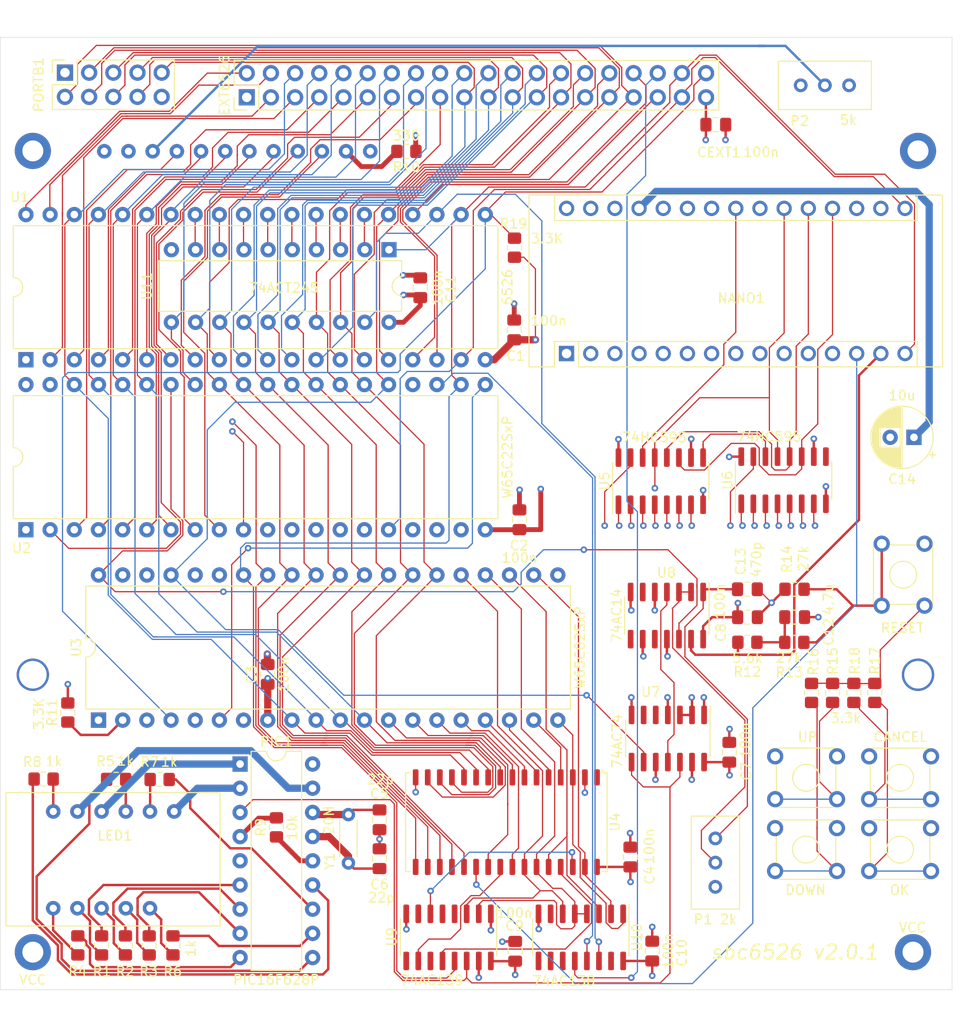
<source format=kicad_pcb>
(kicad_pcb (version 20201220) (generator pcbnew)
  (layers (0 "F.Cu" signal "Front") (1 "In1.Cu" signal) (2 "In2.Cu" signal) (31 "B.Cu" signal "Back") (34 "B.Paste" user) (35 "F.Paste" user) (36 "B.SilkS" user "B.Silkscreen") (37 "F.SilkS" user "F.Silkscreen") (38 "B.Mask" user) (39 "F.Mask" user) (44 "Edge.Cuts" user))
  (net 0 "")
  (net 1 "/peripherals/~CIARES")
  (net 2 "/PHI2")
  (net 3 "/PB0")
  (net 4 "GND")
  (net 5 "/memory/~OE")
  (net 6 "/memory/~WE")
  (net 7 "/memory/RAMCE")
  (net 8 "VCC")
  (net 9 "Net-(U5-Pad9)")
  (net 10 "Net-(U7-Pad11)")
  (net 11 "Net-(C13-Pad1)")
  (net 12 "/cpu/RDY")
  (net 13 "Net-(P1-Pad2)")
  (net 14 "/PB1")
  (net 15 "/PB2")
  (net 16 "/PB3")
  (net 17 "/PB4")
  (net 18 "/PB5")
  (net 19 "/PB6")
  (net 20 "/PB7")
  (net 21 "/~CIAEXT")
  (net 22 "/D0")
  (net 23 "/D1")
  (net 24 "/D2")
  (net 25 "/D3")
  (net 26 "/D4")
  (net 27 "/D5")
  (net 28 "/D6")
  (net 29 "/D7")
  (net 30 "/RESET")
  (net 31 "/BE")
  (net 32 "Net-(R13-Pad2)")
  (net 33 "/peripherals/LCD_D7")
  (net 34 "/peripherals/LCD_D6")
  (net 35 "/peripherals/LCD_D5")
  (net 36 "/peripherals/LCD_D4")
  (net 37 "/peripherals/LCD_E")
  (net 38 "/peripherals/LCD_RW")
  (net 39 "/peripherals/LCD_RS")
  (net 40 "/~IRQ")
  (net 41 "/~VIAIRQ")
  (net 42 "/~RES")
  (net 43 "/peripherals/PA0")
  (net 44 "/TODENABLE")
  (net 45 "/clockmeter/C1")
  (net 46 "/clockmeter/C2")
  (net 47 "/clockmeter/C3")
  (net 48 "/~CE")
  (net 49 "/~PHI2")
  (net 50 "/bootstrap/DS")
  (net 51 "Net-(LCD1-Pad3)")
  (net 52 "Net-(LCD1-Pad15)")
  (net 53 "/bootstrap/LATCH")
  (net 54 "/bootstrap/CLOCK")
  (net 55 "/A0")
  (net 56 "/VPB4")
  (net 57 "/~CIA")
  (net 58 "/~VIA")
  (net 59 "/A1")
  (net 60 "Net-(C5-Pad1)")
  (net 61 "Net-(C6-Pad1)")
  (net 62 "Net-(C12-Pad2)")
  (net 63 "Net-(PIC1-Pad10)")
  (net 64 "Net-(PIC1-Pad11)")
  (net 65 "Net-(PIC1-Pad12)")
  (net 66 "Net-(PIC1-Pad4)")
  (net 67 "Net-(PIC1-Pad13)")
  (net 68 "Net-(PIC1-Pad6)")
  (net 69 "Net-(PIC1-Pad7)")
  (net 70 "Net-(PIC1-Pad8)")
  (net 71 "Net-(PIC1-Pad9)")
  (net 72 "/A2")
  (net 73 "/peripherals/SERCLK")
  (net 74 "/peripherals/SERDAT")
  (net 75 "/A3")
  (net 76 "/A4")
  (net 77 "/A5")
  (net 78 "/A6")
  (net 79 "/A7")
  (net 80 "/A8")
  (net 81 "/A9")
  (net 82 "/A10")
  (net 83 "/A11")
  (net 84 "/A12")
  (net 85 "/A13")
  (net 86 "/A14")
  (net 87 "/R~W")
  (net 88 "/TOD")
  (net 89 "/A15")
  (net 90 "/peripherals/DB0")
  (net 91 "/peripherals/DB1")
  (net 92 "/peripherals/DB2")
  (net 93 "/peripherals/DB3")
  (net 94 "/peripherals/DB4")
  (net 95 "/peripherals/DB5")
  (net 96 "/peripherals/DB6")
  (net 97 "/peripherals/DB7")
  (net 98 "/clockmeter/DISP4")
  (net 99 "/peripherals/PA7")
  (net 100 "/peripherals/PA6")
  (net 101 "/peripherals/PA5")
  (net 102 "/peripherals/PA4")
  (net 103 "/peripherals/PA3")
  (net 104 "/peripherals/PA2")
  (net 105 "/peripherals/PA1")
  (net 106 "/peripherals/~EXTFLAG")
  (net 107 "/peripherals/~EXTPC")
  (net 108 "/VPB3")
  (net 109 "/VPB2")
  (net 110 "no_connect_126")
  (net 111 "no_connect_121")
  (net 112 "no_connect_124")
  (net 113 "no_connect_122")
  (net 114 "no_connect_123")
  (net 115 "no_connect_119")
  (net 116 "no_connect_125")
  (net 117 "no_connect_127")
  (net 118 "no_connect_128")
  (net 119 "no_connect_129")
  (net 120 "no_connect_135")
  (net 121 "no_connect_136")
  (net 122 "no_connect_137")
  (net 123 "no_connect_138")
  (net 124 "no_connect_139")
  (net 125 "no_connect_140")
  (net 126 "no_connect_141")
  (net 127 "no_connect_142")
  (net 128 "no_connect_144")
  (net 129 "no_connect_145")
  (net 130 "no_connect_143")
  (net 131 "no_connect_147")
  (net 132 "no_connect_148")
  (net 133 "no_connect_149")
  (net 134 "no_connect_151")
  (net 135 "no_connect_152")
  (net 136 "no_connect_150")
  (net 137 "no_connect_154")
  (net 138 "no_connect_155")
  (net 139 "no_connect_156")
  (net 140 "no_connect_157")
  (net 141 "no_connect_153")
  (net 142 "no_connect_133")
  (net 143 "no_connect_134")
  (net 144 "no_connect_130")
  (net 145 "no_connect_131")
  (net 146 "no_connect_132")
  (net 147 "no_connect_120")
  (net 148 "/VPB1")
  (net 149 "/clockmeter/DISP3")
  (net 150 "/clockmeter/DISP7")
  (net 151 "/clockmeter/DISP2")
  (net 152 "/clockmeter/DISP6")
  (net 153 "/clockmeter/DISP1")
  (net 154 "/clockmeter/DISP5")
  (net 155 "/clockmeter/DISP0")
  (net 156 "no_connect_118")
  (net 157 "no_connect_146")
  (footprint "Capacitor_SMD:C_0805_2012Metric_Pad1.18x1.45mm_HandSolder" (layer "F.Cu") (at 154 80.72 90)
    (fp_text reference "C1")
    (fp_text value "100n")
  )
  (footprint "Capacitor_SMD:C_0805_2012Metric_Pad1.18x1.45mm_HandSolder" (layer "F.Cu") (at 128.1 116.8875 90)
    (fp_text reference "C3")
    (fp_text value "100n")
  )
  (footprint "Capacitor_SMD:C_0805_2012Metric_Pad1.18x1.45mm_HandSolder" (layer "F.Cu") (at 166.2 136.0625 90)
    (fp_text reference "C4")
    (fp_text value "100n")
  )
  (footprint "Capacitor_SMD:C_0805_2012Metric_Pad1.18x1.45mm_HandSolder" (layer "F.Cu") (at 176.6 125.0625 90)
    (fp_text reference "C7")
    (fp_text value "100n")
  )
  (footprint "Capacitor_SMD:C_0805_2012Metric_Pad1.18x1.45mm_HandSolder" (layer "F.Cu") (at 178.51 110.885)
    (fp_text reference "C8")
    (fp_text value "100n")
  )
  (footprint "Capacitor_SMD:C_0805_2012Metric_Pad1.18x1.45mm_HandSolder" (layer "F.Cu") (at 154.1 145.9625 90)
    (fp_text reference "C9")
    (fp_text value "100n")
  )
  (footprint "Capacitor_SMD:C_0805_2012Metric_Pad1.18x1.45mm_HandSolder" (layer "F.Cu") (at 144.13 76.29 90)
    (fp_text reference "C11")
    (fp_text value "100n")
  )
  (footprint "Capacitor_SMD:C_0805_2012Metric_Pad1.18x1.45mm_HandSolder" (layer "F.Cu") (at 183.4625 110.875 180)
    (fp_text reference "C12")
    (fp_text value "4,7u")
  )
  (footprint "Potentiometer_THT:Potentiometer_Bourns_3296W_Vertical" (layer "F.Cu") (at 189.18 55.04)
    (fp_text reference "P2")
    (fp_text value "5k")
  )
  (footprint "Resistor_SMD:R_0805_2012Metric_Pad1.20x1.40mm_HandSolder" (layer "F.Cu") (at 142.675 61.975 180)
    (fp_text reference "R10")
    (fp_text value "330")
  )
  (footprint "Resistor_SMD:R_0805_2012Metric_Pad1.20x1.40mm_HandSolder" (layer "F.Cu") (at 107.1 120.89 90)
    (fp_text reference "R11")
    (fp_text value "3.3K")
  )
  (footprint "Resistor_SMD:R_0805_2012Metric_Pad1.20x1.40mm_HandSolder" (layer "F.Cu") (at 178.5 113.515)
    (fp_text reference "R12")
    (fp_text value "5,6k")
  )
  (footprint "Resistor_SMD:R_0805_2012Metric_Pad1.20x1.40mm_HandSolder" (layer "F.Cu") (at 183.425 113.525)
    (fp_text reference "R13")
    (fp_text value "27k")
  )
  (footprint "Resistor_SMD:R_0805_2012Metric_Pad1.20x1.40mm_HandSolder" (layer "F.Cu") (at 183.45 107.95 180)
    (fp_text reference "R14")
    (fp_text value "27k")
  )
  (footprint "Resistor_SMD:R_0805_2012Metric_Pad1.20x1.40mm_HandSolder" (layer "F.Cu") (at 187.45 118.83 -90)
    (fp_text reference "R15")
    (fp_text value "3.3k")
  )
  (footprint "Resistor_SMD:R_0805_2012Metric_Pad1.20x1.40mm_HandSolder" (layer "F.Cu") (at 185.24 118.83 -90)
    (fp_text reference "R16")
    (fp_text value "3.3k")
  )
  (footprint "Resistor_SMD:R_0805_2012Metric_Pad1.20x1.40mm_HandSolder" (layer "F.Cu") (at 191.88 118.83 -90)
    (fp_text reference "R17")
    (fp_text value "3.3k")
  )
  (footprint "Resistor_SMD:R_0805_2012Metric_Pad1.20x1.40mm_HandSolder" (layer "F.Cu") (at 189.683 118.828 -90)
    (fp_text reference "R18")
    (fp_text value "3.3k")
  )
  (footprint "Resistor_SMD:R_0805_2012Metric_Pad1.20x1.40mm_HandSolder" (layer "F.Cu") (at 154.03 72.09 -90)
    (fp_text reference "R19")
    (fp_text value "3.3K")
  )
  (footprint "sbc6526:SOJ-32_10.16x21.08mm_P1.27mm" (layer "F.Cu") (at 151.9 132.4 -90)
    (fp_text reference "U4")
    (fp_text value "IS61C1024AL-12KLI")
  )
  (footprint "Package_SO:SOIC-16_3.9x9.9mm_P1.27mm" (layer "F.Cu") (at 182.3 96.5 90)
    (fp_text reference "U6")
    (fp_text value "74HC595")
  )
  (footprint "Package_SO:SOIC-16_3.9x9.9mm_P1.27mm" (layer "F.Cu") (at 161 144.5 -90)
    (fp_text reference "U10")
    (fp_text value "74AC138")
  )
  (footprint "Module:Arduino_Nano" (layer "F.Cu") (at 159.5 83.2 90)
    (fp_text reference "NANO1")
    (fp_text value "Arduino_Nano_v2.x")
  )
  (footprint "Package_DIP:DIP-20_W7.62mm" (layer "F.Cu") (at 140.843 72.3 -90)
    (fp_text reference "U11")
    (fp_text value "74ACT245")
  )
  (footprint "Package_SO:SOIC-16_3.9x9.9mm_P1.27mm" (layer "F.Cu") (at 147.1 144.5 -90)
    (fp_text reference "U9")
    (fp_text value "74AC139")
  )
  (footprint "Package_SO:SOIC-14_3.9x8.7mm_P1.27mm" (layer "F.Cu") (at 170.14 123.62 -90)
    (fp_text reference "U7")
    (fp_text value "74AC74")
  )
  (footprint "Package_SO:SOIC-14_3.9x8.7mm_P1.27mm" (layer "F.Cu") (at 170.04 110.71 -90)
    (fp_text reference "U8")
    (fp_text value "74AC14")
  )
  (footprint "Capacitor_SMD:C_0805_2012Metric_Pad1.18x1.45mm_HandSolder" (layer "F.Cu") (at 154.55 100.65 90)
    (fp_text reference "C2")
    (fp_text value "100n")
  )
  (footprint "Potentiometer_THT:Potentiometer_Bourns_3296W_Vertical" (layer "F.Cu") (at 175.133 134.112 90)
    (fp_text reference "P1")
    (fp_text value "2k")
  )
  (footprint "Capacitor_THT:CP_Radial_D6.3mm_P2.50mm" (layer "F.Cu") (at 196 92 180)
    (fp_text reference "C14")
    (fp_text value "10u")
  )
  (footprint "Package_DIP:DIP-40_W15.24mm" (layer "F.Cu") (at 110.325 121.69 90)
    (fp_text reference "U3")
    (fp_text value "W65C02SxP")
  )
  (footprint "sbc6526:3digit-7segment3361" (layer "F.Cu") (at 100.6 129.3)
    (fp_text reference "LED1")
    (fp_text value "3361AS")
  )
  (footprint "Capacitor_SMD:C_0805_2012Metric_Pad1.18x1.45mm_HandSolder" (layer "F.Cu") (at 168.5 145.9375 90)
    (fp_text reference "C10")
    (fp_text value "100n")
  )
  (footprint "Capacitor_SMD:C_0805_2012Metric_Pad1.18x1.45mm_HandSolder" (layer "F.Cu") (at 139.85 136.2375 90)
    (fp_text reference "C6")
    (fp_text value "22p")
  )
  (footprint "Capacitor_SMD:C_0805_2012Metric_Pad1.18x1.45mm_HandSolder" (layer "F.Cu") (at 139.85 132.15 -90)
    (fp_text reference "C5")
    (fp_text value "22p")
  )
  (footprint "Resistor_THT:R_Axial_DIN0204_L3.6mm_D1.6mm_P5.08mm_Horizontal" (layer "F.Cu") (at 136.58 131.61 -90)
    (fp_text reference "Y1")
    (fp_text value "20M")
  )
  (footprint "Resistor_SMD:R_0805_2012Metric_Pad1.20x1.40mm_HandSolder" (layer "F.Cu") (at 113.15 145.34 -90)
    (fp_text reference "R2")
    (fp_text value "1k")
  )
  (footprint "Resistor_SMD:R_0805_2012Metric_Pad1.20x1.40mm_HandSolder" (layer "F.Cu") (at 112.18 127.91)
    (fp_text reference "R5")
    (fp_text value "1k")
  )
  (footprint "Package_DIP:DIP-18_W7.62mm" (layer "F.Cu") (at 125.2 126.3)
    (fp_text reference "PIC1")
    (fp_text value "PIC16F628P")
  )
  (footprint "Resistor_SMD:R_0805_2012Metric_Pad1.20x1.40mm_HandSolder" (layer "F.Cu") (at 110.65 145.34 -90)
    (fp_text reference "R1")
    (fp_text value "1k")
  )
  (footprint "Resistor_SMD:R_0805_2012Metric_Pad1.20x1.40mm_HandSolder" (layer "F.Cu") (at 118.15 145.34 -90)
    (fp_text reference "R6")
    (fp_text value "1k")
  )
  (footprint "Resistor_SMD:R_0805_2012Metric_Pad1.20x1.40mm_HandSolder" (layer "F.Cu") (at 115.65 145.34 -90)
    (fp_text reference "R3")
    (fp_text value "1k")
  )
  (footprint "Resistor_SMD:R_0805_2012Metric_Pad1.20x1.40mm_HandSolder" (layer "F.Cu") (at 116.75 127.92 180)
    (fp_text reference "R7")
    (fp_text value "1k")
  )
  (footprint "Resistor_SMD:R_0805_2012Metric_Pad1.20x1.40mm_HandSolder" (layer "F.Cu") (at 104.56 127.88)
    (fp_text reference "R8")
    (fp_text value "1k")
  )
  (footprint "Resistor_SMD:R_0805_2012Metric_Pad1.20x1.40mm_HandSolder" (layer "F.Cu") (at 129.02 132.95 90)
    (fp_text reference "R9")
    (fp_text value "10k")
  )
  (footprint "Resistor_SMD:R_0805_2012Metric_Pad1.20x1.40mm_HandSolder" (layer "F.Cu") (at 108.15 145.34 -90)
    (fp_text reference "R4")
    (fp_text value "1k")
  )
  (footprint "Capacitor_SMD:C_0805_2012Metric_Pad1.18x1.45mm_HandSolder" (layer "F.Cu") (at 178.5 107.95)
    (fp_text reference "C13")
    (fp_text value "470p")
  )
  (footprint "Connector_PinHeader_2.54mm:PinHeader_2x20_P2.54mm_Vertical" (layer "F.Cu") (at 125.9 56.3 90)
    (fp_text reference "EXT6526")
    (fp_text value "Conn_02x20_Counter_Clockwise")
  )
  (footprint "Package_DIP:DIP-40_W15.24mm" (layer "F.Cu") (at 102.7 101.7 90)
    (fp_text reference "U2")
    (fp_text value "W65C22SxP")
  )
  (footprint "sbc6526:SW_TH_Tactile_Omron_B3F-10xx" (layer "F.Cu") (at 181.42 125.49)
    (fp_text reference "SW1")
    (fp_text value "UP")
  )
  (footprint "sbc6526:SW_TH_Tactile_Omron_B3F-10xx" (layer "F.Cu") (at 181.409 133.028)
    (fp_text reference "SW2")
    (fp_text value "DOWN")
  )
  (footprint "sbc6526:SW_TH_Tactile_Omron_B3F-10xx" (layer "F.Cu") (at 191.295 133.036)
    (fp_text reference "SW3")
    (fp_text value "OK")
  )
  (footprint "sbc6526:SW_TH_Tactile_Omron_B3F-10xx" (layer "F.Cu") (at 191.293 125.494)
    (fp_text reference "SW4")
    (fp_text value "CANCEL")
  )
  (footprint "sbc6526:SW_TH_Tactile_Omron_B3F-10xx" (layer "F.Cu") (at 192.61 109.67 90)
    (fp_text reference "SW5")
    (fp_text value "RESET")
  )
  (footprint "Capacitor_SMD:C_0805_2012Metric_Pad1.18x1.45mm_HandSolder" (layer "F.Cu") (at 175.18 59.17)
    (fp_text reference "CEXT1")
    (fp_text value "100n")
  )
  (footprint "sbc6526:HD44780_4x20" (layer "F.Cu") (at 149.925 89.425)
    (fp_text reference "LCD1")
    (fp_text value "NHD-0420H1Z")
  )
  (footprint "Package_DIP:DIP-40_W15.24mm" (layer "F.Cu") (at 102.7 83.85 90)
    (fp_text reference "U1")
    (fp_text value "6526")
  )
  (footprint "Package_SO:SOIC-16_3.9x9.9mm_P1.27mm" (layer "F.Cu") (at 169.4 96.6 90)
    (fp_text reference "U5")
    (fp_text value "74HC595")
  )
  (footprint "MountingHole:MountingHole_2.2mm_M2_DIN965_Pad" (layer "F.Cu") (at 103.425 146.05)
    (fp_text reference "VCC2" hide)
    (fp_text value "VCC")
  )
  (footprint "Connector_PinSocket_2.54mm:PinSocket_2x05_P2.54mm_Vertical" (layer "F.Cu") (at 106.8 53.71 90)
    (fp_text reference "PORTB1")
    (fp_text value "Conn_01x10_Female")
  )
  (footprint "MountingHole:MountingHole_2.2mm_M2_DIN965_Pad" (layer "F.Cu") (at 195.9 146.425)
    (fp_text reference "VCC1" hide)
    (fp_text value "VCC")
  )
  (gr_line (start 200 50) (end 100 50) (layer "Edge.Cuts") (width 0.05))
  (gr_line (start 100 150) (end 200 150) (layer "Edge.Cuts") (width 0.05))
  (gr_line (start 200 150) (end 200 50) (layer "Edge.Cuts") (width 0.05))
  (gr_line (start 100 50) (end 100 150) (layer "Edge.Cuts") (width 0.05))
  (gr_text "sbc6526 v2.0.1" (at 183.475 146.05) (layer "F.SilkS") (effects (font (size 1.5 1.5) (thickness 0.2) italic)))
  (segment (start 118.930501 100.870501) (end 118.930501 102.175441) (width 0.127) (layer "F.Cu") (net 1))
  (segment (start 116.16203 70.890642) (end 116.16203 82.318582) (width 0.127) (layer "F.Cu") (net 1))
  (segment (start 118.92 100.86) (end 118.930501 100.870501) (width 0.127) (layer "F.Cu") (net 1))
  (segment (start 116.91 98.85) (end 118.92 100.86) (width 0.127) (layer "F.Cu") (net 1))
  (segment (start 118.930501 102.175441) (end 117.455942 103.65) (width 0.127) (layer "F.Cu") (net 1))
  (segment (start 107.19 103.65) (end 105.24 101.7) (width 0.127) (layer "F.Cu") (net 1))
  (segment (start 117.94 69.112672) (end 116.16203 70.890642) (width 0.127) (layer "F.Cu") (net 1))
  (segment (start 117.94 68.61) (end 117.94 69.112672) (width 0.127) (layer "F.Cu") (net 1))
  (segment (start 116.16203 82.318582) (end 116.91 83.066552) (width 0.127) (layer "F.Cu") (net 1))
  (segment (start 117.455942 103.65) (end 107.19 103.65) (width 0.127) (layer "F.Cu") (net 1))
  (segment (start 116.91 83.066552) (end 116.91 98.85) (width 0.127) (layer "F.Cu") (net 1))
  (segment (start 117.94 68.32) (end 121.32 64.94) (width 0.127) (layer "B.Cu") (net 1))
  (segment (start 139.85 56.66) (end 139.85 62.99) (width 0.127) (layer "B.Cu") (net 1))
  (segment (start 137.9 64.94) (end 121.32 64.94) (width 0.127) (layer "B.Cu") (net 1))
  (segment (start 139.85 56.66) (end 139.85 55.05) (width 0.127) (layer "B.Cu") (net 1))
  (segment (start 117.94 68.61) (end 117.94 68.32) (width 0.127) (layer "B.Cu") (net 1))
  (segment (start 139.85 55.05) (end 141.14 53.76) (width 0.127) (layer "B.Cu") (net 1))
  (segment (start 139.85 62.99) (end 137.9 64.94) (width 0.127) (layer "B.Cu") (net 1))
  (segment (start 139.6925 69.7175) (end 139.8925 69.5175) (width 0.127) (layer "F.Cu") (net 2))
  (segment (start 139.547511 69.862489) (end 139.8925 69.5175) (width 0.127) (layer "F.Cu") (net 2))
  (segment (start 140.8 86.46) (end 139.765 85.425) (width 0.127) (layer "F.Cu") (net 2))
  (segment (start 161.6 119.03) (end 167.6 125.03) (width 0.127) (layer "F.Cu") (net 2))
  (segment (start 139.547511 85.207511) (end 139.765 85.425) (width 0.127) (layer "F.Cu") (net 2))
  (segment (start 144.88 64.42) (end 155.52 64.42) (width 0.127) (layer "F.Cu") (net 2))
  (segment (start 140.8 68.61) (end 140.8 68.5) (width 0.127) (layer "F.Cu") (net 2))
  (segment (start 162.754511 57.020489) (end 162.754511 56.875489) (width 0.127) (layer "F.Cu") (net 2))
  (segment (start 155.52 64.42) (end 162.754511 57.185489) (width 0.127) (layer "F.Cu") (net 2))
  (segment (start 139.547511 72.880655) (end 139.547511 85.207511) (width 0.127) (layer "F.Cu") (net 2))
  (segment (start 167.6 125.34) (end 167.6 126.095) (width 0.127) (layer "F.Cu") (net 2))
  (segment (start 140.8 68.5) (end 144.88 64.42) (width 0.127) (layer "F.Cu") (net 2))
  (segment (start 162.754511 57.185489) (end 162.754511 56.875489) (width 0.127) (layer "F.Cu") (net 2))
  (segment (start 139.547511 69.862489) (end 139.6925 69.7175) (width 0.127) (layer "F.Cu") (net 2))
  (segment (start 139.6 69.81) (end 139.6925 69.7175) (width 0.127) (layer "F.Cu") (net 2))
  (segment (start 162.754511 56.875489) (end 162.754511 55.005489) (width 0.127) (layer "F.Cu") (net 2))
  (segment (start 167.6 125.03) (end 167.6 126.095) (width 0.127) (layer "F.Cu") (net 2))
  (segment (start 161.6 119.08) (end 161.6 119.03) (width 0.127) (layer "F.Cu") (net 2))
  (segment (start 162.754511 55.005489) (end 164 53.76) (width 0.127) (layer "F.Cu") (net 2))
  (segment (start 139.8925 69.5175) (end 140.8 68.61) (width 0.127) (layer "F.Cu") (net 2))
  (segment (start 139.547511 72.880655) (end 139.547511 69.862489) (width 0.127) (layer "F.Cu") (net 2))
  (via (at 161.6 119.08) (size 0.6858) (drill 0.3302) (layers "F.Cu" "B.Cu") (net 2))
  (segment (start 124.644 88.317) (end 138.943 88.317) (width 0.127) (layer "B.Cu") (net 2))
  (segment (start 136.098 119.08) (end 161.6 119.08) (width 0.127) (layer "B.Cu") (net 2))
  (segment (start 121.744758 91.216242) (end 124.644 88.317) (width 0.127) (layer "B.Cu") (net 2))
  (segment (start 133.534 116.516) (end 129.210961 112.192961) (width 0.127) (layer "B.Cu") (net 2))
  (segment (start 117.945 106.45) (end 121.744758 102.650242) (width 0.127) (layer "B.Cu") (net 2))
  (segment (start 133.604 116.586) (end 133.534 116.516) (width 0.127) (layer "B.Cu") (net 2))
  (segment (start 123.687961 112.192961) (end 117.945 106.45) (width 0.127) (layer "B.Cu") (net 2))
  (segment (start 129.210961 112.192961) (end 123.687961 112.192961) (width 0.127) (layer "B.Cu") (net 2))
  (segment (start 121.744758 102.650242) (end 121.744758 91.216242) (width 0.127) (layer "B.Cu") (net 2))
  (segment (start 133.534 116.516) (end 136.098 119.08) (width 0.127) (layer "B.Cu") (net 2))
  (segment (start 138.943 88.317) (end 140.8 86.46) (width 0.127) (layer "B.Cu") (net 2))
  (segment (start 149.164942 52.625) (end 149.800501 53.260559) (width 0.127) (layer "F.Cu") (net 3))
  (segment (start 149.800501 55.259499) (end 148.76 56.3) (width 0.127) (layer "F.Cu") (net 3))
  (segment (start 116.96 53.7) (end 118.035 52.625) (width 0.127) (layer "F.Cu") (net 3))
  (segment (start 149.800501 53.260559) (end 149.800501 55.259499) (width 0.127) (layer "F.Cu") (net 3))
  (segment (start 118.035 52.625) (end 149.164942 52.625) (width 0.127) (layer "F.Cu") (net 3))
  (segment (start 148.82 56.36) (end 148.82 61.49) (width 0.127) (layer "B.Cu") (net 3))
  (segment (start 144.27 66.04) (end 128.26 66.04) (width 0.127) (layer "B.Cu") (net 3))
  (segment (start 148.82 61.49) (end 145.215 65.095) (width 0.127) (layer "B.Cu") (net 3))
  (segment (start 124.60599 79.16401) (end 124.50401 79.26599) (width 0.127) (layer "B.Cu") (net 3))
  (segment (start 148.76 56.3) (end 148.82 56.36) (width 0.127) (layer "B.Cu") (net 3))
  (segment (start 125.56 83.85) (end 124.50401 82.79401) (width 0.127) (layer "B.Cu") (net 3))
  (segment (start 124.60599 79.16401) (end 126.675 77.095) (width 0.127) (layer "B.Cu") (net 3))
  (segment (start 126.675 67.625) (end 127.515 66.785) (width 0.127) (layer "B.Cu") (net 3))
  (segment (start 145.215 65.095) (end 144.27 66.04) (width 0.127) (layer "B.Cu") (net 3))
  (segment (start 126.675 77.095) (end 126.675 73.165) (width 0.127) (layer "B.Cu") (net 3))
  (segment (start 128.26 66.04) (end 127.515 66.785) (width 0.127) (layer "B.Cu") (net 3))
  (segment (start 124.50401 79.26599) (end 124.50401 82.79401) (width 0.127) (layer "B.Cu") (net 3))
  (segment (start 126.675 73.165) (end 126.675 67.625) (width 0.127) (layer "B.Cu") (net 3))
  (segment (start 181.0375 109.3625) (end 182.45 107.95) (width 0.254) (layer "F.Cu") (net 4))
  (segment (start 139.85 134.11) (end 139.85 133.1875) (width 0.254) (layer "F.Cu") (net 4))
  (segment (start 142.325 74.975) (end 143.8525 74.975) (width 0.508) (layer "F.Cu") (net 4))
  (segment (start 151.545 142.025) (end 151.545 143.745) (width 0.254) (layer "F.Cu") (net 4))
  (segment (start 186.745 97.155) (end 186.75 97.15) (width 0.254) (layer "F.Cu") (net 4))
  (segment (start 179.625 107.95) (end 181.0375 109.3625) (width 0.127) (layer "F.Cu") (net 4))
  (segment (start 166.2 133.575) (end 166.175 133.55) (width 0.254) (layer "F.Cu") (net 4))
  (segment (start 176.6 124.025) (end 176.6 122.65) (width 0.254) (layer "F.Cu") (net 4))
  (segment (start 166.2 135.025) (end 166.2 133.575) (width 0.254) (layer "F.Cu") (net 4))
  (segment (start 186.745 98.975) (end 186.745 97.155) (width 0.254) (layer "F.Cu") (net 4))
  (segment (start 143.645 127.7) (end 143.645 129.245) (width 0.127) (layer "F.Cu") (net 4))
  (segment (start 154.1 144.925) (end 152.775 144.925) (width 0.254) (layer "F.Cu") (net 4))
  (segment (start 142.655 143.63) (end 142.675 143.65) (width 0.254) (layer "F.Cu") (net 4))
  (segment (start 154.55 97.53) (end 154.57 97.51) (width 0.508) (layer "F.Cu") (net 4))
  (segment (start 173.845 99.075) (end 173.845 97.555) (width 0.254) (layer "F.Cu") (net 4))
  (segment (start 128.075 115.825) (end 128.05 115.85) (width 0.762) (layer "F.Cu") (net 4))
  (segment (start 161.425 127.7) (end 161.425 129.3) (width 0.127) (layer "F.Cu") (net 4))
  (segment (start 154.55 99.6125) (end 154.55 97.53) (width 0.508) (layer "F.Cu") (net 4))
  (segment (start 172.68 119.335) (end 172.65 119.305) (width 0.254) (layer "F.Cu") (net 4))
  (segment (start 143.645 129.245) (end 143.65 129.25) (width 0.127) (layer "F.Cu") (net 4))
  (segment (start 168.77 108.235) (end 168.77 110.16) (width 0.254) (layer "F.Cu") (net 4))
  (segment (start 170.04 113.185) (end 170.04 114.917) (width 0.254) (layer "F.Cu") (net 4))
  (segment (start 176.2125 60.6625) (end 176.2 60.675) (width 0.254) (layer "F.Cu") (net 4))
  (segment (start 151.545 143.745) (end 151.55 143.75) (width 0.254) (layer "F.Cu") (net 4))
  (segment (start 156.555 142.025) (end 156.555 143.605) (width 0.254) (layer "F.Cu") (net 4))
  (segment (start 156.555 143.605) (end 156.575 143.625) (width 0.254) (layer "F.Cu") (net 4))
  (segment (start 179.5475 110.885) (end 179.5475 110.8525) (width 0.254) (layer "F.Cu") (net 4))
  (segment (start 152.775 144.925) (end 152.75 144.95) (width 0.254) (layer "F.Cu") (net 4))
  (segment (start 170.04 114.917) (end 170.11 114.987) (width 0.254) (layer "F.Cu") (net 4))
  (segment (start 139.85 135.2) (end 139.85 134.11) (width 0.254) (layer "F.Cu") (net 4))
  (segment (start 173.845 97.555) (end 173.85 97.55) (width 0.254) (layer "F.Cu") (net 4))
  (segment (start 142.655 142.025) (end 142.655 143.63) (width 0.254) (layer "F.Cu") (net 4))
  (segment (start 167.5 113.185) (end 167.5 114.917) (width 0.254) (layer "F.Cu") (net 4))
  (segment (start 176.2125 59.075) (end 176.2125 60.6625) (width 0.254) (layer "F.Cu") (net 4))
  (segment (start 167.5 114.917) (end 167.57 114.987) (width 0.254) (layer "F.Cu") (net 4))
  (segment (start 179.5375 107.95) (end 179.625 107.95) (width 0.127) (layer "F.Cu") (net 4))
  (segment (start 166.23 110.091) (end 166.3 110.161) (width 0.254) (layer "F.Cu") (net 4))
  (segment (start 171.41 121.145) (end 172.68 121.145) (width 0.254) (layer "F.Cu") (net 4))
  (segment (start 168.5 144.9) (end 168.5 143.4) (width 0.254) (layer "F.Cu") (net 4))
  (segment (start 166.33 119.335) (end 166.3 119.305) (width 0.254) (layer "F.Cu") (net 4))
  (segment (start 176.6 122.65) (end 176.625 122.625) (width 0.254) (layer "F.Cu") (net 4))
  (segment (start 166.33 121.145) (end 166.33 119.335) (width 0.254) (layer "F.Cu") (net 4))
  (segment (start 139.85 134.11) (end 139.85 134.18) (width 0.254) (layer "F.Cu") (net 4))
  (segment (start 166.23 108.235) (end 166.23 110.091) (width 0.254) (layer "F.Cu") (net 4))
  (segment (start 128.06 114.74) (end 128.075 115.825) (width 0.762) (layer "F.Cu") (net 4))
  (segment (start 179.5475 110.8525) (end 181.0375 109.3625) (width 0.254) (layer "F.Cu") (net 4))
  (segment (start 150.275 146.975) (end 150.275 148.725) (width 0.254) (layer "F.Cu") (net 4))
  (segment (start 154 77.98) (end 153.99 77.97) (width 0.508) (layer "F.Cu") (net 4))
  (segment (start 172.68 121.145) (end 172.68 119.335) (width 0.254) (layer "F.Cu") (net 4))
  (segment (start 154 79.6825) (end 154 77.98) (width 0.508) (layer "F.Cu") (net 4))
  (segment (start 143.8525 74.975) (end 144.13 75.2525) (width 0.508) (layer "F.Cu") (net 4))
  (via (at 170.11 114.987) (size 0.6858) (drill 0.3302) (layers "F.Cu" "B.Cu") (net 4))
  (via (at 173.85 97.55) (size 0.6858) (drill 0.3302) (layers "F.Cu" "B.Cu") (net 4))
  (via (at 128.06 114.74) (size 0.6858) (drill 0.3302) (layers "F.Cu" "B.Cu") (net 4))
  (via (at 151.55 143.75) (size 0.6858) (drill 0.3302) (layers "F.Cu" "B.Cu") (net 4))
  (via (at 166.3 110.161) (size 0.6858) (drill 0.3302) (layers "F.Cu" "B.Cu") (net 4))
  (via (at 166.175 133.55) (size 0.6858) (drill 0.3302) (layers "F.Cu" "B.Cu") (net 4))
  (via (at 186.75 97.15) (size 0.6858) (drill 0.3302) (layers "F.Cu" "B.Cu") (net 4))
  (via (at 150.275 148.725) (size 0.6858) (drill 0.3302) (layers "F.Cu" "B.Cu") (net 4))
  (via (at 152.75 144.95) (size 0.6858) (drill 0.3302) (layers "F.Cu" "B.Cu") (net 4))
  (via (at 142.325 74.975) (size 0.6858) (drill 0.3302) (layers "F.Cu" "B.Cu") (net 4))
  (via (at 143.65 129.25) (size 0.6858) (drill 0.3302) (layers "F.Cu" "B.Cu") (net 4))
  (via (at 166.3 119.305) (size 0.6858) (drill 0.3302) (layers "F.Cu" "B.Cu") (net 4))
  (via (at 168.5 143.4) (size 0.6858) (drill 0.3302) (layers "F.Cu" "B.Cu") (net 4))
  (via (at 156.575 143.625) (size 0.6858) (drill 0.3302) (layers "F.Cu" "B.Cu") (net 4))
  (via (at 161.425 129.3) (size 0.6858) (drill 0.3302) (layers "F.Cu" "B.Cu") (net 4))
  (via (at 153.99 77.97) (size 0.6858) (drill 0.3302) (layers "F.Cu" "B.Cu") (net 4))
  (via (at 172.65 119.305) (size 0.6858) (drill 0.3302) (layers "F.Cu" "B.Cu") (net 4))
  (via (at 167.57 114.987) (size 0.6858) (drill 0.3302) (layers "F.Cu" "B.Cu") (net 4))
  (via (at 176.625 122.625) (size 0.6858) (drill 0.3302) (layers "F.Cu" "B.Cu") (net 4))
  (via (at 168.77 110.16) (size 0.6858) (drill 0.3302) (layers "F.Cu" "B.Cu") (net 4))
  (via (at 154.57 97.51) (size 0.6858) (drill 0.3302) (layers "F.Cu" "B.Cu") (net 4))
  (via (at 181.0375 109.3625) (size 0.6858) (drill 0.3302) (layers "F.Cu" "B.Cu") (net 4))
  (via (at 139.85 134.18) (size 0.6858) (drill 0.3302) (layers "F.Cu" "B.Cu") (net 4))
  (via (at 142.675 143.65) (size 0.6858) (drill 0.3302) (layers "F.Cu" "B.Cu") (net 4))
  (via (at 176.2 60.77) (size 0.6858) (drill 0.3302) (layers "F.Cu" "B.Cu") (net 4))
  (segment (start 176.2125 60.6625) (end 176.2 60.675) (width 0.508) (layer "B.Cu") (net 4))
  (segment (start 152.535 137.95) (end 150.36802 140.11698) (width 0.127) (layer "F.Cu") (net 5))
  (segment (start 148.375 143.6) (end 147.3 144.675) (width 0.127) (layer "F.Cu") (net 5))
  (segment (start 143.925 145.775) (end 143.925 146.975) (width 0.127) (layer "F.Cu") (net 5))
  (segment (start 145.025 144.675) (end 143.925 145.775) (width 0.127) (layer "F.Cu") (net 5))
  (segment (start 149.456464 140.11698) (end 148.375 141.198444) (width 0.127) (layer "F.Cu") (net 5))
  (segment (start 150.36802 140.11698) (end 149.456464 140.11698) (width 0.127) (layer "F.Cu") (net 5))
  (segment (start 148.375 141.198444) (end 148.375 143.6) (width 0.127) (layer "F.Cu") (net 5))
  (segment (start 147.3 144.675) (end 145.025 144.675) (width 0.127) (layer "F.Cu") (net 5))
  (segment (start 152.535 137.1) (end 152.535 137.95) (width 0.127) (layer "F.Cu") (net 5))
  (segment (start 160.954222 144.145778) (end 159.375 145.725) (width 0.127) (layer "F.Cu") (net 6))
  (segment (start 158.951556 137.885) (end 162.12551 141.058954) (width 0.127) (layer "F.Cu") (net 6))
  (segment (start 146.74 145.725) (end 146.465 146) (width 0.127) (layer "F.Cu") (net 6))
  (segment (start 146.465 146) (end 146.465 146.975) (width 0.127) (layer "F.Cu") (net 6))
  (segment (start 160.970778 144.145778) (end 160.954222 144.145778) (width 0.127) (layer "F.Cu") (net 6))
  (segment (start 159.375 145.725) (end 146.74 145.725) (width 0.127) (layer "F.Cu") (net 6))
  (segment (start 162.12551 141.058954) (end 162.12551 142.991046) (width 0.127) (layer "F.Cu") (net 6))
  (segment (start 158.885 137.1) (end 158.885 137.885) (width 0.127) (layer "F.Cu") (net 6))
  (segment (start 162.12551 142.991046) (end 160.970778 144.145778) (width 0.127) (layer "F.Cu") (net 6))
  (segment (start 158.885 137.885) (end 158.951556 137.885) (width 0.127) (layer "F.Cu") (net 6))
  (segment (start 160.970778 144.145778) (end 160.916556 144.2) (width 0.127) (layer "F.Cu") (net 6))
  (segment (start 145.195 139.648) (end 145.218 139.625) (width 0.127) (layer "F.Cu") (net 7))
  (segment (start 160.073195 137.018195) (end 160.155 137.1) (width 0.127) (layer "F.Cu") (net 7))
  (segment (start 145.195 142.025) (end 145.195 139.648) (width 0.127) (layer "F.Cu") (net 7))
  (segment (start 160.073195 135.561) (end 160.073195 137.018195) (width 0.127) (layer "F.Cu") (net 7))
  (via (at 160.073195 135.561) (size 0.6858) (drill 0.3302) (layers "F.Cu" "B.Cu") (net 7))
  (via (at 145.218 139.625) (size 0.6858) (drill 0.3302) (layers "F.Cu" "B.Cu") (net 7))
  (segment (start 145.218 139.625) (end 149.282 135.561) (width 0.127) (layer "B.Cu") (net 7))
  (segment (start 149.282 135.561) (end 160.073195 135.561) (width 0.127) (layer "B.Cu") (net 7))
  (segment (start 154.1 147) (end 154.1 148.425) (width 0.254) (layer "F.Cu") (net 8))
  (segment (start 176.6 126.1) (end 173.955 126.1) (width 0.254) (layer "F.Cu") (net 8))
  (segment (start 170.14 121.145) (end 170.14 119.335) (width 0.254) (layer "F.Cu") (net 8))
  (segment (start 174.79 110.885) (end 173.85 111.825) (width 0.254) (layer "F.Cu") (net 8))
  (segment (start 168.87 126.095) (end 168.87 127.911) (width 0.254) (layer "F.Cu") (net 8))
  (segment (start 144.13 78.16) (end 144.13 77.3275) (width 0.508) (layer "F.Cu") (net 8))
  (segment (start 176.610044 94.025) (end 176.58709 94.047954) (width 0.254) (layer "F.Cu") (net 8))
  (segment (start 185.85 117.82) (end 188.03 117.82) (width 0.127) (layer "F.Cu") (net 8))
  (segment (start 192.46 114.32) (end 197.11 109.67) (width 0.127) (layer "F.Cu") (net 8))
  (segment (start 128.105 121.69) (end 128.105 117.93) (width 0.762) (layer "F.Cu") (net 8))
  (segment (start 131.53 136.46) (end 129.02 133.95) (width 0.508) (layer "F.Cu") (net 8))
  (segment (start 168.5 146.975) (end 165.445 146.975) (width 0.254) (layer "F.Cu") (net 8))
  (segment (start 184.5 110.875) (end 185.95 110.875) (width 0.254) (layer "F.Cu") (net 8))
  (segment (start 166.2 137.1) (end 162.695 137.1) (width 0.254) (layer "F.Cu") (net 8))
  (segment (start 172.575 94.125) (end 172.575 92.2) (width 0.254) (layer "F.Cu") (net 8))
  (segment (start 154.5375 101.7) (end 154.55 101.6875) (width 0.508) (layer "F.Cu") (net 8))
  (segment (start 176.6 126.1) (end 176.6 127.45) (width 0.254) (layer "F.Cu") (net 8))
  (segment (start 172.575 92.2) (end 172.6 92.175) (width 0.254) (layer "F.Cu") (net 8))
  (segment (start 188.03 117.82) (end 188.05 117.84) (width 0.127) (layer "F.Cu") (net 8))
  (segment (start 174.1375 59.075) (end 174.1375 60.7625) (width 0.254) (layer "F.Cu") (net 8))
  (segment (start 143.65 60.3) (end 143.65 61.95) (width 0.508) (layer "F.Cu") (net 8))
  (segment (start 172.68 127.911) (end 172.65 127.941) (width 0.254) (layer "F.Cu") (net 8))
  (segment (start 176.6 127.45) (end 176.625 127.475) (width 0.254) (layer "F.Cu") (net 8))
  (segment (start 173.85 111.825) (end 173.85 113.185) (width 0.254) (layer "F.Cu") (net 8))
  (segment (start 170.14 119.335) (end 170.11 119.305) (width 0.254) (layer "F.Cu") (net 8))
  (segment (start 177.4725 110.885) (end 177.4725 109.4275) (width 0.254) (layer "F.Cu") (net 8))
  (segment (start 188.05 117.84) (end 190.255 117.84) (width 0.127) (layer "F.Cu") (net 8))
  (segment (start 174.16 56.3) (end 174.1375 56.3225) (width 0.254) (layer "F.Cu") (net 8))
  (segment (start 172.68 126.095) (end 172.68 127.911) (width 0.254) (layer "F.Cu") (net 8))
  (segment (start 132.82 136.46) (end 131.53 136.46) (width 0.508) (layer "F.Cu") (net 8))
  (segment (start 190.255 117.84) (end 190.263 117.848) (width 0.127) (layer "F.Cu") (net 8))
  (segment (start 107.1 117.92) (end 107.1 119.89) (width 0.254) (layer "F.Cu") (net 8))
  (segment (start 174.1375 60.7625) (end 174.125 60.775) (width 0.254) (layer "F.Cu") (net 8))
  (segment (start 173.95 121.145) (end 173.95 119.335) (width 0.254) (layer "F.Cu") (net 8))
  (segment (start 192.46 117.85) (end 192.46 114.32) (width 0.127) (layer "F.Cu") (net 8))
  (segment (start 154.55 101.6875) (end 156.7775 101.6875) (width 0.508) (layer "F.Cu") (net 8))
  (segment (start 143.8525 77.05) (end 144.13 77.3275) (width 0.508) (layer "F.Cu") (net 8))
  (segment (start 156.79 101.675) (end 156.7775 101.6875) (width 0.508) (layer "F.Cu") (net 8))
  (segment (start 177.4725 109.4275) (end 177.5 109.4) (width 0.254) (layer "F.Cu") (net 8))
  (segment (start 143.65 61.95) (end 143.675 61.975) (width 0.508) (layer "F.Cu") (net 8))
  (segment (start 128.1 117.3) (end 128.1 117.925) (width 0.508) (layer "F.Cu") (net 8))
  (segment (start 154 81.7575) (end 156.2225 81.7575) (width 0.762) (layer "F.Cu") (net 8))
  (segment (start 185.475 94.025) (end 185.475 92.15) (width 0.254) (layer "F.Cu") (net 8))
  (segment (start 166.2 137.1) (end 166.2 138.65) (width 0.254) (layer "F.Cu") (net 8))
  (segment (start 168.87 127.911) (end 168.84 127.941) (width 0.254) (layer "F.Cu") (net 8))
  (segment (start 142.375 77.05) (end 143.8525 77.05) (width 0.508) (layer "F.Cu") (net 8))
  (segment (start 154.03 73.09) (end 155.01 73.09) (width 0.127) (layer "F.Cu") (net 8))
  (segment (start 192.458 117.848) (end 192.46 117.85) (width 0.127) (layer "F.Cu") (net 8))
  (segment (start 164.955 94.125) (end 164.955 92.205) (width 0.254) (layer "F.Cu") (net 8))
  (segment (start 166.2 138.65) (end 166.225 138.675) (width 0.254) (layer "F.Cu") (net 8))
  (segment (start 150.96 101.7) (end 154.5375 101.7) (width 0.508) (layer "F.Cu") (net 8))
  (segment (start 173.955 126.1) (end 173.95 126.095) (width 0.254) (layer "F.Cu") (net 8))
  (segment (start 177.855 94.025) (end 176.610044 94.025) (width 0.254) (layer "F.Cu") (net 8))
  (segment (start 174.025 113.36) (end 173.85 113.185) (width 0.254) (layer "F.Cu") (net 8))
  (segment (start 174.1375 56.3225) (end 174.1375 59.075) (width 0.254) (layer "F.Cu") (net 8))
  (segment (start 168.5 146.975) (end 168.5 148.525) (width 0.254) (layer "F.Cu") (net 8))
  (segment (start 156.79 97.42) (end 156.79 101.675) (width 0.508) (layer "F.Cu") (net 8))
  (segment (start 140.843 79.92) (end 142.37 79.92) (width 0.508) (layer "F.Cu") (net 8))
  (segment (start 173.95 119.335) (end 173.92 119.305) (width 0.254) (layer "F.Cu") (net 8))
  (segment (start 177.4725 110.885) (end 174.79 110.885) (width 0.254) (layer "F.Cu") (net 8))
  (segment (start 156.2225 81.7575) (end 156.23 81.75) (width 0.762) (layer "F.Cu") (net 8))
  (segment (start 151.57 147) (end 151.545 146.975) (width 0.254) (layer "F.Cu") (net 8))
  (segment (start 150.96 83.85) (end 151.9075 83.85) (width 0.762) (layer "F.Cu") (net 8))
  (segment (start 190.263 117.848) (end 192.458 117.848) (width 0.127) (layer "F.Cu") (net 8))
  (segment (start 164.955 92.205) (end 164.95 92.2) (width 0.254) (layer "F.Cu") (net 8))
  (segment (start 156.23 74.31) (end 156.23 81.75) (width 0.127) (layer "F.Cu") (net 8))
  (segment (start 155.01 73.09) (end 156.23 74.31) (width 0.127) (layer "F.Cu") (net 8))
  (segment (start 151.9075 83.85) (end 154 81.7575) (width 0.762) (layer "F.Cu") (net 8))
  (segment (start 142.37 79.92) (end 144.13 78.16) (width 0.508) (layer "F.Cu") (net 8))
  (segment (start 154.1 147) (end 151.57 147) (width 0.254) (layer "F.Cu") (net 8))
  (via (at 142.375 77.05) (size 0.6858) (drill 0.3302) (layers "F.Cu" "B.Cu") (net 8))
  (via (at 170.11 119.305) (size 0.6858) (drill 0.3302) (layers "F.Cu" "B.Cu") (net 8))
  (via (at 143.65 60.3) (size 0.6858) (drill 0.3302) (layers "F.Cu" "B.Cu") (net 8))
  (via (at 172.6 92.175) (size 0.6858) (drill 0.3302) (layers "F.Cu" "B.Cu") (net 8))
  (via (at 156.23 81.75) (size 0.6858) (drill 0.3302) (layers "F.Cu" "B.Cu") (net 8))
  (via (at 173.92 119.305) (size 0.6858) (drill 0.3302) (layers "F.Cu" "B.Cu") (net 8))
  (via (at 168.5 148.525) (size 0.6858) (drill 0.3302) (layers "F.Cu" "B.Cu") (net 8))
  (via (at 128.1 117.3) (size 0.6858) (drill 0.3302) (layers "F.Cu" "B.Cu") (net 8))
  (via (at 177.5 109.4) (size 0.6858) (drill 0.3302) (layers "F.Cu" "B.Cu") (net 8))
  (via (at 174.125 60.775) (size 0.6858) (drill 0.3302) (layers "F.Cu" "B.Cu") (net 8))
  (via (at 154.1 148.425) (size 0.6858) (drill 0.3302) (layers "F.Cu" "B.Cu") (net 8))
  (via (at 168.84 127.941) (size 0.6858) (drill 0.3302) (layers "F.Cu" "B.Cu") (net 8))
  (via (at 185.475 92.15) (size 0.6858) (drill 0.3302) (layers "F.Cu" "B.Cu") (net 8))
  (via (at 185.95 110.875) (size 0.6858) (drill 0.3302) (layers "F.Cu" "B.Cu") (net 8))
  (via (at 176.625 127.475) (size 0.6858) (drill 0.3302) (layers "F.Cu" "B.Cu") (net 8))
  (via (at 166.225 138.675) (size 0.6858) (drill 0.3302) (layers "F.Cu" "B.Cu") (net 8))
  (via (at 156.79 97.42) (size 0.6858) (drill 0.3302) (layers "F.Cu" "B.Cu") (net 8))
  (via (at 176.58709 94.047954) (size 0.6858) (drill 0.3302) (layers "F.Cu" "B.Cu") (net 8))
  (via (at 164.95 92.2) (size 0.6858) (drill 0.3302) (layers "F.Cu" "B.Cu") (net 8))
  (via (at 172.65 127.941) (size 0.6858) (drill 0.3302) (layers "F.Cu" "B.Cu") (net 8))
  (via (at 107.1 117.92) (size 0.6858) (drill 0.3302) (layers "F.Cu" "B.Cu") (net 8))
  (segment (start 197.6 67.575) (end 197.6 90.4) (width 0.762) (layer "B.Cu") (net 8))
  (segment (start 140.8 79.877) (end 140.843 79.92) (width 0.762) (layer "B.Cu") (net 8))
  (segment (start 150.9649 83.8451) (end 150.96 83.85) (width 0.762) (layer "B.Cu") (net 8))
  (segment (start 167.12 67.96) (end 168.905 66.175) (width 0.762) (layer "B.Cu") (net 8))
  (segment (start 174.1375 60.7625) (end 174.125 60.775) (width 0.508) (layer "B.Cu") (net 8))
  (segment (start 174.1375 56.3225) (end 174.16 56.3) (width 0.508) (layer "B.Cu") (net 8))
  (segment (start 196.2 66.175) (end 197.6 67.575) (width 0.762) (layer "B.Cu") (net 8))
  (segment (start 197.6 90.4) (end 196 92) (width 0.762) (layer "B.Cu") (net 8))
  (segment (start 168.905 66.175) (end 196.2 66.175) (width 0.762) (layer "B.Cu") (net 8))
  (segment (start 179.632374 91.664511) (end 180.395 92.427137) (width 0.127) (layer "F.Cu") (net 9))
  (segment (start 173.845 92.456) (end 174.636489 91.664511) (width 0.127) (layer "F.Cu") (net 9))
  (segment (start 174.636489 91.664511) (end 179.632374 91.664511) (width 0.127) (layer "F.Cu") (net 9))
  (segment (start 173.845 94.125) (end 173.845 92.71) (width 0.127) (layer "F.Cu") (net 9))
  (segment (start 180.395 92.427137) (end 180.395 94.025) (width 0.127) (layer "F.Cu") (net 9))
  (segment (start 173.845 94.125) (end 173.845 92.456) (width 0.127) (layer "F.Cu") (net 9))
  (segment (start 170.14 123.847) (end 170.789162 123.197838) (width 0.127) (layer "F.Cu") (net 10))
  (segment (start 170.789162 123.197838) (end 170.789162 117.754487) (width 0.127) (layer "F.Cu") (net 10))
  (segment (start 170.04 109.593722) (end 170.04 108.235) (width 0.127) (layer "F.Cu") (net 10))
  (segment (start 169.402763 110.230959) (end 170.04 109.593722) (width 0.127) (layer "F.Cu") (net 10))
  (segment (start 170.14 126.095) (end 170.14 123.847) (width 0.127) (layer "F.Cu") (net 10))
  (segment (start 169.402763 116.368088) (end 169.402763 110.230959) (width 0.127) (layer "F.Cu") (net 10))
  (segment (start 170.789162 117.754487) (end 169.402763 116.368088) (width 0.127) (layer "F.Cu") (net 10))
  (segment (start 171.935863 115.034863) (end 171.935863 111.891137) (width 0.127) (layer "F.Cu") (net 11))
  (segment (start 173.8374 108.2224) (end 173.85 108.235) (width 0.254) (layer "F.Cu") (net 11))
  (segment (start 175.133 134.112) (end 178.492 130.753) (width 0.127) (layer "F.Cu") (net 11))
  (segment (start 171.935863 111.891137) (end 173.85 109.977) (width 0.127) (layer "F.Cu") (net 11))
  (segment (start 173.85 109.977) (end 173.85 108.235) (width 0.127) (layer "F.Cu") (net 11))
  (segment (start 177.4625 107.95) (end 174.135 107.95) (width 0.254) (layer "F.Cu") (net 11))
  (segment (start 178.492 130.753) (end 178.492 121.591) (width 0.127) (layer "F.Cu") (net 11))
  (segment (start 174.135 107.95) (end 173.85 108.235) (width 0.254) (layer "F.Cu") (net 11))
  (segment (start 178.492 121.591) (end 171.935863 115.034863) (width 0.127) (layer "F.Cu") (net 11))
  (segment (start 107.1 121.89) (end 108.45 123.24) (width 0.254) (layer "F.Cu") (net 12))
  (segment (start 111.315 123.24) (end 112.865 121.69) (width 0.254) (layer "F.Cu") (net 12))
  (segment (start 108.45 123.24) (end 111.315 123.24) (width 0.254) (layer "F.Cu") (net 12))
  (segment (start 112.875 121.68) (end 112.865 121.69) (width 0.762) (layer "B.Cu") (net 12))
  (segment (start 171.31 108.235) (end 172.58 108.235) (width 0.127) (layer "F.Cu") (net 13))
  (segment (start 170.643401 109.988425) (end 170.643401 114.101625) (width 0.127) (layer "F.Cu") (net 13))
  (segment (start 178.23799 121.696214) (end 178.23799 128.70301) (width 0.127) (layer "F.Cu") (net 13))
  (segment (start 170.61093 109.955954) (end 170.643401 109.988425) (width 0.127) (layer "F.Cu") (net 13))
  (segment (start 173.666 135.185) (end 175.133 136.652) (width 0.127) (layer "F.Cu") (net 13))
  (segment (start 178.23799 128.70301) (end 173.666 133.275) (width 0.127) (layer "F.Cu") (net 13))
  (segment (start 171.31 108.235) (end 171.31 109.256884) (width 0.127) (layer "F.Cu") (net 13))
  (segment (start 171.31 109.256884) (end 170.61093 109.955954) (width 0.127) (layer "F.Cu") (net 13))
  (segment (start 173.666 133.275) (end 173.666 135.185) (width 0.127) (layer "F.Cu") (net 13))
  (segment (start 170.643401 114.101625) (end 178.23799 121.696214) (width 0.127) (layer "F.Cu") (net 13))
  (segment (start 152.340501 53.260559) (end 151.450932 52.37099) (width 0.127) (layer "F.Cu") (net 14))
  (segment (start 151.450932 52.37099) (end 116.22901 52.37099) (width 0.127) (layer "F.Cu") (net 14))
  (segment (start 115.715 52.885) (end 115.715 54.945) (width 0.127) (layer "F.Cu") (net 14))
  (segment (start 115.460501 55.199499) (end 114.42 56.24) (width 0.127) (layer "F.Cu") (net 14))
  (segment (start 152.340501 55.259499) (end 152.340501 53.260559) (width 0.127) (layer "F.Cu") (net 14))
  (segment (start 151.3 56.3) (end 152.340501 55.259499) (width 0.127) (layer "F.Cu") (net 14))
  (segment (start 115.715 54.945) (end 115.460501 55.199499) (width 0.127) (layer "F.Cu") (net 14))
  (segment (start 116.22901 52.37099) (end 115.715 52.885) (width 0.127) (layer "F.Cu") (net 14))
  (segment (start 130.089398 67.059398) (end 129.15 67.998796) (width 0.127) (layer "B.Cu") (net 14))
  (segment (start 127.075 80.44198) (end 127.075 79.105) (width 0.127) (layer "B.Cu") (net 14))
  (segment (start 127.07901 80.44599) (end 127.075 80.44198) (width 0.127) (layer "B.Cu") (net 14))
  (segment (start 151.3 56.3) (end 151.3 59.75) (width 0.127) (layer "B.Cu") (net 14))
  (segment (start 144.46 66.59) (end 130.558796 66.59) (width 0.127) (layer "B.Cu") (net 14))
  (segment (start 129.15 73.075) (end 129.14 73.085) (width 0.127) (layer "B.Cu") (net 14))
  (segment (start 127.07901 82.82901) (end 127.07901 80.44599) (width 0.127) (layer "B.Cu") (net 14))
  (segment (start 129.15 73.075) (end 129.15 68.34) (width 0.127) (layer "B.Cu") (net 14))
  (segment (start 129.15 67.998796) (end 129.15 68.34) (width 0.127) (layer "B.Cu") (net 14))
  (segment (start 129.14 73.085) (end 129.14 77.04) (width 0.127) (layer "B.Cu") (net 14))
  (segment (start 151.3 59.75) (end 145.43 65.62) (width 0.127) (layer "B.Cu") (net 14))
  (segment (start 130.558796 66.59) (end 130.089398 67.059398) (width 0.127) (layer "B.Cu") (net 14))
  (segment (start 145.43 65.62) (end 144.46 66.59) (width 0.127) (layer "B.Cu") (net 14))
  (segment (start 128.1 83.85) (end 127.07901 82.82901) (width 0.127) (layer "B.Cu") (net 14))
  (segment (start 129.14 77.04) (end 127.075 79.105) (width 0.127) (layer "B.Cu") (net 14))
  (segment (start 114.42 53.7) (end 116.00302 52.11698) (width 0.127) (layer "F.Cu") (net 15))
  (segment (start 116.00302 52.11698) (end 153.736922 52.11698) (width 0.127) (layer "F.Cu") (net 15))
  (segment (start 154.880501 55.259499) (end 153.84 56.3) (width 0.127) (layer "F.Cu") (net 15))
  (segment (start 153.736922 52.11698) (end 154.880501 53.260559) (width 0.127) (layer "F.Cu") (net 15))
  (segment (start 154.880501 53.260559) (end 154.880501 55.259499) (width 0.127) (layer "F.Cu") (net 15))
  (segment (start 145.685 66.105) (end 144.678521 67.111479) (width 0.127) (layer "B.Cu") (net 15))
  (segment (start 131.775 67.6) (end 131.9725 67.4025) (width 0.127) (layer "B.Cu") (net 15))
  (segment (start 131.775 76.99302) (end 129.55401 79.21401) (width 0.127) (layer "B.Cu") (net 15))
  (segment (start 152.8 58.99) (end 153.84 57.95) (width 0.127) (layer "B.Cu") (net 15))
  (segment (start 129.55401 82.76401) (end 129.55401 79.21401) (width 0.127) (layer "B.Cu") (net 15))
  (segment (start 132.263521 67.111479) (end 131.9725 67.4025) (width 0.127) (layer "B.Cu") (net 15))
  (segment (start 131.775 73.705) (end 131.775 76.99302) (width 0.127) (layer "B.Cu") (net 15))
  (segment (start 130.64 83.85) (end 129.55401 82.76401) (width 0.127) (layer "B.Cu") (net 15))
  (segment (start 145.685 66.105) (end 152.8 58.99) (width 0.127) (layer "B.Cu") (net 15))
  (segment (start 131.775 73.705) (end 131.775 67.6) (width 0.127) (layer "B.Cu") (net 15))
  (segment (start 153.84 57.95) (end 153.84 56.3) (width 0.127) (layer "B.Cu") (net 15))
  (segment (start 144.678521 67.111479) (end 132.263521 67.111479) (width 0.127) (layer "B.Cu") (net 15))
  (segment (start 113.1 52.9) (end 113.1 55.02) (width 0.127) (layer "F.Cu") (net 16))
  (segment (start 113.1 55.02) (end 111.88 56.24) (width 0.127) (layer "F.Cu") (net 16))
  (segment (start 157.420501 55.259499) (end 157.420501 53.260559) (width 0.127) (layer "F.Cu") (net 16))
  (segment (start 156.38 56.3) (end 157.420501 55.259499) (width 0.127) (layer "F.Cu") (net 16))
  (segment (start 156.022912 51.86297) (end 114.13703 51.86297) (width 0.127) (layer "F.Cu") (net 16))
  (segment (start 157.420501 53.260559) (end 156.022912 51.86297) (width 0.127) (layer "F.Cu") (net 16))
  (segment (start 114.13703 51.86297) (end 113.1 52.9) (width 0.127) (layer "F.Cu") (net 16))
  (segment (start 154.739612 57.769612) (end 156.209224 56.3) (width 0.127) (layer "B.Cu") (net 16))
  (segment (start 153.719612 58.789612) (end 154.739612 57.769612) (width 0.127) (layer "B.Cu") (net 16))
  (segment (start 136.753501 80.706499) (end 137.03 80.43) (width 0.127) (layer "B.Cu") (net 16))
  (segment (start 144.889725 67.619499) (end 137.480501 67.619499) (width 0.127) (layer "B.Cu") (net 16))
  (segment (start 137.03 68.07) (end 137.275 67.825) (width 0.127) (layer "B.Cu") (net 16))
  (segment (start 133.61 83.85) (end 136.753501 80.706499) (width 0.127) (layer "B.Cu") (net 16))
  (segment (start 145.864612 66.644612) (end 147.304612 65.204612) (width 0.127) (layer "B.Cu") (net 16))
  (segment (start 156.209224 56.3) (end 156.38 56.3) (width 0.127) (layer "B.Cu") (net 16))
  (segment (start 154.630215 57.879009) (end 154.739612 57.769612) (width 0.127) (layer "B.Cu") (net 16))
  (segment (start 147.304612 65.204612) (end 153.719612 58.789612) (width 0.127) (layer "B.Cu") (net 16))
  (segment (start 133.18 83.85) (end 133.21 83.85) (width 0.127) (layer "B.Cu") (net 16))
  (segment (start 137.03 80.43) (end 137.03 68.07) (width 0.127) (layer "B.Cu") (net 16))
  (segment (start 137.480501 67.619499) (end 137.275 67.825) (width 0.127) (layer "B.Cu") (net 16))
  (segment (start 133.18 83.85) (end 133.61 83.85) (width 0.127) (layer "B.Cu") (net 16))
  (segment (start 145.864612 66.644612) (end 144.889725 67.619499) (width 0.127) (layer "B.Cu") (net 16))
  (segment (start 136.8 67.84) (end 138.11 66.53) (width 0.127) (layer "F.Cu") (net 17))
  (segment (start 151.93 63.63) (end 158.92 56.64) (width 0.127) (layer "F.Cu") (net 17))
  (segment (start 111.88 53.7) (end 113.97104 51.60896) (width 0.127) (layer "F.Cu") (net 17))
  (segment (start 144.58 63.63) (end 151.93 63.63) (width 0.127) (layer "F.Cu") (net 17))
  (segment (start 138.11 66.53) (end 141.68 66.53) (width 0.127) (layer "F.Cu") (net 17))
  (segment (start 141.68 66.53) (end 144.58 63.63) (width 0.127) (layer "F.Cu") (net 17))
  (segment (start 135.72 83.85) (end 134.65401 82.78401) (width 0.127) (layer "F.Cu") (net 17))
  (segment (start 159.960501 55.259499) (end 158.92 56.3) (width 0.127) (layer "F.Cu") (net 17))
  (segment (start 158.7679 51.60896) (end 159.960501 52.801561) (width 0.127) (layer "F.Cu") (net 17))
  (segment (start 159.960501 52.801561) (end 159.960501 55.259499) (width 0.127) (layer "F.Cu") (net 17))
  (segment (start 136.8 73.325) (end 136.8 68.37) (width 0.127) (layer "F.Cu") (net 17))
  (segment (start 134.65401 75.47099) (end 136.8 73.325) (width 0.127) (layer "F.Cu") (net 17))
  (segment (start 136.8 68.37) (end 136.8 67.84) (width 0.127) (layer "F.Cu") (net 17))
  (segment (start 158.92 56.64) (end 158.92 56.3) (width 0.127) (layer "F.Cu") (net 17))
  (segment (start 113.97104 51.60896) (end 158.7679 51.60896) (width 0.127) (layer "F.Cu") (net 17))
  (segment (start 134.65401 82.78401) (end 134.65401 75.47099) (width 0.127) (layer "F.Cu") (net 17))
  (segment (start 137.20401 74.84599) (end 137.222952 74.84599) (width 0.127) (layer "F.Cu") (net 18))
  (segment (start 140.24 67.43) (end 140.48 67.19) (width 0.127) (layer "F.Cu") (net 18))
  (segment (start 140.62 67.05) (end 141.88 67.05) (width 0.127) (layer "F.Cu") (net 18))
  (segment (start 110.69 52.71) (end 110.66 52.74) (width 0.127) (layer "F.Cu") (net 18))
  (segment (start 162.500501 53.260559) (end 160.594892 51.35495) (width 0.127) (layer "F.Cu") (net 18))
  (segment (start 160.594892 51.35495) (end 112.04505 51.35495) (width 0.127) (layer "F.Cu") (net 18))
  (segment (start 139.293501 70.233501) (end 139.293501 68.376499) (width 0.127) (layer "F.Cu") (net 18))
  (segment (start 162.500501 55.259499) (end 162.500501 53.260559) (width 0.127) (layer "F.Cu") (net 18))
  (segment (start 138.26 83.85) (end 137.20401 82.79401) (width 0.127) (layer "F.Cu") (net 18))
  (segment (start 161.46 56.3) (end 162.500501 55.259499) (width 0.127) (layer "F.Cu") (net 18))
  (segment (start 141.88 67.05) (end 144.77 64.16) (width 0.127) (layer "F.Cu") (net 18))
  (segment (start 110.66 52.74) (end 110.66 54.92) (width 0.127) (layer "F.Cu") (net 18))
  (segment (start 139.293501 72.775441) (end 139.293501 70.233501) (width 0.127) (layer "F.Cu") (net 18))
  (segment (start 153.679224 64.16) (end 161.46 56.379224) (width 0.127) (layer "F.Cu") (net 18))
  (segment (start 139.293501 68.376499) (end 140.24 67.43) (width 0.127) (layer "F.Cu") (net 18))
  (segment (start 137.20401 82.79401) (end 137.20401 74.84599) (width 0.127) (layer "F.Cu") (net 18))
  (segment (start 110.66 54.92) (end 110.24 55.34) (width 0.127) (layer "F.Cu") (net 18))
  (segment (start 161.46 56.379224) (end 161.46 56.3) (width 0.127) (layer "F.Cu") (net 18))
  (segment (start 153.62 64.16) (end 153.679224 64.16) (width 0.127) (layer "F.Cu") (net 18))
  (segment (start 144.77 64.16) (end 153.62 64.16) (width 0.127) (layer "F.Cu") (net 18))
  (segment (start 110.24 55.34) (end 109.34 56.24) (width 0.127) (layer "F.Cu") (net 18))
  (segment (start 140.48 67.19) (end 140.62 67.05) (width 0.127) (layer "F.Cu") (net 18))
  (segment (start 137.222952 74.84599) (end 139.293501 72.775441) (width 0.127) (layer "F.Cu") (net 18))
  (segment (start 112.04505 51.35495) (end 110.69 52.71) (width 0.127) (layer "F.Cu") (net 18))
  (segment (start 139.852499 80.395441) (end 139.852499 71.197501) (width 0.127) (layer "F.Cu") (net 19))
  (segment (start 165.040501 55.259499) (end 164 56.3) (width 0.127) (layer "F.Cu") (net 19))
  (segment (start 139.85401 80.396952) (end 139.852499 80.395441) (width 0.127) (layer "F.Cu") (net 19))
  (segment (start 139.852499 71.197501) (end 141.790501 69.259499) (width 0.127) (layer "F.Cu") (net 19))
  (segment (start 141.790501 69.259499) (end 141.790501 67.879499) (width 0.127) (layer "F.Cu") (net 19))
  (segment (start 141.790501 67.879499) (end 144.99 64.68) (width 0.127) (layer "F.Cu") (net 19))
  (segment (start 162.880882 51.10094) (end 165.040501 53.260559) (width 0.127) (layer "F.Cu") (net 19))
  (segment (start 111.93906 51.10094) (end 162.880882 51.10094) (width 0.127) (layer "F.Cu") (net 19))
  (segment (start 140.8 83.85) (end 139.85401 82.90401) (width 0.127) (layer "F.Cu") (net 19))
  (segment (start 139.85401 82.90401) (end 139.85401 80.396952) (width 0.127) (layer "F.Cu") (net 19))
  (segment (start 155.62 64.68) (end 164 56.3) (width 0.127) (layer "F.Cu") (net 19))
  (segment (start 144.99 64.68) (end 155.62 64.68) (width 0.127) (layer "F.Cu") (net 19))
  (segment (start 109.34 53.7) (end 111.93906 51.10094) (width 0.127) (layer "F.Cu") (net 19))
  (segment (start 165.040501 53.260559) (end 165.040501 55.259499) (width 0.127) (layer "F.Cu") (net 19))
  (segment (start 165.294511 53.155345) (end 162.986096 50.84693) (width 0.127) (layer "F.Cu") (net 20))
  (segment (start 155.729224 64.93) (end 157.67 64.93) (width 0.127) (layer "F.Cu") (net 20))
  (segment (start 145.63 72.97) (end 142.895 70.235) (width 0.127) (layer "F.Cu") (net 20))
  (segment (start 162.80693 50.84693) (end 110.10307 50.84693) (width 0.127) (layer "F.Cu") (net 20))
  (segment (start 166.3 56.3) (end 157.67 64.93) (width 0.127) (layer "F.Cu") (net 20))
  (segment (start 155.725215 64.934009) (end 155.729224 64.93) (width 0.127) (layer "F.Cu") (net 20))
  (segment (start 108.11 52.84) (end 108.11 54.93) (width 0.127) (layer "F.Cu") (net 20))
  (segment (start 107.77 55.27) (end 106.8 56.24) (width 0.127) (layer "F.Cu") (net 20))
  (segment (start 166.54 56.3) (end 166.3 56.3) (width 0.127) (layer "F.Cu") (net 20))
  (segment (start 108.11 54.93) (end 107.77 55.27) (width 0.127) (layer "F.Cu") (net 20))
  (segment (start 143.34 83.85) (end 143.34 83.8) (width 0.127) (layer "F.Cu") (net 20))
  (segment (start 145.63 81.51) (end 145.63 72.97) (width 0.127) (layer "F.Cu") (net 20))
  (segment (start 166.53 56.3) (end 165.294511 55.064511) (width 0.127) (layer "F.Cu") (net 20))
  (segment (start 165.294511 55.064511) (end 165.294511 53.155345) (width 0.127) (layer "F.Cu") (net 20))
  (segment (start 142.044511 69.384511) (end 142.044511 67.984713) (width 0.127) (layer "F.Cu") (net 20))
  (segment (start 110.10307 50.84693) (end 108.395 52.555) (width 0.127) (layer "F.Cu") (net 20))
  (segment (start 166.54 56.3) (end 166.53 56.3) (width 0.127) (layer "F.Cu") (net 20))
  (segment (start 143.34 83.8) (end 145.63 81.51) (width 0.127) (layer "F.Cu") (net 20))
  (segment (start 166.384224 56.3) (end 166.54 56.3) (width 0.127) (layer "F.Cu") (net 20))
  (segment (start 142.044511 67.984713) (end 145.095214 64.93401) (width 0.127) (layer "F.Cu") (net 20))
  (segment (start 108.395 52.555) (end 108.11 52.84) (width 0.127) (layer "F.Cu") (net 20))
  (segment (start 142.895 70.235) (end 142.044511 69.384511) (width 0.127) (layer "F.Cu") (net 20))
  (segment (start 145.095214 64.93401) (end 155.725215 64.934009) (width 0.127) (layer "F.Cu") (net 20))
  (segment (start 162.986096 50.84693) (end 162.80693 50.84693) (width 0.127) (layer "F.Cu") (net 20))
  (segment (start 166.3 148.7436) (end 160.6866 148.7436) (width 0.127) (layer "F.Cu") (net 21))
  (segment (start 160.6866 148.7436) (end 160.365 148.422) (width 0.127) (layer "F.Cu") (net 21))
  (segment (start 160.365 148.422) (end 160.365 146.975) (width 0.127) (layer "F.Cu") (net 21))
  (via (at 166.3 148.7436) (size 0.6858) (drill 0.3302) (layers "F.Cu" "B.Cu") (net 21))
  (segment (start 169.08 53.76) (end 167.808034 55.031966) (width 0.127) (layer "B.Cu") (net 21))
  (segment (start 165.85016 98.715896) (end 166.946541 99.812277) (width 0.127) (layer "B.Cu") (net 21))
  (segment (start 166.946541 148.097059) (end 166.3 148.7436) (width 0.127) (layer "B.Cu") (net 21))
  (segment (start 167.808034 55.031966) (end 167.808034 64.513811) (width 0.127) (layer "B.Cu") (net 21))
  (segment (start 165.85016 66.471685) (end 165.85016 98.715896) (width 0.127) (layer "B.Cu") (net 21))
  (segment (start 167.808034 64.513811) (end 165.85016 66.471685) (width 0.127) (layer "B.Cu") (net 21))
  (segment (start 166.946541 99.812277) (end 166.946541 148.097059) (width 0.127) (layer "B.Cu") (net 21))
  (segment (start 117.983 81.648776) (end 117.983 79.92) (width 0.127) (layer "F.Cu") (net 22))
  (segment (start 126.86049 122.270656) (end 128.405874 123.81604) (width 0.127) (layer "F.Cu") (net 22))
  (segment (start 126.881668 92.840668) (end 124.39 90.349) (width 0.127) (layer "F.Cu") (net 22))
  (segment (start 135.987164 124.32406) (end 143.645 131.981896) (width 0.127) (layer "F.Cu") (net 22))
  (segment (start 143.645 131.981896) (end 143.645 137.1) (width 0.127) (layer "F.Cu") (net 22))
  (segment (start 119.199999 82.865775) (end 117.983 81.648776) (width 0.127) (layer "F.Cu") (net 22))
  (segment (start 128.405874 123.81604) (end 128.913894 124.32406) (width 0.127) (layer "F.Cu") (net 22))
  (segment (start 126.860489 107.694511) (end 126.86049 122.270656) (width 0.127) (layer "F.Cu") (net 22))
  (segment (start 133.663716 124.32406) (end 134.35406 124.32406) (width 0.127) (layer "F.Cu") (net 22))
  (segment (start 126.881668 105.226668) (end 126.881668 92.840668) (width 0.127) (layer "F.Cu") (net 22))
  (segment (start 128.105 106.45) (end 126.881668 105.226668) (width 0.127) (layer "F.Cu") (net 22))
  (segment (start 119.2 85.18) (end 119.199999 82.865775) (width 0.127) (layer "F.Cu") (net 22))
  (segment (start 128.105 106.45) (end 126.860489 107.694511) (width 0.127) (layer "F.Cu") (net 22))
  (segment (start 120.48 86.46) (end 119.2 85.18) (width 0.127) (layer "F.Cu") (net 22))
  (segment (start 134.35406 124.32406) (end 135.987164 124.32406) (width 0.127) (layer "F.Cu") (net 22))
  (segment (start 128.913894 124.32406) (end 134.35406 124.32406) (width 0.127) (layer "F.Cu") (net 22))
  (via (at 124.39 90.349) (size 0.6858) (drill 0.3302) (layers "F.Cu" "B.Cu") (net 22))
  (segment (start 142.375 55.065) (end 143.68 53.76) (width 0.127) (layer "B.Cu") (net 22))
  (segment (start 140.82 65.21) (end 121.513792 65.21) (width 0.127) (layer "B.Cu") (net 22))
  (segment (start 119.961896 66.761896) (end 120.121896 66.601896) (width 0.127) (layer "B.Cu") (net 22))
  (segment (start 119.3 78.603) (end 119.3 67.423792) (width 0.127) (layer "B.Cu") (net 22))
  (segment (start 142.375 63.655) (end 140.82 65.21) (width 0.127) (layer "B.Cu") (net 22))
  (segment (start 121.513792 65.21) (end 120.121896 66.601896) (width 0.127) (layer "B.Cu") (net 22))
  (segment (start 119.3 67.423792) (end 119.961896 66.761896) (width 0.127) (layer "B.Cu") (net 22))
  (segment (start 142.375 56.445) (end 142.375 63.655) (width 0.127) (layer "B.Cu") (net 22))
  (segment (start 119.438521 67.285271) (end 119.961896 66.761896) (width 0.127) (layer "B.Cu") (net 22))
  (segment (start 142.375 56.445) (end 142.375 55.065) (width 0.127) (layer "B.Cu") (net 22))
  (segment (start 117.983 79.92) (end 119.3 78.603) (width 0.127) (layer "B.Cu") (net 22))
  (segment (start 121.75 81.147) (end 120.523 79.92) (width 0.127) (layer "F.Cu") (net 23))
  (segment (start 133.76893 124.07005) (end 134.17005 124.07005) (width 0.127) (layer "F.Cu") (net 23))
  (segment (start 134.17005 124.07005) (end 136.092378 124.07005) (width 0.127) (layer "F.Cu") (net 23))
  (segment (start 144.915 132.892672) (end 144.915 137.1) (width 0.127) (layer "F.Cu") (net 23))
  (segment (start 127.114499 122.165441) (end 128.511088 123.56203) (width 0.127) (layer "F.Cu") (net 23))
  (segment (start 127.114499 109.980501) (end 127.114499 122.165441) (width 0.127) (layer "F.Cu") (net 23))
  (segment (start 129.375 92.815) (end 129.375 105.18) (width 0.127) (layer "F.Cu") (net 23))
  (segment (start 123.02 86.46) (end 129.375 92.815) (width 0.127) (layer "F.Cu") (net 23))
  (segment (start 129.375 105.18) (end 130.645 106.45) (width 0.127) (layer "F.Cu") (net 23))
  (segment (start 121.75 85.19) (end 121.75 81.147) (width 0.127) (layer "F.Cu") (net 23))
  (segment (start 128.511088 123.56203) (end 129.019108 124.07005) (width 0.127) (layer "F.Cu") (net 23))
  (segment (start 123.02 86.46) (end 121.75 85.19) (width 0.127) (layer "F.Cu") (net 23))
  (segment (start 136.092378 124.07005) (end 144.915 132.892672) (width 0.127) (layer "F.Cu") (net 23))
  (segment (start 130.645 106.45) (end 127.114499 109.980501) (width 0.127) (layer "F.Cu") (net 23))
  (segment (start 129.019108 124.07005) (end 134.17005 124.07005) (width 0.127) (layer "F.Cu") (net 23))
  (segment (start 122.021521 78.421479) (end 120.523 79.92) (width 0.127) (layer "B.Cu") (net 23))
  (segment (start 144.975 55.005) (end 146.22 53.76) (width 0.127) (layer "B.Cu") (net 23))
  (segment (start 123.659614 65.48) (end 122.084807 67.054807) (width 0.127) (layer "B.Cu") (net 23))
  (segment (start 122.084807 67.054807) (end 123.674524 65.46509) (width 0.127) (layer "B.Cu") (net 23))
  (segment (start 122.021521 67.118093) (end 122.084807 67.054807) (width 0.127) (layer "B.Cu") (net 23))
  (segment (start 122.021521 72.831521) (end 122.021521 67.118093) (width 0.127) (layer "B.Cu") (net 23))
  (segment (start 144.975 55.005) (end 144.73 55.25) (width 0.127) (layer "B.Cu") (net 23))
  (segment (start 144.73 55.25) (end 144.73 61.680566) (width 0.127) (layer "B.Cu") (net 23))
  (segment (start 122.021521 72.831521) (end 122.021521 78.421479) (width 0.127) (layer "B.Cu") (net 23))
  (segment (start 144.73 61.680566) (end 140.930566 65.48) (width 0.127) (layer "B.Cu") (net 23))
  (segment (start 123.674524 65.46509) (end 125.136852 65.46509) (width 0.127) (layer "B.Cu") (net 23))
  (segment (start 140.930566 65.48) (end 123.659614 65.48) (width 0.127) (layer "B.Cu") (net 23))
  (segment (start 124.25 85.15) (end 124.25 81.107) (width 0.127) (layer "F.Cu") (net 24))
  (segment (start 133.185 106.45) (end 131.925 105.19) (width 0.127) (layer "F.Cu") (net 24))
  (segment (start 134.06396 123.81604) (end 136.197592 123.81604) (width 0.127) (layer "F.Cu") (net 24))
  (segment (start 136.197592 123.81604) (end 146.2 133.818448) (width 0.127) (layer "F.Cu") (net 24))
  (segment (start 125.56 86.46) (end 124.25 85.15) (width 0.127) (layer "F.Cu") (net 24))
  (segment (start 133.185 106.45) (end 129.146481 110.488519) (width 0.127) (layer "F.Cu") (net 24))
  (segment (start 146.2 137.085) (end 146.185 137.1) (width 0.127) (layer "F.Cu") (net 24))
  (segment (start 124.25 81.107) (end 123.063 79.92) (width 0.127) (layer "F.Cu") (net 24))
  (segment (start 133.874144 123.81604) (end 134.06396 123.81604) (width 0.127) (layer "F.Cu") (net 24))
  (segment (start 131.925 105.19) (end 131.925 92.825) (width 0.127) (layer "F.Cu") (net 24))
  (segment (start 131.925 92.825) (end 125.56 86.46) (width 0.127) (layer "F.Cu") (net 24))
  (segment (start 129.146481 122.375871) (end 130.07863 123.30802) (width 0.127) (layer "F.Cu") (net 24))
  (segment (start 130.58665 123.81604) (end 134.06396 123.81604) (width 0.127) (layer "F.Cu") (net 24))
  (segment (start 129.146481 110.488519) (end 129.146481 122.375871) (width 0.127) (layer "F.Cu") (net 24))
  (segment (start 130.07863 123.30802) (end 130.58665 123.81604) (width 0.127) (layer "F.Cu") (net 24))
  (segment (start 146.2 133.818448) (end 146.2 137.085) (width 0.127) (layer "F.Cu") (net 24))
  (segment (start 123.063 79.92) (end 124.307511 78.675489) (width 0.127) (layer "B.Cu") (net 24))
  (segment (start 126.63 65.74) (end 125.6 66.77) (width 0.127) (layer "B.Cu") (net 24))
  (segment (start 147.48 62.47) (end 144.21 65.74) (width 0.127) (layer "B.Cu") (net 24))
  (segment (start 147.48 55.04) (end 148.76 53.76) (width 0.127) (layer "B.Cu") (net 24))
  (segment (start 124.307511 73.622489) (end 124.307511 68.062489) (width 0.127) (layer "B.Cu") (net 24))
  (segment (start 124.307511 68.062489) (end 125.6 66.77) (width 0.127) (layer "B.Cu") (net 24))
  (segment (start 144.21 65.74) (end 126.63 65.74) (width 0.127) (layer "B.Cu") (net 24))
  (segment (start 124.307511 78.675489) (end 124.307511 73.622489) (width 0.127) (layer "B.Cu") (net 24))
  (segment (start 147.48 57.21) (end 147.48 62.47) (width 0.127) (layer "B.Cu") (net 24))
  (segment (start 147.48 57.21) (end 147.48 55.04) (width 0.127) (layer "B.Cu") (net 24))
  (segment (start 134.45 105.175) (end 135.725 106.45) (width 0.127) (layer "F.Cu") (net 25))
  (segment (start 133.979358 123.56203) (end 134.28797 123.56203) (width 0.127) (layer "F.Cu") (net 25))
  (segment (start 135.725 106.45) (end 129.400489 112.774511) (width 0.127) (layer "F.Cu") (net 25))
  (segment (start 134.45 92.81) (end 134.45 105.175) (width 0.127) (layer "F.Cu") (net 25))
  (segment (start 128.1 86.46) (end 126.825 85.185) (width 0.127) (layer "F.Cu") (net 25))
  (segment (start 129.40049 122.270656) (end 130.183844 123.05401) (width 0.127) (layer "F.Cu") (net 25))
  (segment (start 130.691864 123.56203) (end 134.28797 123.56203) (width 0.127) (layer "F.Cu") (net 25))
  (segment (start 130.183844 123.05401) (end 130.691864 123.56203) (width 0.127) (layer "F.Cu") (net 25))
  (segment (start 134.28797 123.56203) (end 136.302806 123.56203) (width 0.127) (layer "F.Cu") (net 25))
  (segment (start 126.825 81.142) (end 125.603 79.92) (width 0.127) (layer "F.Cu") (net 25))
  (segment (start 126.825 85.185) (end 126.825 81.142) (width 0.127) (layer "F.Cu") (net 25))
  (segment (start 128.1 86.46) (end 134.45 92.81) (width 0.127) (layer "F.Cu") (net 25))
  (segment (start 147.45 137.095) (end 147.455 137.1) (width 0.127) (layer "F.Cu") (net 25))
  (segment (start 147.45 134.709224) (end 147.45 137.095) (width 0.127) (layer "F.Cu") (net 25))
  (segment (start 136.302806 123.56203) (end 147.45 134.709224) (width 0.127) (layer "F.Cu") (net 25))
  (segment (start 129.400489 112.774511) (end 129.40049 122.270656) (width 0.127) (layer "F.Cu") (net 25))
  (segment (start 128.329224 66.33) (end 127.419612 67.239612) (width 0.127) (layer "B.Cu") (net 25))
  (segment (start 149.995 55.065) (end 149.995 60.695) (width 0.127) (layer "B.Cu") (net 25))
  (segment (start 150.054511 55.005489) (end 149.995 55.065) (width 0.127) (layer "B.Cu") (net 25))
  (segment (start 126.92901 78.74099) (end 126.92901 73.430214) (width 0.127) (layer "B.Cu") (net 25))
  (segment (start 150.054511 55.005489) (end 151.3 53.76) (width 0.127) (layer "B.Cu") (net 25))
  (segment (start 126.92901 67.730214) (end 127.419612 67.239612) (width 0.127) (layer "B.Cu") (net 25))
  (segment (start 125.603 79.92) (end 125.75 79.92) (width 0.127) (layer "B.Cu") (net 25))
  (segment (start 144.36 66.33) (end 128.329224 66.33) (width 0.127) (layer "B.Cu") (net 25))
  (segment (start 149.995 60.695) (end 145.27 65.42) (width 0.127) (layer "B.Cu") (net 25))
  (segment (start 125.75 79.92) (end 126.92901 78.74099) (width 0.127) (layer "B.Cu") (net 25))
  (segment (start 145.27 65.42) (end 144.36 66.33) (width 0.127) (layer "B.Cu") (net 25))
  (segment (start 126.92901 73.430214) (end 126.92901 67.730214) (width 0.127) (layer "B.Cu") (net 25))
  (segment (start 130.64 86.46) (end 136.925 92.745) (width 0.127) (layer "F.Cu") (net 26))
  (segment (start 148.725 135.625) (end 148.725 137.1) (width 0.127) (layer "F.Cu") (net 26))
  (segment (start 130.64 86.46) (end 129.3 85.12) (width 0.127) (layer "F.Cu") (net 26))
  (segment (start 138.265 106.45) (end 129.654499 115.060501) (width 0.127) (layer "F.Cu") (net 26))
  (segment (start 129.3 81.077) (end 128.143 79.92) (width 0.127) (layer "F.Cu") (net 26))
  (segment (start 134.084572 123.30802) (end 134.46802 123.30802) (width 0.127) (layer "F.Cu") (net 26))
  (segment (start 129.654499 122.165441) (end 130.289058 122.8) (width 0.127) (layer "F.Cu") (net 26))
  (segment (start 136.40802 123.30802) (end 148.725 135.625) (width 0.127) (layer "F.Cu") (net 26))
  (segment (start 134.46802 123.30802) (end 136.40802 123.30802) (width 0.127) (layer "F.Cu") (net 26))
  (segment (start 136.925 92.745) (end 136.925 105.11) (width 0.127) (layer "F.Cu") (net 26))
  (segment (start 136.925 105.11) (end 138.265 106.45) (width 0.127) (layer "F.Cu") (net 26))
  (segment (start 130.289058 122.8) (end 130.797078 123.30802) (width 0.127) (layer "F.Cu") (net 26))
  (segment (start 129.3 85.12) (end 129.3 81.077) (width 0.127) (layer "F.Cu") (net 26))
  (segment (start 129.654499 115.060501) (end 129.654499 122.165441) (width 0.127) (layer "F.Cu") (net 26))
  (segment (start 130.797078 123.30802) (end 134.46802 123.30802) (width 0.127) (layer "F.Cu") (net 26))
  (segment (start 152.594511 58.815489) (end 152.594511 58.284511) (width 0.127) (layer "B.Cu") (net 26))
  (segment (start 129.40401 73.07599) (end 129.40401 68.10401) (width 0.127) (layer "B.Cu") (net 26))
  (segment (start 129.40401 78.65899) (end 128.143 79.92) (width 0.127) (layer "B.Cu") (net 26))
  (segment (start 144.56 66.85) (end 130.65802 66.85) (width 0.127) (layer "B.Cu") (net 26))
  (segment (start 152.594511 55.005489) (end 153.84 53.76) (width 0.127) (layer "B.Cu") (net 26))
  (segment (start 129.40401 68.10401) (end 129.77901 67.72901) (width 0.127) (layer "B.Cu") (net 26))
  (segment (start 145.515 65.895) (end 144.56 66.85) (width 0.127) (layer "B.Cu") (net 26))
  (segment (start 152.594511 57.825489) (end 152.594511 58.284511) (width 0.127) (layer "B.Cu") (net 26))
  (segment (start 145.515 65.895) (end 152.594511 58.815489) (width 0.127) (layer "B.Cu") (net 26))
  (segment (start 129.40401 73.07599) (end 129.40401 78.65899) (width 0.127) (layer "B.Cu") (net 26))
  (segment (start 152.594511 57.825489) (end 152.594511 55.005489) (width 0.127) (layer "B.Cu") (net 26))
  (segment (start 130.65802 66.85) (end 129.77901 67.72901) (width 0.127) (layer "B.Cu") (net 26))
  (segment (start 152.594511 58.284511) (end 152.594511 58.745489) (width 0.127) (layer "B.Cu") (net 26))
  (segment (start 136.94599 110.30901) (end 136.945991 122.196157) (width 0.127) (layer "F.Cu") (net 27))
  (segment (start 151.23 129.26) (end 148.47 129.26) (width 0.127) (layer "F.Cu") (net 27))
  (segment (start 139.327904 124.57807) (end 149.04193 124.57807) (width 0.127) (layer "F.Cu") (net 27))
  (segment (start 148.47 129.26) (end 147.455 128.245) (width 0.127) (layer "F.Cu") (net 27))
  (segment (start 140.805 106.45) (end 136.94599 110.30901) (width 0.127) (layer "F.Cu") (net 27))
  (segment (start 137.903844 123.15401) (end 139.073894 124.32406) (width 0.127) (layer "F.Cu") (net 27))
  (segment (start 151.75551 126.58449) (end 151.75551 127.12551) (width 0.127) (layer "F.Cu") (net 27))
  (segment (start 139.073894 124.32406) (end 139.327904 124.57807) (width 0.127) (layer "F.Cu") (net 27))
  (segment (start 139.5 92.78) (end 139.5 105.145) (width 0.127) (layer "F.Cu") (net 27))
  (segment (start 133.18 86.46) (end 131.85 85.13) (width 0.127) (layer "F.Cu") (net 27))
  (segment (start 136.945991 122.196157) (end 137.903844 123.15401) (width 0.127) (layer "F.Cu") (net 27))
  (segment (start 151.75551 127.12551) (end 151.75551 128.73449) (width 0.127) (layer "F.Cu") (net 27))
  (segment (start 133.18 86.46) (end 139.5 92.78) (width 0.127) (layer "F.Cu") (net 27))
  (segment (start 131.85 81.087) (end 130.683 79.92) (width 0.127) (layer "F.Cu") (net 27))
  (segment (start 151.75551 126.94449) (end 151.75551 127.12551) (width 0.127) (layer "F.Cu") (net 27))
  (segment (start 151.75551 128.73449) (end 151.23 129.26) (width 0.127) (layer "F.Cu") (net 27))
  (segment (start 147.455 128.245) (end 147.455 127.7) (width 0.127) (layer "F.Cu") (net 27))
  (segment (start 139.5 105.145) (end 140.805 106.45) (width 0.127) (layer "F.Cu") (net 27))
  (segment (start 148.798502 124.57807) (end 149.04193 124.57807) (width 0.127) (layer "F.Cu") (net 27))
  (segment (start 149.04193 124.57807) (end 149.52193 124.57807) (width 0.127) (layer "F.Cu") (net 27))
  (segment (start 131.85 85.13) (end 131.85 81.087) (width 0.127) (layer "F.Cu") (net 27))
  (segment (start 149.74909 124.57807) (end 151.75551 126.58449) (width 0.127) (layer "F.Cu") (net 27))
  (segment (start 149.52193 124.57807) (end 149.74909 124.57807) (width 0.127) (layer "F.Cu") (net 27))
  (segment (start 132.02901 73.91099) (end 132.02901 67.705214) (width 0.127) (layer "B.Cu") (net 27))
  (segment (start 154.525 57.625) (end 152.675 59.475) (width 0.127) (layer "B.Cu") (net 27))
  (segment (start 145.785 66.365) (end 144.784511 67.365489) (width 0.127) (layer "B.Cu") (net 27))
  (segment (start 154.525 57.625) (end 155.15 57) (width 0.127) (layer "B.Cu") (net 27))
  (segment (start 132.02901 67.705214) (end 132.097112 67.637112) (width 0.127) (layer "B.Cu") (net 27))
  (segment (start 152.675 59.475) (end 145.785 66.365) (width 0.127) (layer "B.Cu") (net 27))
  (segment (start 155.15 57) (end 155.15 54.99) (width 0.127) (layer "B.Cu") (net 27))
  (segment (start 132.368735 67.365489) (end 132.097112 67.637112) (width 0.127) (layer "B.Cu") (net 27))
  (segment (start 144.784511 67.365489) (end 132.368735 67.365489) (width 0.127) (layer "B.Cu") (net 27))
  (segment (start 152.675 59.475) (end 152.617928 59.532072) (width 0.127) (layer "B.Cu") (net 27))
  (segment (start 130.683 79.92) (end 132.02901 78.57399) (width 0.127) (layer "B.Cu") (net 27))
  (segment (start 132.02901 78.57399) (end 132.02901 73.91099) (width 0.127) (layer "B.Cu") (net 27))
  (segment (start 155.15 54.99) (end 156.38 53.76) (width 0.127) (layer "B.Cu") (net 27))
  (segment (start 137.969529 122.860471) (end 139.179108 124.07005) (width 0.127) (layer "F.Cu") (net 28))
  (segment (start 133.223 74.661224) (end 134.47901 73.405214) (width 0.127) (layer "F.Cu") (net 28))
  (segment (start 135.72 86.46) (end 134.4 85.14) (width 0.127) (layer "F.Cu") (net 28))
  (segment (start 141.57 66.27) (end 144.47 63.37) (width 0.127) (layer "F.Cu") (net 28))
  (segment (start 151.69 63.37) (end 157.71 57.35) (width 0.127) (layer "F.Cu") (net 28))
  (segment (start 134.4 85.14) (end 134.4 81.097) (width 0.127) (layer "F.Cu") (net 28))
  (segment (start 136.54 66.27) (end 141.57 66.27) (width 0.127) (layer "F.Cu") (net 28))
  (segment (start 152.04449 126.50261) (end 152.04449 126.61449) (width 0.127) (layer "F.Cu") (net 28))
  (segment (start 134.4 81.097) (end 133.223 79.92) (width 0.127) (layer "F.Cu") (net 28))
  (segment (start 139.179108 124.07005) (end 139.433118 124.32406) (width 0.127) (layer "F.Cu") (net 28))
  (segment (start 133.223 79.92) (end 133.223 74.661224) (width 0.127) (layer "F.Cu") (net 28))
  (segment (start 137.2 112.595) (end 137.2 122.090942) (width 0.127) (layer "F.Cu") (net 28))
  (segment (start 151.335214 129.51401) (end 147.45401 129.51401) (width 0.127) (layer "F.Cu") (net 28))
  (segment (start 134.61 73.274224) (end 134.61 68.2) (width 0.127) (layer "F.Cu") (net 28))
  (segment (start 152.04449 126.61449) (end 152.04449 128.804734) (width 0.127) (layer "F.Cu") (net 28))
  (segment (start 148.903716 124.32406) (end 149.46406 124.32406) (width 0.127) (layer "F.Cu") (net 28))
  (segment (start 152.04449 128.804734) (end 151.335214 129.51401) (width 0.127) (layer "F.Cu") (net 28))
  (segment (start 150.9 63.37) (end 151.69 63.37) (width 0.127) (layer "F.Cu") (net 28))
  (segment (start 147.45401 129.51401) (end 146.185 128.245) (width 0.127) (layer "F.Cu") (net 28))
  (segment (start 142.05 92.79) (end 142.05 105.155) (width 0.127) (layer "F.Cu") (net 28))
  (segment (start 142.05 105.155) (end 143.345 106.45) (width 0.127) (layer "F.Cu") (net 28))
  (segment (start 137.2 122.090942) (end 137.969529 122.860471) (width 0.127) (layer "F.Cu") (net 28))
  (segment (start 149.46406 124.32406) (end 149.86594 124.32406) (width 0.127) (layer "F.Cu") (net 28))
  (segment (start 143.345 106.45) (end 137.2 112.595) (width 0.127) (layer "F.Cu") (net 28))
  (segment (start 157.71 57.35) (end 157.71 54.97) (width 0.127) (layer "F.Cu") (net 28))
  (segment (start 137.969529 122.860471) (end 138.009058 122.9) (width 0.127) (layer "F.Cu") (net 28))
  (segment (start 144.47 63.37) (end 150.9 63.37) (width 0.127) (layer "F.Cu") (net 28))
  (segment (start 134.61 68.2) (end 136.54 66.27) (width 0.127) (layer "F.Cu") (net 28))
  (segment (start 149.86594 124.32406) (end 152.04449 126.50261) (width 0.127) (layer "F.Cu") (net 28))
  (segment (start 157.71 54.97) (end 158.92 53.76) (width 0.127) (layer "F.Cu") (net 28))
  (segment (start 135.72 86.46) (end 142.05 92.79) (width 0.127) (layer "F.Cu") (net 28))
  (segment (start 139.433118 124.32406) (end 149.46406 124.32406) (width 0.127) (layer "F.Cu") (net 28))
  (segment (start 134.47901 73.405214) (end 134.61 73.274224) (width 0.127) (layer "F.Cu") (net 28))
  (segment (start 146.185 128.245) (end 146.185 127.7) (width 0.127) (layer "F.Cu") (net 28))
  (segment (start 144.525 92.725) (end 144.525 105.09) (width 0.127) (layer "F.Cu") (net 29))
  (segment (start 136.95 81.107) (end 135.763 79.92) (width 0.127) (layer "F.Cu") (net 29))
  (segment (start 135.763 79.92) (end 135.763 74.721224) (width 0.127) (layer "F.Cu") (net 29))
  (segment (start 137.05401 73.430214) (end 137.05401 67.94599) (width 0.127) (layer "F.Cu") (net 29))
  (segment (start 153.31 63.9) (end 153.58 63.9) (width 0.127) (layer "F.Cu") (net 29))
  (segment (start 153.06048 126.58952) (end 150.287 123.81604) (width 0.127) (layer "F.Cu") (net 29))
  (segment (start 160.21451 55.00549) (end 160.5 54.72) (width 0.127) (layer "F.Cu") (net 29))
  (segment (start 140.699058 123.05) (end 141.211088 123.56203) (width 0.127) (layer "F.Cu") (net 29))
  (segment (start 138.26 86.46) (end 136.95 85.15) (width 0.127) (layer "F.Cu") (net 29))
  (segment (start 139.814499 122.165441) (end 139.51 121.860942) (width 0.127) (layer "F.Cu") (net 29))
  (segment (start 160.5 54.72) (end 161.46 53.76) (width 0.127) (layer "F.Cu") (net 29))
  (segment (start 160.21451 57.26549) (end 160.21451 55.00549) (width 0.127) (layer "F.Cu") (net 29))
  (segment (start 135.763 74.721224) (end 137.05401 73.430214) (width 0.127) (layer "F.Cu") (net 29))
  (segment (start 145.885 106.45) (end 140.0625 112.2725) (width 0.127) (layer "F.Cu") (net 29))
  (segment (start 141.465098 123.81604) (end 149.19396 123.81604) (width 0.127) (layer "F.Cu") (net 29))
  (segment (start 144.67 63.9) (end 153.31 63.9) (width 0.127) (layer "F.Cu") (net 29))
  (segment (start 160.419499 54.800501) (end 160.5 54.72) (width 0.127) (layer "F.Cu") (net 29))
  (segment (start 138.21 66.79) (end 141.78 66.79) (width 0.127) (layer "F.Cu") (net 29))
  (segment (start 151.798534 129.76802) (end 146.44802 129.76802) (width 0.127) (layer "F.Cu") (net 29))
  (segment (start 141.211088 123.56203) (end 141.465098 123.81604) (width 0.127) (layer "F.Cu") (net 29))
  (segment (start 149.114144 123.81604) (end 149.19396 123.81604) (width 0.127) (layer "F.Cu") (net 29))
  (segment (start 153.58 63.9) (end 160.21451 57.26549) (width 0.127) (layer "F.Cu") (net 29))
  (segment (start 153.06048 126.58952) (end 153.06048 128.506074) (width 0.127) (layer "F.Cu") (net 29))
  (segment (start 138.26 86.46) (end 144.525 92.725) (width 0.127) (layer "F.Cu") (net 29))
  (segment (start 150.287 123.81604) (end 149.94396 123.81604) (width 0.127) (layer "F.Cu") (net 29))
  (segment (start 146.44802 129.76802) (end 144.915 128.235) (width 0.127) (layer "F.Cu") (net 29))
  (segment (start 153.06048 128.506074) (end 151.798534 129.76802) (width 0.127) (layer "F.Cu") (net 29))
  (segment (start 139.51 112.825) (end 140.0625 112.2725) (width 0.127) (layer "F.Cu") (net 29))
  (segment (start 144.915 128.235) (end 144.915 127.7) (width 0.127) (layer "F.Cu") (net 29))
  (segment (start 141.78 66.79) (end 144.67 63.9) (width 0.127) (layer "F.Cu") (net 29))
  (segment (start 149.19396 123.81604) (end 149.94396 123.81604) (width 0.127) (layer "F.Cu") (net 29))
  (segment (start 139.814499 122.165441) (end 140.699058 123.05) (width 0.127) (layer "F.Cu") (net 29))
  (segment (start 144.525 105.09) (end 145.885 106.45) (width 0.127) (layer "F.Cu") (net 29))
  (segment (start 136.95 85.15) (end 136.95 81.107) (width 0.127) (layer "F.Cu") (net 29))
  (segment (start 139.51 121.860942) (end 139.51 112.825) (width 0.127) (layer "F.Cu") (net 29))
  (segment (start 137.05401 67.94599) (end 138.21 66.79) (width 0.127) (layer "F.Cu") (net 29))
  (segment (start 177.5 113.515) (end 177.5 114.75) (width 0.254) (layer "F.Cu") (net 30))
  (segment (start 177.575 114.825) (end 183.025 114.825) (width 0.254) (layer "F.Cu") (net 30))
  (segment (start 183.425 114.425) (end 183.425 107.46222) (width 0.254) (layer "F.Cu") (net 30))
  (segment (start 173.025 114.825) (end 177.575 114.825) (width 0.254) (layer "F.Cu") (net 30))
  (segment (start 190.225 85.495) (end 192.52 83.2) (width 0.254) (layer "F.Cu") (net 30))
  (segment (start 177.5 113.515) (end 177.5 113.875) (width 0.254) (layer "F.Cu") (net 30))
  (segment (start 172.58 114.38) (end 173.025 114.825) (width 0.254) (layer "F.Cu") (net 30))
  (segment (start 177.5 114.75) (end 177.575 114.825) (width 0.254) (layer "F.Cu") (net 30))
  (segment (start 190.225 100.66222) (end 190.225 85.495) (width 0.254) (layer "F.Cu") (net 30))
  (segment (start 172.58 113.185) (end 172.58 114.38) (width 0.254) (layer "F.Cu") (net 30))
  (segment (start 183.425 107.46222) (end 190.225 100.66222) (width 0.254) (layer "F.Cu") (net 30))
  (segment (start 183.025 114.825) (end 183.425 114.425) (width 0.254) (layer "F.Cu") (net 30))
  (segment (start 168.765 92.56) (end 169.914499 91.410501) (width 0.127) (layer "F.Cu") (net 31))
  (segment (start 180.810501 82.589499) (end 180.810501 87.841501) (width 0.127) (layer "F.Cu") (net 31))
  (segment (start 169.92227 91.410501) (end 173.49127 87.841501) (width 0.127) (layer "F.Cu") (net 31))
  (segment (start 180.810501 91.410501) (end 181.665 92.265) (width 0.127) (layer "F.Cu") (net 31))
  (segment (start 182.36 81.04) (end 180.810501 82.589499) (width 0.127) (layer "F.Cu") (net 31))
  (segment (start 169.914499 91.410501) (end 169.92227 91.410501) (width 0.127) (layer "F.Cu") (net 31))
  (segment (start 181.665 92.265) (end 181.665 94.025) (width 0.127) (layer "F.Cu") (net 31))
  (segment (start 168.779149 97.339843) (end 168.779149 94.139149) (width 0.127) (layer "F.Cu") (net 31))
  (segment (start 173.49127 87.841501) (end 180.810501 87.841501) (width 0.127) (layer "F.Cu") (net 31))
  (segment (start 168.779149 94.139149) (end 168.765 94.125) (width 0.127) (layer "F.Cu") (net 31))
  (segment (start 182.36 67.96) (end 182.36 81.04) (width 0.127) (layer "F.Cu") (net 31))
  (segment (start 168.765 94.125) (end 168.765 92.56) (width 0.127) (layer "F.Cu") (net 31))
  (segment (start 180.810501 87.841501) (end 180.810501 91.410501) (width 0.127) (layer "F.Cu") (net 31))
  (via (at 168.779149 97.339843) (size 0.6858) (drill 0.3302) (layers "F.Cu" "B.Cu") (net 31))
  (segment (start 186.75 112.5) (end 189.58 109.67) (width 0.254) (layer "F.Cu") (net 32))
  (segment (start 187.86 107.95) (end 189.58 109.67) (width 0.254) (layer "F.Cu") (net 32))
  (segment (start 189.58 109.67) (end 192.61 109.67) (width 0.254) (layer "F.Cu") (net 32))
  (segment (start 186.75 112.5) (end 185.725 113.525) (width 0.254) (layer "F.Cu") (net 32))
  (segment (start 192.61 109.67) (end 192.61 103.17) (width 0.254) (layer "F.Cu") (net 32))
  (segment (start 184.45 107.95) (end 187.86 107.95) (width 0.254) (layer "F.Cu") (net 32))
  (segment (start 185.725 113.525) (end 184.425 113.525) (width 0.254) (layer "F.Cu") (net 32))
  (segment (start 133.795 62.315) (end 130.36 65.75) (width 0.127) (layer "F.Cu") (net 33))
  (segment (start 121.767511 73.118715) (end 121.767511 68.257511) (width 0.127) (layer "F.Cu") (net 33))
  (segment (start 129.34 66.77) (end 123.255022 66.77) (width 0.127) (layer "F.Cu") (net 33))
  (segment (start 133.795 61.965) (end 133.795 62.315) (width 0.127) (layer "F.Cu") (net 33))
  (segment (start 123.02 101.7) (end 121.495991 100.175991) (width 0.127) (layer "F.Cu") (net 33))
  (segment (start 119.27901 75.607216) (end 121.767511 73.118715) (width 0.127) (layer "F.Cu") (net 33))
  (segment (start 121.495991 83.195991) (end 119.27901 80.97901) (width 0.127) (layer "F.Cu") (net 33))
  (segment (start 123.255022 66.77) (end 121.767511 68.257511) (width 0.127) (layer "F.Cu") (net 33))
  (segment (start 119.27901 80.97901) (end 119.27901 75.607216) (width 0.127) (layer "F.Cu") (net 33))
  (segment (start 121.495991 100.175991) (end 121.495991 83.195991) (width 0.127) (layer "F.Cu") (net 33))
  (segment (start 130.36 65.75) (end 129.34 66.77) (width 0.127) (layer "F.Cu") (net 33))
  (segment (start 116.67005 71.705116) (end 116.67005 80.69505) (width 0.127) (layer "F.Cu") (net 34))
  (segment (start 116.67005 80.69505) (end 118.94599 82.97099) (width 0.127) (layer "F.Cu") (net 34))
  (segment (start 126.97 66.25) (end 121.32 66.25) (width 0.127) (layer "F.Cu") (net 34))
  (segment (start 118.94599 85.285214) (end 118.94599 83.47099) (width 0.127) (layer "F.Cu") (net 34))
  (segment (start 119.184511 68.485489) (end 119.184511 69.190655) (width 0.127) (layer "F.Cu") (net 34))
  (segment (start 128 65.22) (end 126.97 66.25) (width 0.127) (layer "F.Cu") (net 34))
  (segment (start 120.48 101.7) (end 119.325 100.545) (width 0.127) (layer "F.Cu") (net 34))
  (segment (start 131.255 61.965) (end 130.84315 61.965) (width 0.127) (layer "F.Cu") (net 34))
  (segment (start 121.32 66.25) (end 119.47 68.1) (width 0.127) (layer "F.Cu") (net 34))
  (segment (start 128 65.22) (end 131.255 61.965) (width 0.127) (layer "F.Cu") (net 34))
  (segment (start 119.325 85.664224) (end 118.94599 85.285214) (width 0.127) (layer "F.Cu") (net 34))
  (segment (start 119.325 100.545) (end 119.325 85.664224) (width 0.127) (layer "F.Cu") (net 34))
  (segment (start 119.184511 69.190655) (end 116.67005 71.705116) (width 0.127) (layer "F.Cu") (net 34))
  (segment (start 118.94599 82.97099) (end 118.94599 83.47099) (width 0.127) (layer "F.Cu") (net 34))
  (segment (start 119.184511 68.385489) (end 119.47 68.1) (width 0.127) (layer "F.Cu") (net 34))
  (segment (start 119.184511 68.485489) (end 119.184511 68.385489) (width 0.127) (layer "F.Cu") (net 34))
  (segment (start 118.94599 83.47099) (end 118.94599 83.17099) (width 0.127) (layer "F.Cu") (net 34))
  (segment (start 116.644511 83.160287) (end 116.644511 100.170989) (width 0.127) (layer "F.Cu") (net 35))
  (segment (start 128.72 62.58) (end 125.59 65.71) (width 0.127) (layer "F.Cu") (net 35))
  (segment (start 115.90802 82.423796) (end 115.90802 70.785428) (width 0.127) (layer "F.Cu") (net 35))
  (segment (start 117.94 101.466479) (end 117.224261 100.750739) (width 0.127) (layer "F.Cu") (net 35))
  (segment (start 128.72 61.97) (end 128.72 62.58) (width 0.127) (layer "F.Cu") (net 35))
  (segment (start 117.94 101.7) (end 117.94 101.365) (width 0.127) (layer "F.Cu") (net 35))
  (segment (start 115.90802 82.423796) (end 116.644511 83.160287) (width 0.127) (layer "F.Cu") (net 35))
  (segment (start 116.644511 100.170989) (end 117.224261 100.750739) (width 0.127) (layer "F.Cu") (net 35))
  (segment (start 117.224261 100.750739) (end 116.898521 100.425) (width 0.127) (layer "F.Cu") (net 35))
  (segment (start 119.208998 65.71) (end 116.949499 67.969499) (width 0.127) (layer "F.Cu") (net 35))
  (segment (start 128.715 61.965) (end 128.72 61.97) (width 0.127) (layer "F.Cu") (net 35))
  (segment (start 115.90802 70.785428) (end 116.949499 69.743949) (width 0.127) (layer "F.Cu") (net 35))
  (segment (start 116.949499 69.743949) (end 116.949499 67.969499) (width 0.127) (layer "F.Cu") (net 35))
  (segment (start 125.59 65.71) (end 119.208998 65.71) (width 0.127) (layer "F.Cu") (net 35))
  (segment (start 115.4 101.7) (end 116.25 100.85) (width 0.127) (layer "F.Cu") (net 36))
  (segment (start 116.390501 83.265501) (end 116.390501 100.709499) (width 0.127) (layer "F.Cu") (net 36))
  (segment (start 115.65401 82.52901) (end 115.65401 70.680214) (width 0.127) (layer "F.Cu") (net 36))
  (segment (start 117.49 67.02) (end 117.35184 67.15816) (width 0.127) (layer "F.Cu") (net 36))
  (segment (start 116.644511 67.865489) (end 117.49 67.02) (width 0.127) (layer "F.Cu") (net 36))
  (segment (start 115.65401 82.52901) (end 116.390501 83.265501) (width 0.127) (layer "F.Cu") (net 36))
  (segment (start 119.06 65.45) (end 117.49 67.02) (width 0.127) (layer "F.Cu") (net 36))
  (segment (start 123.29 65.45) (end 119.06 65.45) (width 0.127) (layer "F.Cu") (net 36))
  (segment (start 116.3 100.8) (end 115.4 101.7) (width 0.127) (layer "F.Cu") (net 36))
  (segment (start 126.17 62.57) (end 123.29 65.45) (width 0.127) (layer "F.Cu") (net 36))
  (segment (start 126.17 61.97) (end 126.17 62.57) (width 0.127) (layer "F.Cu") (net 36))
  (segment (start 115.65401 70.680214) (end 116.644511 69.689713) (width 0.127) (layer "F.Cu") (net 36))
  (segment (start 126.175 61.965) (end 126.17 61.97) (width 0.127) (layer "F.Cu") (net 36))
  (segment (start 116.390501 100.709499) (end 116.3 100.8) (width 0.127) (layer "F.Cu") (net 36))
  (segment (start 116.644511 69.689713) (end 116.644511 67.865489) (width 0.127) (layer "F.Cu") (net 36))
  (segment (start 114.155489 84.975) (end 114.155489 100.404511) (width 0.127) (layer "F.Cu") (net 37))
  (segment (start 114.155489 84.975) (end 114.155489 68.164511) (width 0.127) (layer "F.Cu") (net 37))
  (segment (start 114.155489 100.404511) (end 112.86 101.7) (width 0.127) (layer "F.Cu") (net 37))
  (segment (start 112.86 101.7) (end 113.9 100.66) (width 0.127) (layer "F.Cu") (net 37))
  (segment (start 117.4 64.92) (end 114.155489 68.164511) (width 0.127) (layer "F.Cu") (net 37))
  (segment (start 123.635 62.645) (end 121.36 64.92) (width 0.127) (layer "F.Cu") (net 37))
  (segment (start 121.36 64.92) (end 117.4 64.92) (width 0.127) (layer "F.Cu") (net 37))
  (segment (start 123.635 61.965) (end 123.635 62.645) (width 0.127) (layer "F.Cu") (net 37))
  (segment (start 121.08 61.98) (end 121.08 62.64) (width 0.127) (layer "F.Cu") (net 38))
  (segment (start 115.410978 64.4) (end 111.615489 68.195489) (width 0.127) (layer "F.Cu") (net 38))
  (segment (start 119.32 64.4) (end 115.410978 64.4) (width 0.127) (layer "F.Cu") (net 38))
  (segment (start 110.32 101.7) (end 111.4 100.62) (width 0.127) (layer "F.Cu") (net 38))
  (segment (start 121.08 62.64) (end 119.32 64.4) (width 0.127) (layer "F.Cu") (net 38))
  (segment (start 111.615489 68.195489) (end 111.615489 100.404511) (width 0.127) (layer "F.Cu") (net 38))
  (segment (start 121.095 61.965) (end 121.08 61.98) (width 0.127) (layer "F.Cu") (net 38))
  (segment (start 111.615489 100.404511) (end 110.32 101.7) (width 0.127) (layer "F.Cu") (net 38))
  (segment (start 109.075489 68.388569) (end 109.075489 68.165489) (width 0.127) (layer "F.Cu") (net 39))
  (segment (start 118.5 62.02) (end 118.5 62.22) (width 0.127) (layer "F.Cu") (net 39))
  (segment (start 113.354988 63.88599) (end 109.075489 68.165489) (width 0.127) (layer "F.Cu") (net 39))
  (segment (start 118.5 62.22) (end 116.83401 63.88599) (width 0.127) (layer "F.Cu") (net 39))
  (segment (start 116.83401 63.88599) (end 113.354988 63.88599) (width 0.127) (layer "F.Cu") (net 39))
  (segment (start 118.555 61.965) (end 118.5 62.02) (width 0.127) (layer "F.Cu") (net 39))
  (segment (start 109.075489 68.388569) (end 109.075489 100.404511) (width 0.127) (layer "F.Cu") (net 39))
  (segment (start 109.075489 100.404511) (end 107.78 101.7) (width 0.127) (layer "F.Cu") (net 39))
  (segment (start 172.875 56.584942) (end 172.875 56.395) (width 0.127) (layer "F.Cu") (net 40))
  (segment (start 150.96 68.61) (end 150.96 68.36) (width 0.127) (layer "F.Cu") (net 40))
  (segment (start 153.08 66.24) (end 163.05 66.24) (width 0.127) (layer "F.Cu") (net 40))
  (segment (start 151.55 68.61) (end 154.03 71.09) (width 0.127) (layer "F.Cu") (net 40))
  (segment (start 150.96 68.61) (end 151.55 68.61) (width 0.127) (layer "F.Cu") (net 40))
  (segment (start 163.219942 66.24) (end 172.875 56.584942) (width 0.127) (layer "F.Cu") (net 40))
  (segment (start 150.96 68.36) (end 153.08 66.24) (width 0.127) (layer "F.Cu") (net 40))
  (segment (start 163.05 66.24) (end 163.219942 66.24) (width 0.127) (layer "F.Cu") (net 40))
  (segment (start 172.875 55.045) (end 174.16 53.76) (width 0.127) (layer "F.Cu") (net 40))
  (segment (start 172.875 56.395) (end 172.875 55.045) (width 0.127) (layer "F.Cu") (net 40))
  (segment (start 141.78 85.19) (end 142.02 84.95) (width 0.127) (layer "B.Cu") (net 40))
  (segment (start 117.945 121.69) (end 117.945 121.655) (width 0.127) (layer "B.Cu") (net 40))
  (segment (start 150.975 68.625) (end 150.96 68.61) (width 0.762) (layer "B.Cu") (net 40))
  (segment (start 142.02 84.95) (end 142.02 83.25) (width 0.127) (layer "B.Cu") (net 40))
  (segment (start 106.54 85.77) (end 107.12 85.19) (width 0.127) (layer "B.Cu") (net 40))
  (segment (start 150.96 74.31) (end 149.155 76.115) (width 0.127) (layer "B.Cu") (net 40))
  (segment (start 107.12 85.19) (end 141.78 85.19) (width 0.127) (layer "B.Cu") (net 40))
  (segment (start 106.54 110.25) (end 107.07 110.78) (width 0.127) (layer "B.Cu") (net 40))
  (segment (start 106.54 86.85) (end 106.54 110.25) (width 0.127) (layer "B.Cu") (net 40))
  (segment (start 150.96 70.38) (end 150.96 74.31) (width 0.127) (layer "B.Cu") (net 40))
  (segment (start 150.96 68.61) (end 150.96 70.38) (width 0.127) (layer "B.Cu") (net 40))
  (segment (start 117.945 121.655) (end 107.07 110.78) (width 0.127) (layer "B.Cu") (net 40))
  (segment (start 142.02 83.25) (end 149.155 76.115) (width 0.127) (layer "B.Cu") (net 40))
  (segment (start 106.54 86.85) (end 106.54 85.77) (width 0.127) (layer "B.Cu") (net 40))
  (segment (start 123.025 121.69) (end 124.31491 120.40009) (width 0.127) (layer "F.Cu") (net 41))
  (segment (start 124.31491 108.58491) (end 124.31491 105.35509) (width 0.127) (layer "F.Cu") (net 41))
  (segment (start 124.31491 120.40009) (end 124.31491 108.58491) (width 0.127) (layer "F.Cu") (net 41))
  (segment (start 124.31491 105.35509) (end 126.04 103.63) (width 0.127) (layer "F.Cu") (net 41))
  (via (at 126.04 103.63) (size 0.6858) (drill 0.3302) (layers "F.Cu" "B.Cu") (net 41))
  (segment (start 149.098504 103.63) (end 149.494252 103.234252) (width 0.127) (layer "B.Cu") (net 41))
  (segment (start 149.606 103.122504) (end 149.606 87.814) (width 0.127) (layer "B.Cu") (net 41))
  (segment (start 126.04 103.63) (end 149.098504 103.63) (width 0.127) (layer "B.Cu") (net 41))
  (segment (start 149.606 87.814) (end 150.96 86.46) (width 0.127) (layer "B.Cu") (net 41))
  (segment (start 149.097252 103.631252) (end 149.494252 103.234252) (width 0.127) (layer "B.Cu") (net 41))
  (segment (start 149.494252 103.234252) (end 149.606 103.122504) (width 0.127) (layer "B.Cu") (net 41))
  (segment (start 161.31 103.8) (end 170.16 103.8) (width 0.127) (layer "F.Cu") (net 42))
  (segment (start 112.85 103.925) (end 117.1 103.925) (width 0.127) (layer "F.Cu") (net 42))
  (segment (start 110.325 106.45) (end 112.85 103.925) (width 0.127) (layer "F.Cu") (net 42))
  (segment (start 170.16 103.8) (end 170.675 104.315) (width 0.127) (layer "F.Cu") (net 42))
  (segment (start 117.94 99.519224) (end 117.94 86.46) (width 0.127) (layer "F.Cu") (net 42))
  (segment (start 117.1 103.925) (end 117.540166 103.925) (width 0.127) (layer "F.Cu") (net 42))
  (segment (start 119.184511 102.280655) (end 119.184511 100.763735) (width 0.127) (layer "F.Cu") (net 42))
  (segment (start 171.339359 111.49) (end 173.205063 109.624296) (width 0.127) (layer "F.Cu") (net 42))
  (segment (start 171.31 111.49) (end 171.339359 111.49) (width 0.127) (layer "F.Cu") (net 42))
  (segment (start 112.079 108.204) (end 123.444 108.204) (width 0.127) (layer "F.Cu") (net 42))
  (segment (start 173.205063 106.845063) (end 173.205063 107.704937) (width 0.127) (layer "F.Cu") (net 42))
  (segment (start 172.177599 105.817599) (end 172.34 105.98) (width 0.127) (layer "F.Cu") (net 42))
  (segment (start 173.205063 109.624296) (end 173.205063 107.704937) (width 0.127) (layer "F.Cu") (net 42))
  (segment (start 171.31 113.185) (end 171.31 111.49) (width 0.127) (layer "F.Cu") (net 42))
  (segment (start 173.205063 107.704937) (end 173.205063 107.403507) (width 0.127) (layer "F.Cu") (net 42))
  (segment (start 110.325 106.45) (end 112.079 108.204) (width 0.127) (layer "F.Cu") (net 42))
  (segment (start 117.540166 103.925) (end 119.184511 102.280655) (width 0.127) (layer "F.Cu") (net 42))
  (segment (start 172.34 105.98) (end 173.205063 106.845063) (width 0.127) (layer "F.Cu") (net 42))
  (segment (start 119.184511 100.763735) (end 117.94 99.519224) (width 0.127) (layer "F.Cu") (net 42))
  (segment (start 117.1 103.925) (end 117.180942 103.925) (width 0.127) (layer "F.Cu") (net 42))
  (segment (start 170.675 104.315) (end 172.34 105.98) (width 0.127) (layer "F.Cu") (net 42))
  (via (at 161.31 103.8) (size 0.6858) (drill 0.3302) (layers "F.Cu" "B.Cu") (net 42))
  (via (at 123.444 108.204) (size 0.6858) (drill 0.3302) (layers "F.Cu" "B.Cu") (net 42))
  (segment (start 123.444 108.204) (end 153.164 108.204) (width 0.127) (layer "B.Cu") (net 42))
  (segment (start 154.73 106.15) (end 157.08 103.8) (width 0.127) (layer "B.Cu") (net 42))
  (segment (start 153.916 108.204) (end 154.73 107.39) (width 0.127) (layer "B.Cu") (net 42))
  (segment (start 153.164 108.204) (end 153.916 108.204) (width 0.127) (layer "B.Cu") (net 42))
  (segment (start 154.73 107.39) (end 154.73 106.15) (width 0.127) (layer "B.Cu") (net 42))
  (segment (start 157.08 103.8) (end 161.31 103.8) (width 0.127) (layer "B.Cu") (net 42))
  (segment (start 106.535489 82.554511) (end 106.53 82.549022) (width 0.127) (layer "F.Cu") (net 43))
  (segment (start 113.365 58.275) (end 113.215298 58.275) (width 0.127) (layer "F.Cu") (net 43))
  (segment (start 112.775776 58.275) (end 113.365 58.275) (width 0.127) (layer "F.Cu") (net 43))
  (segment (start 128.44 56.3) (end 126.465 58.275) (width 0.127) (layer "F.Cu") (net 43))
  (segment (start 105.24 83.85) (end 106.535489 82.554511) (width 0.127) (layer "F.Cu") (net 43))
  (segment (start 106.53 68.44) (end 106.535489 68.434511) (width 0.127) (layer "F.Cu") (net 43))
  (segment (start 114.465 58.275) (end 121.775 58.275) (width 0.127) (layer "F.Cu") (net 43))
  (segment (start 106.535489 65.045489) (end 106.535489 64.515287) (width 0.127) (layer "F.Cu") (net 43))
  (segment (start 114.465 58.275) (end 113.365 58.275) (width 0.127) (layer "F.Cu") (net 43))
  (segment (start 106.535489 68.434511) (end 106.535489 68.780453) (width 0.127) (layer "F.Cu") (net 43))
  (segment (start 126.465 58.275) (end 121.775 58.275) (width 0.127) (layer "F.Cu") (net 43))
  (segment (start 106.535489 65.045489) (end 106.535489 68.434511) (width 0.127) (layer "F.Cu") (net 43))
  (segment (start 106.535489 64.954809) (end 106.535489 65.045489) (width 0.127) (layer "F.Cu") (net 43))
  (segment (start 106.535489 64.515287) (end 112.775776 58.275) (width 0.127) (layer "F.Cu") (net 43))
  (segment (start 106.53 82.549022) (end 106.53 68.44) (width 0.127) (layer "F.Cu") (net 43))
  (segment (start 125.56 92.535) (end 124.39 91.365) (width 0.127) (layer "F.Cu") (net 44))
  (segment (start 125.56 101.7) (end 125.56 92.535) (width 0.127) (layer "F.Cu") (net 44))
  (via (at 124.39 91.365) (size 0.6858) (drill 0.3302) (layers "F.Cu" "B.Cu") (net 44))
  (segment (start 120.71 128.84) (end 118.27 131.28) (width 0.762) (layer "B.Cu") (net 45))
  (segment (start 125.2 128.84) (end 120.71 128.84) (width 0.762) (layer "B.Cu") (net 45))
  (segment (start 115.63 126.3) (end 110.65 131.28) (width 0.762) (layer "B.Cu") (net 46))
  (segment (start 125.2 126.3) (end 115.63 126.3) (width 0.762) (layer "B.Cu") (net 46))
  (segment (start 126.314402 124.9) (end 130.254402 128.84) (width 0.762) (layer "B.Cu") (net 47))
  (segment (start 130.254402 128.84) (end 132.82 128.84) (width 0.762) (layer "B.Cu") (net 47))
  (segment (start 108.11 131.28) (end 114.49 124.9) (width 0.762) (layer "B.Cu") (net 47))
  (segment (start 114.49 124.9) (end 126.314402 124.9) (width 0.762) (layer "B.Cu") (net 47))
  (segment (start 149.995 138.933207) (end 150.021865 138.960072) (width 0.127) (layer "F.Cu") (net 48))
  (segment (start 149.995 137.1) (end 149.995 138.933207) (width 0.127) (layer "F.Cu") (net 48))
  (via (at 150.021865 138.960072) (size 0.6858) (drill 0.3302) (layers "F.Cu" "B.Cu") (net 48))
  (segment (start 172.72 149.352) (end 179.07 143.002) (width 0.127) (layer "B.Cu") (net 48))
  (segment (start 189.98 109.486) (end 189.98 83.2) (width 0.127) (layer "B.Cu") (net 48))
  (segment (start 150.021865 138.960072) (end 160.413793 149.352) (width 0.127) (layer "B.Cu") (net 48))
  (segment (start 179.07 120.396) (end 189.98 109.486) (width 0.127) (layer "B.Cu") (net 48))
  (segment (start 179.07 143.002) (end 179.07 120.396) (width 0.127) (layer "B.Cu") (net 48))
  (segment (start 160.413793 149.352) (end 172.72 149.352) (width 0.127) (layer "B.Cu") (net 48))
  (segment (start 149.005 148.746) (end 149.005 146.975) (width 0.127) (layer "F.Cu") (net 49))
  (segment (start 125.2 131.38) (end 126.54 130.04) (width 0.127) (layer "F.Cu") (net 49))
  (segment (start 142.318786 149.02301) (end 148.72799 149.02301) (width 0.127) (layer "F.Cu") (net 49))
  (segment (start 167.57 128.703) (end 170.364 128.703) (width 0.127) (layer "F.Cu") (net 49))
  (segment (start 171.41 127.657) (end 171.41 126.095) (width 0.127) (layer "F.Cu") (net 49))
  (segment (start 170.364 128.703) (end 170.364 148.261) (width 0.127) (layer "F.Cu") (net 49))
  (segment (start 170.364 128.703) (end 171.41 127.657) (width 0.127) (layer "F.Cu") (net 49))
  (segment (start 141.4 148.104224) (end 142.318786 149.02301) (width 0.127) (layer "F.Cu") (net 49))
  (segment (start 126.54 130.04) (end 140.96 130.04) (width 0.127) (layer "F.Cu") (net 49))
  (segment (start 140.96 130.04) (end 141.4 130.48) (width 0.127) (layer "F.Cu") (net 49))
  (segment (start 148.72799 149.02301) (end 149.005 148.746) (width 0.127) (layer "F.Cu") (net 49))
  (segment (start 166.33 126.095) (end 166.33 127.463) (width 0.127) (layer "F.Cu") (net 49))
  (segment (start 149.536 149.277) (end 149.005 148.746) (width 0.127) (layer "F.Cu") (net 49))
  (segment (start 170.364 148.261) (end 169.348 149.277) (width 0.127) (layer "F.Cu") (net 49))
  (segment (start 141.4 130.48) (end 141.4 148.104224) (width 0.127) (layer "F.Cu") (net 49))
  (segment (start 166.33 127.463) (end 167.57 128.703) (width 0.127) (layer "F.Cu") (net 49))
  (segment (start 169.348 149.277) (end 149.536 149.277) (width 0.127) (layer "F.Cu") (net 49))
  (segment (start 177.28 67.96) (end 177.28 80.97) (width 0.127) (layer "F.Cu") (net 50))
  (segment (start 167.495 92.905) (end 167.495 94.125) (width 0.127) (layer "F.Cu") (net 50))
  (segment (start 177.28 80.97) (end 176.025 82.225) (width 0.127) (layer "F.Cu") (net 50))
  (segment (start 176.025 84.375) (end 167.495 92.905) (width 0.127) (layer "F.Cu") (net 50))
  (segment (start 176.025 82.225) (end 176.025 84.375) (width 0.127) (layer "F.Cu") (net 50))
  (segment (start 127.08 50.9) (end 116.015 61.965) (width 0.254) (layer "B.Cu") (net 51))
  (segment (start 180.26 50.9) (end 179.71 50.9) (width 0.254) (layer "B.Cu") (net 51))
  (segment (start 182.5 50.9) (end 179.71 50.9) (width 0.254) (layer "B.Cu") (net 51))
  (segment (start 179.71 50.9) (end 127.08 50.9) (width 0.254) (layer "B.Cu") (net 51))
  (segment (start 186.64 55.04) (end 182.5 50.9) (width 0.254) (layer "B.Cu") (net 51))
  (segment (start 140.08 63.57) (end 141.675 61.975) (width 0.508) (layer "F.Cu") (net 52))
  (segment (start 137.94 63.57) (end 140.08 63.57) (width 0.508) (layer "F.Cu") (net 52))
  (segment (start 136.335 61.965) (end 137.94 63.57) (width 0.508) (layer "F.Cu") (net 52))
  (segment (start 181.039231 92.712144) (end 179.737589 91.410502) (width 0.127) (layer "F.Cu") (net 53))
  (segment (start 171.774499 91.410501) (end 170.035 93.15) (width 0.127) (layer "F.Cu") (net 53))
  (segment (start 182.935 94.025) (end 182.935 95.05) (width 0.127) (layer "F.Cu") (net 53))
  (segment (start 182.556 95.429) (end 181.370632 95.429) (width 0.127) (layer "F.Cu") (net 53))
  (segment (start 183.625 82.425) (end 183.625 91.6) (width 0.127) (layer "F.Cu") (net 53))
  (segment (start 179.737589 91.410502) (end 171.774499 91.410501) (width 0.127) (layer "F.Cu") (net 53))
  (segment (start 182.935 95.05) (end 182.556 95.429) (width 0.127) (layer "F.Cu") (net 53))
  (segment (start 183.625 91.6) (end 182.935 92.29) (width 0.127) (layer "F.Cu") (net 53))
  (segment (start 184.9 81.15) (end 183.625 82.425) (width 0.127) (layer "F.Cu") (net 53))
  (segment (start 170.035 93.15) (end 170.035 94.125) (width 0.127) (layer "F.Cu") (net 53))
  (segment (start 184.9 67.96) (end 184.9 81.15) (width 0.127) (layer "F.Cu") (net 53))
  (segment (start 182.935 92.29) (end 182.935 94.025) (width 0.127) (layer "F.Cu") (net 53))
  (segment (start 181.370632 95.429) (end 181.039231 95.097599) (width 0.127) (layer "F.Cu") (net 53))
  (segment (start 181.039231 95.097599) (end 181.039231 92.712144) (width 0.127) (layer "F.Cu") (net 53))
  (segment (start 171.305 94.846) (end 171.888 95.429) (width 0.127) (layer "F.Cu") (net 54))
  (segment (start 187.44 67.96) (end 187.44 81.21) (width 0.127) (layer "F.Cu") (net 54))
  (segment (start 185.890501 90.584499) (end 184.205 92.27) (width 0.127) (layer "F.Cu") (net 54))
  (segment (start 185.890501 82.759499) (end 185.890501 90.584499) (width 0.127) (layer "F.Cu") (net 54))
  (segment (start 179.745257 94.904257) (end 180.778 95.937) (width 0.127) (layer "F.Cu") (net 54))
  (segment (start 176.791556 92.635) (end 179.254 92.635) (width 0.127) (layer "F.Cu") (net 54))
  (segment (start 180.778 95.937) (end 183.572 95.937) (width 0.127) (layer "F.Cu") (net 54))
  (segment (start 187.44 81.21) (end 185.890501 82.759499) (width 0.127) (layer "F.Cu") (net 54))
  (segment (start 171.305 94.125) (end 171.305 94.846) (width 0.127) (layer "F.Cu") (net 54))
  (segment (start 179.745257 93.126257) (end 179.745257 94.904257) (width 0.127) (layer "F.Cu") (net 54))
  (segment (start 184.205 95.304) (end 184.205 94.025) (width 0.127) (layer "F.Cu") (net 54))
  (segment (start 184.205 92.27) (end 184.205 94.025) (width 0.127) (layer "F.Cu") (net 54))
  (segment (start 183.572 95.937) (end 184.205 95.304) (width 0.127) (layer "F.Cu") (net 54))
  (segment (start 179.254 92.635) (end 179.745257 93.126257) (width 0.127) (layer "F.Cu") (net 54))
  (segment (start 173.997556 95.429) (end 176.791556 92.635) (width 0.127) (layer "F.Cu") (net 54))
  (segment (start 171.888 95.429) (end 173.997556 95.429) (width 0.127) (layer "F.Cu") (net 54))
  (segment (start 148.725 126.785) (end 148.725 127.7) (width 0.127) (layer "F.Cu") (net 55))
  (segment (start 132.009009 123.054009) (end 134.31401 123.054009) (width 0.127) (layer "F.Cu") (net 55))
  (segment (start 138.656081 124.983919) (end 139.036171 125.364009) (width 0.127) (layer "F.Cu") (net 55))
  (segment (start 106.789499 85.469499) (end 106.789499 69.600501) (width 0.127) (layer "F.Cu") (net 55))
  (segment (start 139.31 125.35401) (end 147.29401 125.35401) (width 0.127) (layer "F.Cu") (net 55))
  (segment (start 137.588202 123.91604) (end 138.656081 124.983919) (width 0.127) (layer "F.Cu") (net 55))
  (segment (start 130.645 121.69) (end 132.009009 123.054009) (width 0.127) (layer "F.Cu") (net 55))
  (segment (start 166.225 94.996) (end 163.506 97.715) (width 0.127) (layer "F.Cu") (net 55))
  (segment (start 139.300001 125.364009) (end 139.31 125.35401) (width 0.127) (layer "F.Cu") (net 55))
  (segment (start 134.189786 123.05401) (end 136.726172 123.05401) (width 0.127) (layer "F.Cu") (net 55))
  (segment (start 138.656081 124.983919) (end 138.758252 125.08609) (width 0.127) (layer "F.Cu") (net 55))
  (segment (start 147.29401 125.35401) (end 148.725 126.785) (width 0.127) (layer "F.Cu") (net 55))
  (segment (start 166.225 94.125) (end 166.225 94.996) (width 0.127) (layer "F.Cu") (net 55))
  (segment (start 107.78 86.46) (end 106.789499 85.469499) (width 0.127) (layer "F.Cu") (net 55))
  (segment (start 163.506 97.715) (end 163.506 101.271) (width 0.127) (layer "F.Cu") (net 55))
  (segment (start 136.726172 123.05401) (end 137.588202 123.91604) (width 0.127) (layer "F.Cu") (net 55))
  (segment (start 139.036171 125.364009) (end 139.300001 125.364009) (width 0.127) (layer "F.Cu") (net 55))
  (segment (start 106.789499 69.600501) (end 107.78 68.61) (width 0.127) (layer "F.Cu") (net 55))
  (via (at 163.506 101.271) (size 0.6858) (drill 0.3302) (layers "F.Cu" "B.Cu") (net 55))
  (segment (start 111.35 108.579224) (end 115.979773 113.208997) (width 0.127) (layer "B.Cu") (net 55))
  (segment (start 115.979773 113.208997) (end 116.001003 113.208997) (width 0.127) (layer "B.Cu") (net 55))
  (segment (start 129.86 62.229702) (end 128.219702 63.87) (width 0.127) (layer "B.Cu") (net 55))
  (segment (start 112.979702 63.87) (end 110.774851 66.074851) (width 0.127) (layer "B.Cu") (net 55))
  (segment (start 108.835 87.515) (end 107.78 86.46) (width 0.127) (layer "B.Cu") (net 55))
  (segment (start 111.35 90.03) (end 111.35 108.579224) (width 0.127) (layer "B.Cu") (net 55))
  (segment (start 107.78 68.38) (end 108.469702 68.38) (width 0.127) (layer "B.Cu") (net 55))
  (segment (start 128.219702 63.87) (end 112.979702 63.87) (width 0.127) (layer "B.Cu") (net 55))
  (segment (start 107.78 68.61) (end 107.79 68.6) (width 0.127) (layer "B.Cu") (net 55))
  (segment (start 108.835 87.515) (end 111.35 90.03) (width 0.127) (layer "B.Cu") (net 55))
  (segment (start 129.86 54.88) (end 129.86 62.229702) (width 0.127) (layer "B.Cu") (net 55))
  (segment (start 122.163997 113.208997) (end 116.001003 113.208997) (width 0.127) (layer "B.Cu") (net 55))
  (segment (start 130.645 121.69) (end 122.163997 113.208997) (width 0.127) (layer "B.Cu") (net 55))
  (segment (start 108.469702 68.38) (end 110.774851 66.074851) (width 0.127) (layer "B.Cu") (net 55))
  (segment (start 129.86 54.88) (end 130.98 53.76) (width 0.127) (layer "B.Cu") (net 55))
  (segment (start 107.78 68.61) (end 107.78 68.38) (width 0.127) (layer "B.Cu") (net 55))
  (segment (start 187.92 129.99) (end 186.07401 128.14401) (width 0.127) (layer "F.Cu") (net 56))
  (segment (start 186.07401 121.80599) (end 188.03 119.85) (width 0.127) (layer "F.Cu") (net 56))
  (segment (start 186.07401 128.14401) (end 186.07401 121.80599) (width 0.127) (layer "F.Cu") (net 56))
  (segment (start 181.42 129.99) (end 187.92 129.99) (width 0.127) (layer "B.Cu") (net 56))
  (segment (start 162.89 144.96) (end 162.89 146.96) (width 0.127) (layer "F.Cu") (net 57))
  (segment (start 162.89 146.96) (end 162.905 146.975) (width 0.127) (layer "F.Cu") (net 57))
  (via (at 162.89 144.96) (size 0.6858) (drill 0.3302) (layers "F.Cu" "B.Cu") (net 57))
  (segment (start 162.49 96.15) (end 162.49 97.46) (width 0.127) (layer "B.Cu") (net 57))
  (segment (start 162.494009 102.037009) (end 162.494009 144.294009) (width 0.127) (layer "B.Cu") (net 57))
  (segment (start 156.902 69.267) (end 154.108 66.473) (width 0.127) (layer "B.Cu") (net 57))
  (segment (start 156.9 84.763) (end 156.9 90.56) (width 0.127) (layer "B.Cu") (net 57))
  (segment (start 143.915 70.575) (end 145.88 68.61) (width 0.127) (layer "B.Cu") (net 57))
  (segment (start 139.525 71.55) (end 140.5 70.575) (width 0.127) (layer "B.Cu") (net 57))
  (segment (start 156.902 84.761) (end 156.902 69.267) (width 0.127) (layer "B.Cu") (net 57))
  (segment (start 154.108 66.473) (end 148.017 66.473) (width 0.127) (layer "B.Cu") (net 57))
  (segment (start 138.303 79.92) (end 139.525 78.698) (width 0.127) (layer "B.Cu") (net 57))
  (segment (start 162.49 102.033) (end 162.49 97.46) (width 0.127) (layer "B.Cu") (net 57))
  (segment (start 140.5 70.575) (end 143.915 70.575) (width 0.127) (layer "B.Cu") (net 57))
  (segment (start 162.49 102.033) (end 162.494009 102.037009) (width 0.127) (layer "B.Cu") (net 57))
  (segment (start 156.9 90.56) (end 162.49 96.15) (width 0.127) (layer "B.Cu") (net 57))
  (segment (start 156.902 84.761) (end 156.9 84.763) (width 0.127) (layer "B.Cu") (net 57))
  (segment (start 162.494009 144.564009) (end 162.89 144.96) (width 0.127) (layer "B.Cu") (net 57))
  (segment (start 139.525 78.698) (end 139.525 73.505) (width 0.127) (layer "B.Cu") (net 57))
  (segment (start 139.525 73.505) (end 139.525 71.55) (width 0.127) (layer "B.Cu") (net 57))
  (segment (start 162.494009 144.294009) (end 162.494009 144.564009) (width 0.127) (layer "B.Cu") (net 57))
  (segment (start 148.017 66.473) (end 145.88 68.61) (width 0.127) (layer "B.Cu") (net 57))
  (segment (start 161.6454 144.907062) (end 161.6454 146.9646) (width 0.127) (layer "F.Cu") (net 58))
  (segment (start 161.6454 146.9646) (end 161.635 146.975) (width 0.127) (layer "F.Cu") (net 58))
  (via (at 161.6454 144.907062) (size 0.6858) (drill 0.3302) (layers "F.Cu" "B.Cu") (net 58))
  (segment (start 162.136231 144.416231) (end 161.6454 144.907062) (width 0.127) (layer "B.Cu") (net 58))
  (segment (start 147.590393 85.27) (end 151.235942 85.27) (width 0.127) (layer "B.Cu") (net 58))
  (segment (start 151.235942 85.27) (end 162.235991 96.270049) (width 0.127) (layer "B.Cu") (net 58))
  (segment (start 162.235991 102.138215) (end 162.235991 144.316471) (width 0.127) (layer "B.Cu") (net 58))
  (segment (start 162.235991 144.316471) (end 162.136231 144.416231) (width 0.127) (layer "B.Cu") (net 58))
  (segment (start 145.88 86.46) (end 146.400393 86.46) (width 0.127) (layer "B.Cu") (net 58))
  (segment (start 162.235991 96.270049) (end 162.235991 102.138215) (width 0.127) (layer "B.Cu") (net 58))
  (segment (start 162.235991 102.138215) (end 162.24 102.142224) (width 0.127) (layer "B.Cu") (net 58))
  (segment (start 146.400393 86.46) (end 147.590393 85.27) (width 0.127) (layer "B.Cu") (net 58))
  (segment (start 139.090693 125.059307) (end 139.131386 125.1) (width 0.127) (layer "F.Cu") (net 59))
  (segment (start 138.740693 124.709307) (end 138.863466 124.83208) (width 0.127) (layer "F.Cu") (net 59))
  (segment (start 109.329499 85.469499) (end 109.329499 69.600501) (width 0.127) (layer "F.Cu") (net 59))
  (segment (start 110.32 86.46) (end 109.329499 85.469499) (width 0.127) (layer "F.Cu") (net 59))
  (segment (start 149.995 126.805) (end 149.995 127.7) (width 0.127) (layer "F.Cu") (net 59))
  (segment (start 148.29 125.1) (end 149.995 126.805) (width 0.127) (layer "F.Cu") (net 59))
  (segment (start 133.185 121.69) (end 134.295 122.8) (width 0.127) (layer "F.Cu") (net 59))
  (segment (start 136.831386 122.8) (end 137.693416 123.66203) (width 0.127) (layer "F.Cu") (net 59))
  (segment (start 138.740693 124.709307) (end 139.090693 125.059307) (width 0.127) (layer "F.Cu") (net 59))
  (segment (start 164.955 101.196) (end 165.03 101.271) (width 0.127) (layer "F.Cu") (net 59))
  (segment (start 139.090693 125.059307) (end 139.141386 125.11) (width 0.127) (layer "F.Cu") (net 59))
  (segment (start 139.131386 125.1) (end 148.29 125.1) (width 0.127) (layer "F.Cu") (net 59))
  (segment (start 137.693416 123.66203) (end 138.740693 124.709307) (width 0.127) (layer "F.Cu") (net 59))
  (segment (start 164.955 99.075) (end 164.955 101.196) (width 0.127) (layer "F.Cu") (net 59))
  (segment (start 109.329499 69.600501) (end 110.32 68.61) (width 0.127) (layer "F.Cu") (net 59))
  (segment (start 134.295 122.8) (end 136.831386 122.8) (width 0.127) (layer "F.Cu") (net 59))
  (via (at 165.03 101.271) (size 0.6858) (drill 0.3302) (layers "F.Cu" "B.Cu") (net 59))
  (segment (start 125.32 113.730566) (end 124.544424 112.95499) (width 0.127) (layer "B.Cu") (net 59))
  (segment (start 115.04 64.14) (end 113.875 65.305) (width 0.127) (layer "B.Cu") (net 59))
  (segment (start 116.454988 112.954988) (end 116.155012 112.954988) (width 0.127) (layer "B.Cu") (net 59))
  (segment (start 110.57 68.61) (end 113.875 65.305) (width 0.127) (layer "B.Cu") (net 59))
  (segment (start 132.25 55.03) (end 133.52 53.76) (width 0.127) (layer "B.Cu") (net 59))
  (segment (start 110.32 68.61) (end 110.57 68.61) (width 0.127) (layer "B.Cu") (net 59))
  (segment (start 116.155014 112.95499) (end 116.155012 112.954988) (width 0.127) (layer "B.Cu") (net 59))
  (segment (start 132.25 62.379702) (end 130.489702 64.14) (width 0.127) (layer "B.Cu") (net 59))
  (segment (start 124.544424 112.95499) (end 116.155014 112.95499) (width 0.127) (layer "B.Cu") (net 59))
  (segment (start 132.25 56.1) (end 132.25 55.03) (width 0.127) (layer "B.Cu") (net 59))
  (segment (start 116.084988 112.954988) (end 111.62 108.49) (width 0.127) (layer "B.Cu") (net 59))
  (segment (start 133.185 121.595566) (end 125.32 113.730566) (width 0.127) (layer "B.Cu") (net 59))
  (segment (start 132.25 56.1) (end 132.25 62.379702) (width 0.127) (layer "B.Cu") (net 59))
  (segment (start 116.155012 112.954988) (end 116.084988 112.954988) (width 0.127) (layer "B.Cu") (net 59))
  (segment (start 111.62 108.49) (end 111.62 87.76) (width 0.127) (layer "B.Cu") (net 59))
  (segment (start 133.185 121.69) (end 133.185 121.595566) (width 0.127) (layer "B.Cu") (net 59))
  (segment (start 111.62 87.76) (end 110.32 86.46) (width 0.127) (layer "B.Cu") (net 59))
  (segment (start 130.489702 64.14) (end 115.04 64.14) (width 0.127) (layer "B.Cu") (net 59))
  (segment (start 136.58 131.61) (end 136.57 131.6) (width 0.762) (layer "F.Cu") (net 60))
  (segment (start 137.0775 131.1125) (end 136.58 131.61) (width 0.254) (layer "F.Cu") (net 60))
  (segment (start 136.57 131.6) (end 133.04 131.6) (width 0.762) (layer "F.Cu") (net 60))
  (segment (start 139.85 131.1125) (end 137.0775 131.1125) (width 0.254) (layer "F.Cu") (net 60))
  (segment (start 133.04 131.6) (end 132.82 131.38) (width 0.762) (layer "B.Cu") (net 60))
  (segment (start 136.58 136.69) (end 136.58 135.96) (width 0.762) (layer "F.Cu") (net 61))
  (segment (start 134.54 133.92) (end 132.82 133.92) (width 0.762) (layer "F.Cu") (net 61))
  (segment (start 136.58 135.96) (end 134.54 133.92) (width 0.762) (layer "F.Cu") (net 61))
  (segment (start 136.58 136.69) (end 137.165 137.275) (width 0.254) (layer "F.Cu") (net 61))
  (segment (start 137.165 137.275) (end 139.85 137.275) (width 0.254) (layer "F.Cu") (net 61))
  (segment (start 182.425 113.525) (end 182.425 110.875) (width 0.254) (layer "F.Cu") (net 62))
  (segment (start 182.415 113.515) (end 182.425 113.525) (width 0.254) (layer "F.Cu") (net 62))
  (segment (start 179.5 113.515) (end 182.415 113.515) (width 0.254) (layer "F.Cu") (net 62))
  (segment (start 132.82 146.62) (end 131.42899 148.01101) (width 0.254) (layer "F.Cu") (net 63))
  (segment (start 103.83 142.56) (end 103.83 138.1) (width 0.254) (layer "F.Cu") (net 63))
  (segment (start 104.86 143.588828) (end 104.553999 143.282827) (width 0.254) (layer "F.Cu") (net 63))
  (segment (start 104.552827 143.282827) (end 103.83 142.56) (width 0.254) (layer "F.Cu") (net 63))
  (segment (start 131.42899 148.01101) (end 107.70101 148.01101) (width 0.254) (layer "F.Cu") (net 63))
  (segment (start 106.45 146.76) (end 106.45 145.178828) (width 0.254) (layer "F.Cu") (net 63))
  (segment (start 106.45 145.178828) (end 104.86 143.588828) (width 0.254) (layer "F.Cu") (net 63))
  (segment (start 109.36 132.57) (end 109.36 129.73) (width 0.254) (layer "F.Cu") (net 63))
  (segment (start 103.83 138.1) (end 109.36 132.57) (width 0.254) (layer "F.Cu") (net 63))
  (segment (start 104.553999 143.282827) (end 104.552827 143.282827) (width 0.254) (layer "F.Cu") (net 63))
  (segment (start 109.36 129.73) (end 111.18 127.91) (width 0.254) (layer "F.Cu") (net 63))
  (segment (start 107.70101 148.01101) (end 106.45 146.76) (width 0.254) (layer "F.Cu") (net 63))
  (segment (start 121.91 144.34) (end 122.97 145.4) (width 0.254) (layer "F.Cu") (net 64))
  (segment (start 131.5 145.4) (end 132.82 144.08) (width 0.254) (layer "F.Cu") (net 64))
  (segment (start 118.15 144.34) (end 121.91 144.34) (width 0.254) (layer "F.Cu") (net 64))
  (segment (start 122.97 145.4) (end 131.5 145.4) (width 0.254) (layer "F.Cu") (net 64))
  (segment (start 126.41 135.15) (end 132.8 141.54) (width 0.254) (layer "F.Cu") (net 65))
  (segment (start 118.44 127.92) (end 119.96 129.44) (width 0.254) (layer "F.Cu") (net 65))
  (segment (start 119.96 130.93) (end 124.18 135.15) (width 0.254) (layer "F.Cu") (net 65))
  (segment (start 119.96 129.44) (end 119.96 130.93) (width 0.254) (layer "F.Cu") (net 65))
  (segment (start 124.18 135.15) (end 126.41 135.15) (width 0.254) (layer "F.Cu") (net 65))
  (segment (start 132.8 141.54) (end 132.82 141.54) (width 0.254) (layer "F.Cu") (net 65))
  (segment (start 117.75 127.92) (end 118.44 127.92) (width 0.254) (layer "F.Cu") (net 65))
  (segment (start 128.99 131.98) (end 129.02 131.95) (width 0.508) (layer "F.Cu") (net 66))
  (segment (start 125.2 133.92) (end 127.14 131.98) (width 0.508) (layer "F.Cu") (net 66))
  (segment (start 127.14 131.98) (end 128.99 131.98) (width 0.508) (layer "F.Cu") (net 66))
  (segment (start 125.38 134.1) (end 125.2 133.92) (width 0.762) (layer "B.Cu") (net 66))
  (segment (start 107.543191 148.39202) (end 133.89798 148.39202) (width 0.254) (layer "F.Cu") (net 67))
  (segment (start 103.56 127.88) (end 103.42 128.02) (width 0.254) (layer "F.Cu") (net 67))
  (segment (start 134.46 147.83) (end 134.46 140.64) (width 0.254) (layer "F.Cu") (net 67))
  (segment (start 106.06 145.35) (end 106.06 146.908828) (width 0.254) (layer "F.Cu") (net 67))
  (segment (start 134.46 140.64) (end 132.82 139) (width 0.254) (layer "F.Cu") (net 67))
  (segment (start 103.42 128.02) (end 103.42 142.71) (width 0.254) (layer "F.Cu") (net 67))
  (segment (start 106.06 146.908828) (end 107.543191 148.39202) (width 0.254) (layer "F.Cu") (net 67))
  (segment (start 103.42 142.71) (end 106.06 145.35) (width 0.254) (layer "F.Cu") (net 67))
  (segment (start 133.89798 148.39202) (end 134.46 147.83) (width 0.254) (layer "F.Cu") (net 67))
  (segment (start 110.85 139) (end 125.2 139) (width 0.254) (layer "F.Cu") (net 68))
  (segment (start 109.32 141.146318) (end 109.32 140.53) (width 0.254) (layer "F.Cu") (net 68))
  (segment (start 109.32 142.111172) (end 109.32 141.146318) (width 0.254) (layer "F.Cu") (net 68))
  (segment (start 110.65 144.34) (end 110.65 143.441172) (width 0.254) (layer "F.Cu") (net 68))
  (segment (start 109.32 140.53) (end 110.85 139) (width 0.254) (layer "F.Cu") (net 68))
  (segment (start 110.65 143.441172) (end 109.32 142.111172) (width 0.254) (layer "F.Cu") (net 68))
  (segment (start 113.15 144.34) (end 113.15 143.401172) (width 0.254) (layer "F.Cu") (net 69))
  (segment (start 123.04101 139.38101) (end 125.2 141.54) (width 0.254) (layer "F.Cu") (net 69))
  (segment (start 113.37899 139.38101) (end 123.04101 139.38101) (width 0.254) (layer "F.Cu") (net 69))
  (segment (start 111.89 142.141172) (end 111.89 140.87) (width 0.254) (layer "F.Cu") (net 69))
  (segment (start 113.15 143.401172) (end 111.89 142.141172) (width 0.254) (layer "F.Cu") (net 69))
  (segment (start 111.89 140.87) (end 113.37899 139.38101) (width 0.254) (layer "F.Cu") (net 69))
  (segment (start 115.65 143.361171) (end 114.43 142.141171) (width 0.254) (layer "F.Cu") (net 70))
  (segment (start 115.65 144.34) (end 115.65 143.361171) (width 0.254) (layer "F.Cu") (net 70))
  (segment (start 114.43 140.38) (end 115.04798 139.76202) (width 0.254) (layer "F.Cu") (net 70))
  (segment (start 115.04798 139.76202) (end 120.88202 139.76202) (width 0.254) (layer "F.Cu") (net 70))
  (segment (start 114.43 142.141171) (end 114.43 141.236318) (width 0.254) (layer "F.Cu") (net 70))
  (segment (start 114.43 141.236318) (end 114.43 140.38) (width 0.254) (layer "F.Cu") (net 70))
  (segment (start 120.88202 139.76202) (end 125.2 144.08) (width 0.254) (layer "F.Cu") (net 70))
  (segment (start 124.19 147.63) (end 125.2 146.62) (width 0.254) (layer "F.Cu") (net 71))
  (segment (start 108.15 144.34) (end 108.43 144.34) (width 0.254) (layer "F.Cu") (net 71))
  (segment (start 108.43 144.34) (end 109.03 144.94) (width 0.254) (layer "F.Cu") (net 71))
  (segment (start 109.03 144.94) (end 109.03 145.26) (width 0.254) (layer "F.Cu") (net 71))
  (segment (start 109.43 145.66) (end 109.43 147.29) (width 0.254) (layer "F.Cu") (net 71))
  (segment (start 109.03 145.26) (end 109.43 145.66) (width 0.254) (layer "F.Cu") (net 71))
  (segment (start 109.43 147.29) (end 109.77 147.63) (width 0.254) (layer "F.Cu") (net 71))
  (segment (start 109.77 147.63) (end 124.19 147.63) (width 0.254) (layer "F.Cu") (net 71))
  (segment (start 166.225 101.196) (end 166.3 101.271) (width 0.127) (layer "F.Cu") (net 72))
  (segment (start 151.265 126.815) (end 151.265 127.7) (width 0.127) (layer "F.Cu") (net 72))
  (segment (start 138.915305 124.524695) (end 139.22269 124.83208) (width 0.127) (layer "F.Cu") (net 72))
  (segment (start 112.86 86.46) (end 111.869499 85.469499) (width 0.127) (layer "F.Cu") (net 72))
  (segment (start 139.22269 124.83208) (end 149.28208 124.83208) (width 0.127) (layer "F.Cu") (net 72))
  (segment (start 138.915305 124.524695) (end 138.96868 124.57807) (width 0.127) (layer "F.Cu") (net 72))
  (segment (start 149.28208 124.83208) (end 151.265 126.815) (width 0.127) (layer "F.Cu") (net 72))
  (segment (start 137.740305 123.349695) (end 138.915305 124.524695) (width 0.127) (layer "F.Cu") (net 72))
  (segment (start 137.740305 123.349695) (end 137.79863 123.40802) (width 0.127) (layer "F.Cu") (net 72))
  (segment (start 111.869499 69.600501) (end 112.86 68.61) (width 0.127) (layer "F.Cu") (net 72))
  (segment (start 111.869499 85.469499) (end 111.869499 69.600501) (width 0.127) (layer "F.Cu") (net 72))
  (segment (start 135.725 121.69) (end 136.08061 121.69) (width 0.127) (layer "F.Cu") (net 72))
  (segment (start 166.225 99.075) (end 166.225 101.196) (width 0.127) (layer "F.Cu") (net 72))
  (segment (start 136.08061 121.69) (end 137.740305 123.349695) (width 0.127) (layer "F.Cu") (net 72))
  (via (at 166.3 101.271) (size 0.6858) (drill 0.3302) (layers "F.Cu" "B.Cu") (net 72))
  (segment (start 118.470979 112.700979) (end 118.24 112.47) (width 0.127) (layer "B.Cu") (net 72))
  (segment (start 135.725 121.69) (end 135.725 121.615566) (width 0.127) (layer "B.Cu") (net 72))
  (segment (start 134.775 56.45) (end 134.775 55.045) (width 0.127) (layer "B.Cu") (net 72))
  (segment (start 118.24 112.47) (end 114.16 108.39) (width 0.127) (layer "B.Cu") (net 72))
  (segment (start 114.16 108.39) (end 114.16 87.76) (width 0.127) (layer "B.Cu") (net 72))
  (segment (start 114.16 87.76) (end 112.86 86.46) (width 0.127) (layer "B.Cu") (net 72))
  (segment (start 126.810414 112.70098) (end 118.47098 112.70098) (width 0.127) (layer "B.Cu") (net 72))
  (segment (start 132.749702 64.42) (end 117.05 64.42) (width 0.127) (layer "B.Cu") (net 72))
  (segment (start 112.86 86.46) (end 112.86 86.849448) (width 0.127) (layer "B.Cu") (net 72))
  (segment (start 134.775 62.394702) (end 132.749702 64.42) (width 0.127) (layer "B.Cu") (net 72))
  (segment (start 135.725 121.615566) (end 126.810414 112.70098) (width 0.127) (layer "B.Cu") (net 72))
  (segment (start 134.775 56.45) (end 134.775 62.394702) (width 0.127) (layer "B.Cu") (net 72))
  (segment (start 117.05 64.42) (end 116.475 64.995) (width 0.127) (layer "B.Cu") (net 72))
  (segment (start 134.775 55.045) (end 136.06 53.76) (width 0.127) (layer "B.Cu") (net 72))
  (segment (start 116.475 64.995) (end 112.86 68.61) (width 0.127) (layer "B.Cu") (net 72))
  (segment (start 118.47098 112.70098) (end 118.24 112.47) (width 0.127) (layer "B.Cu") (net 72))
  (segment (start 112.54302 57.76698) (end 102.7 67.61) (width 0.127) (layer "F.Cu") (net 73))
  (segment (start 124.42 53.76) (end 121.75396 53.76) (width 0.127) (layer "F.Cu") (net 73))
  (segment (start 113.00302 57.76698) (end 112.54302 57.76698) (width 0.127) (layer "F.Cu") (net 73))
  (segment (start 117.74698 57.76698) (end 113.00302 57.76698) (width 0.127) (layer "F.Cu") (net 73))
  (segment (start 102.7 68.07) (end 102.7 68.61) (width 0.127) (layer "F.Cu") (net 73))
  (segment (start 102.7 67.61) (end 102.7 68.61) (width 0.127) (layer "F.Cu") (net 73))
  (segment (start 121.75396 53.76) (end 117.74698 57.76698) (width 0.127) (layer "F.Cu") (net 73))
  (segment (start 125.9 53.76) (end 124.42 53.76) (width 0.127) (layer "F.Cu") (net 73))
  (segment (start 105.21 65.48) (end 106.44 64.25) (width 0.127) (layer "F.Cu") (net 74))
  (segment (start 117.86901 58.02099) (end 113.21901 58.02099) (width 0.127) (layer "F.Cu") (net 74))
  (segment (start 105.24 68.61) (end 105.21 68.58) (width 0.127) (layer "F.Cu") (net 74))
  (segment (start 127.18 55.02) (end 128.44 53.76) (width 0.127) (layer "F.Cu") (net 74))
  (segment (start 124.999224 55.02) (end 127.18 55.02) (width 0.127) (layer "F.Cu") (net 74))
  (segment (start 113.21901 58.02099) (end 113.10901 58.02099) (width 0.127) (layer "F.Cu") (net 74))
  (segment (start 113.10901 58.02099) (end 112.66901 58.02099) (width 0.127) (layer "F.Cu") (net 74))
  (segment (start 105.21 68.58) (end 105.21 65.48) (width 0.127) (layer "F.Cu") (net 74))
  (segment (start 120.87 55.02) (end 117.86901 58.02099) (width 0.127) (layer "F.Cu") (net 74))
  (segment (start 124.999224 55.02) (end 120.87 55.02) (width 0.127) (layer "F.Cu") (net 74))
  (segment (start 112.66901 58.02099) (end 106.44 64.25) (width 0.127) (layer "F.Cu") (net 74))
  (segment (start 140.39104 123.81604) (end 140.64505 124.07005) (width 0.127) (layer "F.Cu") (net 75))
  (segment (start 115.4 86.46) (end 114.409499 85.469499) (width 0.127) (layer "F.Cu") (net 75))
  (segment (start 167.495 99.075) (end 167.495 101.196) (width 0.127) (layer "F.Cu") (net 75))
  (segment (start 114.409499 69.600501) (end 115.4 68.61) (width 0.127) (layer "F.Cu") (net 75))
  (segment (start 149.77005 124.07005) (end 149.97005 124.07005) (width 0.127) (layer "F.Cu") (net 75))
  (segment (start 140.64505 124.07005) (end 149.77005 124.07005) (width 0.127) (layer "F.Cu") (net 75))
  (segment (start 138.265 121.69) (end 139.87901 123.30401) (width 0.127) (layer "F.Cu") (net 75))
  (segment (start 114.409499 85.469499) (end 114.409499 69.600501) (width 0.127) (layer "F.Cu") (net 75))
  (segment (start 139.87901 123.30401) (end 140.39104 123.81604) (width 0.127) (layer "F.Cu") (net 75))
  (segment (start 152.535 126.595) (end 150.01005 124.07005) (width 0.127) (layer "F.Cu") (net 75))
  (segment (start 150.01005 124.07005) (end 149.97005 124.07005) (width 0.127) (layer "F.Cu") (net 75))
  (segment (start 149.00893 124.07005) (end 149.77005 124.07005) (width 0.127) (layer "F.Cu") (net 75))
  (segment (start 167.495 101.196) (end 167.57 101.271) (width 0.127) (layer "F.Cu") (net 75))
  (segment (start 152.535 126.595) (end 152.535 127.7) (width 0.127) (layer "F.Cu") (net 75))
  (via (at 167.57 101.271) (size 0.6858) (drill 0.3302) (layers "F.Cu" "B.Cu") (net 75))
  (segment (start 137.325 55.035) (end 138.6 53.76) (width 0.127) (layer "B.Cu") (net 75))
  (segment (start 137.325 56.575) (end 137.325 55.035) (width 0.127) (layer "B.Cu") (net 75))
  (segment (start 134.25 64.68) (end 119.33 64.68) (width 0.127) (layer "B.Cu") (net 75))
  (segment (start 129.021971 112.446971) (end 120.68697 112.44697) (width 0.127) (layer "B.Cu") (net 75))
  (segment (start 116.66 108.42) (end 116.66 87.72) (width 0.127) (layer "B.Cu") (net 75))
  (segment (start 137.325 62.615) (end 135.26 64.68) (width 0.127) (layer "B.Cu") (net 75))
  (segment (start 120.68697 112.44697) (end 116.66 108.42) (width 0.127) (layer "B.Cu") (net 75))
  (segment (start 138.265 121.69) (end 129.021971 112.446971) (width 0.127) (layer "B.Cu") (net 75))
  (segment (start 116.66 87.72) (end 115.4 86.46) (width 0.127) (layer "B.Cu") (net 75))
  (segment (start 135.26 64.68) (end 134.25 64.68) (width 0.127) (layer "B.Cu") (net 75))
  (segment (start 119.33 64.68) (end 115.4 68.61) (width 0.127) (layer "B.Cu") (net 75))
  (segment (start 137.325 56.575) (end 137.325 62.615) (width 0.127) (layer "B.Cu") (net 75))
  (segment (start 151.265 137.1) (end 151.265 135.76) (width 0.127) (layer "F.Cu") (net 76))
  (segment (start 153.31449 133.71051) (end 153.31449 130.46051) (width 0.127) (layer "F.Cu") (net 76))
  (segment (start 149.219358 123.56203) (end 149.28797 123.56203) (width 0.127) (layer "F.Cu") (net 76))
  (segment (start 151.65 135.375) (end 153.31449 133.71051) (width 0.127) (layer "F.Cu") (net 76))
  (segment (start 151.565 135.46) (end 151.65 135.375) (width 0.127) (layer "F.Cu") (net 76))
  (segment (start 153.31449 126.38551) (end 150.49101 123.56203) (width 0.127) (layer "F.Cu") (net 76))
  (segment (start 168.765 99.075) (end 168.765 101.196) (width 0.127) (layer "F.Cu") (net 76))
  (segment (start 149.28797 123.56203) (end 150.27797 123.56203) (width 0.127) (layer "F.Cu") (net 76))
  (segment (start 151.265 135.76) (end 151.65 135.375) (width 0.127) (layer "F.Cu") (net 76))
  (segment (start 153.31449 130.46051) (end 153.31449 130.605266) (width 0.127) (layer "F.Cu") (net 76))
  (segment (start 142.67703 123.56203) (end 149.28797 123.56203) (width 0.127) (layer "F.Cu") (net 76))
  (segment (start 142.165 123.05) (end 142.42302 123.30802) (width 0.127) (layer "F.Cu") (net 76))
  (segment (start 142.42302 123.30802) (end 142.67703 123.56203) (width 0.127) (layer "F.Cu") (net 76))
  (segment (start 150.49101 123.56203) (end 150.27797 123.56203) (width 0.127) (layer "F.Cu") (net 76))
  (segment (start 153.31449 126.38551) (end 153.31449 130.46051) (width 0.127) (layer "F.Cu") (net 76))
  (segment (start 168.765 101.196) (end 168.84 101.271) (width 0.127) (layer "F.Cu") (net 76))
  (segment (start 140.805 121.69) (end 142.165 123.05) (width 0.127) (layer "F.Cu") (net 76))
  (via (at 168.84 101.271) (size 0.6858) (drill 0.3302) (layers "F.Cu" "B.Cu") (net 76))
  (segment (start 170.035 99.075) (end 170.035 101.196) (width 0.127) (layer "F.Cu") (net 77))
  (segment (start 153.805 126.36104) (end 150.75198 123.30802) (width 0.127) (layer "F.Cu") (net 77))
  (segment (start 153.805 126.515) (end 153.805 126.36104) (width 0.127) (layer "F.Cu") (net 77))
  (segment (start 149.324572 123.30802) (end 149.55802 123.30802) (width 0.127) (layer "F.Cu") (net 77))
  (segment (start 149.55802 123.30802) (end 150.75198 123.30802) (width 0.127) (layer "F.Cu") (net 77))
  (segment (start 144.70901 123.05401) (end 144.96302 123.30802) (width 0.127) (layer "F.Cu") (net 77))
  (segment (start 153.805 126.515) (end 153.805 127.7) (width 0.127) (layer "F.Cu") (net 77))
  (segment (start 170.035 101.196) (end 170.11 101.271) (width 0.127) (layer "F.Cu") (net 77))
  (segment (start 144.96302 123.30802) (end 149.55802 123.30802) (width 0.127) (layer "F.Cu") (net 77))
  (segment (start 143.345 121.69) (end 144.70901 123.05401) (width 0.127) (layer "F.Cu") (net 77))
  (via (at 170.11 101.271) (size 0.6858) (drill 0.3302) (layers "F.Cu" "B.Cu") (net 77))
  (segment (start 145.885 121.69) (end 146.995 122.8) (width 0.127) (layer "F.Cu") (net 78))
  (segment (start 154.45 135.125) (end 153.805 135.77) (width 0.127) (layer "F.Cu") (net 78))
  (segment (start 146.995 122.8) (end 147.24901 123.05401) (width 0.127) (layer "F.Cu") (net 78))
  (segment (start 153.805 135.77) (end 153.805 137.1) (width 0.127) (layer "F.Cu") (net 78))
  (segment (start 150.94401 123.05401) (end 150.79599 123.05401) (width 0.127) (layer "F.Cu") (net 78))
  (segment (start 154.45 126.56) (end 150.94401 123.05401) (width 0.127) (layer "F.Cu") (net 78))
  (segment (start 147.24901 123.05401) (end 149.66599 123.05401) (width 0.127) (layer "F.Cu") (net 78))
  (segment (start 149.429786 123.05401) (end 149.66599 123.05401) (width 0.127) (layer "F.Cu") (net 78))
  (segment (start 171.305 101.196) (end 171.38 101.271) (width 0.127) (layer "F.Cu") (net 78))
  (segment (start 171.305 99.075) (end 171.305 101.196) (width 0.127) (layer "F.Cu") (net 78))
  (segment (start 154.45 126.56) (end 154.45 135.125) (width 0.127) (layer "F.Cu") (net 78))
  (segment (start 149.66599 123.05401) (end 150.79599 123.05401) (width 0.127) (layer "F.Cu") (net 78))
  (via (at 171.38 101.271) (size 0.6858) (drill 0.3302) (layers "F.Cu" "B.Cu") (net 78))
  (segment (start 172.575 101.196) (end 172.65 101.271) (width 0.127) (layer "F.Cu") (net 79))
  (segment (start 151.33 122.8) (end 151.03 122.8) (width 0.127) (layer "F.Cu") (net 79))
  (segment (start 155.075 126.545) (end 155.075 127.7) (width 0.127) (layer "F.Cu") (net 79))
  (segment (start 149.535 122.8) (end 151.03 122.8) (width 0.127) (layer "F.Cu") (net 79))
  (segment (start 155.075 126.545) (end 151.33 122.8) (width 0.127) (layer "F.Cu") (net 79))
  (segment (start 148.425 121.69) (end 149.535 122.8) (width 0.127) (layer "F.Cu") (net 79))
  (segment (start 172.575 99.075) (end 172.575 101.196) (width 0.127) (layer "F.Cu") (net 79))
  (via (at 172.65 101.271) (size 0.6858) (drill 0.3302) (layers "F.Cu" "B.Cu") (net 79))
  (segment (start 156.345 127.07) (end 150.965 121.69) (width 0.127) (layer "F.Cu") (net 80))
  (segment (start 156.345 127.7) (end 156.345 127.07) (width 0.127) (layer "F.Cu") (net 80))
  (segment (start 179.125 94.025) (end 179.125 95.304) (width 0.127) (layer "F.Cu") (net 80))
  (segment (start 176.714 97.715) (end 176.714 101.271) (width 0.127) (layer "F.Cu") (net 80))
  (segment (start 179.125 95.304) (end 176.714 97.715) (width 0.127) (layer "F.Cu") (net 80))
  (via (at 176.714 101.271) (size 0.6858) (drill 0.3302) (layers "F.Cu" "B.Cu") (net 80))
  (segment (start 177.855 98.975) (end 177.855 101.142) (width 0.127) (layer "F.Cu") (net 81))
  (segment (start 153.505 121.69) (end 153.51 121.695) (width 0.127) (layer "F.Cu") (net 81))
  (segment (start 157.615 126.835) (end 157.615 127.7) (width 0.127) (layer "F.Cu") (net 81))
  (segment (start 153.51 122.73) (end 157.615 126.835) (width 0.127) (layer "F.Cu") (net 81))
  (segment (start 177.855 101.142) (end 177.984 101.271) (width 0.127) (layer "F.Cu") (net 81))
  (segment (start 153.51 121.695) (end 153.51 122.73) (width 0.127) (layer "F.Cu") (net 81))
  (via (at 177.984 101.271) (size 0.6858) (drill 0.3302) (layers "F.Cu" "B.Cu") (net 81))
  (segment (start 158.885 124.53) (end 156.045 121.69) (width 0.127) (layer "F.Cu") (net 82))
  (segment (start 179.125 98.975) (end 179.125 101.142) (width 0.127) (layer "F.Cu") (net 82))
  (segment (start 158.885 127.7) (end 158.885 124.53) (width 0.127) (layer "F.Cu") (net 82))
  (segment (start 179.125 101.142) (end 179.254 101.271) (width 0.127) (layer "F.Cu") (net 82))
  (via (at 179.254 101.271) (size 0.6858) (drill 0.3302) (layers "F.Cu" "B.Cu") (net 82))
  (segment (start 160.93449 138.207239) (end 162.187433 139.460182) (width 0.127) (layer "F.Cu") (net 83))
  (segment (start 160.93449 135.52949) (end 160.93449 138.207239) (width 0.127) (layer "F.Cu") (net 83))
  (segment (start 180.395 101.142) (end 180.524 101.271) (width 0.127) (layer "F.Cu") (net 83))
  (segment (start 160.155 134.75) (end 160.93449 135.52949) (width 0.127) (layer "F.Cu") (net 83))
  (segment (start 162.190419 139.460182) (end 163.649428 140.919191) (width 0.127) (layer "F.Cu") (net 83))
  (segment (start 158.585 121.69) (end 160.15 123.255) (width 0.127) (layer "F.Cu") (net 83))
  (segment (start 164.9041 143.5609) (end 165.445 143.02) (width 0.127) (layer "F.Cu") (net 83))
  (segment (start 163.649428 141.292428) (end 163.649428 142.955984) (width 0.127) (layer "F.Cu") (net 83))
  (segment (start 162.187433 139.460182) (end 162.190419 139.460182) (width 0.127) (layer "F.Cu") (net 83))
  (segment (start 165.445 143.02) (end 165.445 142.025) (width 0.127) (layer "F.Cu") (net 83))
  (segment (start 163.649428 142.955984) (end 164.254344 143.5609) (width 0.127) (layer "F.Cu") (net 83))
  (segment (start 164.254344 143.5609) (end 164.9041 143.5609) (width 0.127) (layer "F.Cu") (net 83))
  (segment (start 163.649428 140.919191) (end 163.649428 141.292428) (width 0.127) (layer "F.Cu") (net 83))
  (segment (start 160.15 127.695) (end 160.155 127.7) (width 0.127) (layer "F.Cu") (net 83))
  (segment (start 160.15 123.255) (end 160.15 127.695) (width 0.127) (layer "F.Cu") (net 83))
  (segment (start 180.395 98.975) (end 180.395 101.142) (width 0.127) (layer "F.Cu") (net 83))
  (segment (start 160.155 127.7) (end 160.155 134.75) (width 0.127) (layer "F.Cu") (net 83))
  (via (at 180.524 101.271) (size 0.6858) (drill 0.3302) (layers "F.Cu" "B.Cu") (net 83))
  (segment (start 161.425 135.625) (end 161.425 137.1) (width 0.127) (layer "F.Cu") (net 84))
  (segment (start 156.045 106.45) (end 156.36 106.45) (width 0.127) (layer "F.Cu") (net 84))
  (segment (start 156.36 106.45) (end 160.75 110.84) (width 0.127) (layer "F.Cu") (net 84))
  (segment (start 181.665 98.975) (end 181.665 101.142) (width 0.127) (layer "F.Cu") (net 84))
  (segment (start 181.665 101.142) (end 181.794 101.271) (width 0.127) (layer "F.Cu") (net 84))
  (segment (start 161.425 137.1) (end 161.425 137.95) (width 0.127) (layer "F.Cu") (net 84))
  (segment (start 160.75 110.84) (end 160.75 122.59) (width 0.127) (layer "F.Cu") (net 84))
  (segment (start 164.15 140.675) (end 164.15 142) (width 0.127) (layer "F.Cu") (net 84))
  (segment (start 160.75 122.59) (end 160.75 134.95) (width 0.127) (layer "F.Cu") (net 84))
  (segment (start 164.15 142) (end 164.175 142.025) (width 0.127) (layer "F.Cu") (net 84))
  (segment (start 160.75 134.95) (end 161.425 135.625) (width 0.127) (layer "F.Cu") (net 84))
  (segment (start 161.425 137.95) (end 164.15 140.675) (width 0.127) (layer "F.Cu") (net 84))
  (via (at 181.794 101.271) (size 0.6858) (drill 0.3302) (layers "F.Cu" "B.Cu") (net 84))
  (segment (start 182.935 101.142) (end 183.064 101.271) (width 0.127) (layer "F.Cu") (net 85))
  (segment (start 157.35 122.635776) (end 159.016612 124.302388) (width 0.127) (layer "F.Cu") (net 85))
  (segment (start 159.539795 133.626795) (end 159.539795 133.460795) (width 0.127) (layer "F.Cu") (net 85))
  (segment (start 159.539795 137.989271) (end 159.539795 133.626795) (width 0.127) (layer "F.Cu") (net 85))
  (segment (start 159.539795 133.626795) (end 159.539795 124.825571) (width 0.127) (layer "F.Cu") (net 85))
  (segment (start 161.844524 140.294) (end 162.905 141.354476) (width 0.127) (layer "F.Cu") (net 85))
  (segment (start 162.905 141.354476) (end 162.905 142.025) (width 0.127) (layer "F.Cu") (net 85))
  (segment (start 159.525 133.9) (end 157.615 135.81) (width 0.127) (layer "F.Cu") (net 85))
  (segment (start 157.35 120.45) (end 157.35 122.635776) (width 0.127) (layer "F.Cu") (net 85))
  (segment (start 159.016612 124.302388) (end 159.525 124.810776) (width 0.127) (layer "F.Cu") (net 85))
  (segment (start 161.844524 140.294) (end 159.539795 137.989271) (width 0.127) (layer "F.Cu") (net 85))
  (segment (start 157.615 135.81) (end 157.615 137.1) (width 0.127) (layer "F.Cu") (net 85))
  (segment (start 159.539795 124.825571) (end 159.016612 124.302388) (width 0.127) (layer "F.Cu") (net 85))
  (segment (start 182.935 98.975) (end 182.935 101.142) (width 0.127) (layer "F.Cu") (net 85))
  (segment (start 157.35 110.295) (end 157.35 120.45) (width 0.127) (layer "F.Cu") (net 85))
  (segment (start 153.505 106.45) (end 157.35 110.295) (width 0.127) (layer "F.Cu") (net 85))
  (via (at 183.064 101.271) (size 0.6858) (drill 0.3302) (layers "F.Cu" "B.Cu") (net 85))
  (segment (start 158.45 140.9) (end 158.45 143.15) (width 0.127) (layer "F.Cu") (net 86))
  (segment (start 150.7 140.625) (end 158.175 140.625) (width 0.127) (layer "F.Cu") (net 86))
  (segment (start 158.175 140.625) (end 158.45 140.9) (width 0.127) (layer "F.Cu") (net 86))
  (segment (start 154.75 122.575776) (end 158.25 126.075776) (width 0.127) (layer "F.Cu") (net 86))
  (segment (start 161.635 142.025) (end 160.365 142.025) (width 0.127) (layer "F.Cu") (net 86))
  (segment (start 158.05 139.35) (end 158.975 139.35) (width 0.127) (layer "F.Cu") (net 86))
  (segment (start 160.365 140.74) (end 160.365 142.025) (width 0.127) (layer "F.Cu") (net 86))
  (segment (start 160.05 143.6) (end 160.365 143.285) (width 0.127) (layer "F.Cu") (net 86))
  (segment (start 154.75 119.95) (end 154.75 122.575776) (width 0.127) (layer "F.Cu") (net 86))
  (segment (start 150.275 141.05) (end 150.7 140.625) (width 0.127) (layer "F.Cu") (net 86))
  (segment (start 156.345 137.1) (end 156.345 137.645) (width 0.127) (layer "F.Cu") (net 86))
  (segment (start 154.75 110.02) (end 154.75 119.95) (width 0.127) (layer "F.Cu") (net 86))
  (segment (start 160.365 143.285) (end 160.365 142.025) (width 0.127) (layer "F.Cu") (net 86))
  (segment (start 151.18 106.45) (end 154.75 110.02) (width 0.127) (layer "F.Cu") (net 86))
  (segment (start 150.275 142.025) (end 150.275 141.05) (width 0.127) (layer "F.Cu") (net 86))
  (segment (start 156.345 137.645) (end 158.05 139.35) (width 0.127) (layer "F.Cu") (net 86))
  (segment (start 158.25 133.85) (end 156.345 135.755) (width 0.127) (layer "F.Cu") (net 86))
  (segment (start 158.25 126.075776) (end 158.25 133.85) (width 0.127) (layer "F.Cu") (net 86))
  (segment (start 150.965 106.45) (end 151.18 106.45) (width 0.127) (layer "F.Cu") (net 86))
  (segment (start 158.975 139.35) (end 160.365 140.74) (width 0.127) (layer "F.Cu") (net 86))
  (segment (start 184.205 98.975) (end 184.205 101.142) (width 0.127) (layer "F.Cu") (net 86))
  (segment (start 158.9 143.6) (end 160.05 143.6) (width 0.127) (layer "F.Cu") (net 86))
  (segment (start 158.45 143.15) (end 158.9 143.6) (width 0.127) (layer "F.Cu") (net 86))
  (segment (start 184.205 101.142) (end 184.334 101.271) (width 0.127) (layer "F.Cu") (net 86))
  (segment (start 156.345 135.755) (end 156.345 137.1) (width 0.127) (layer "F.Cu") (net 86))
  (via (at 184.334 101.271) (size 0.6858) (drill 0.3302) (layers "F.Cu" "B.Cu") (net 86))
  (segment (start 128.300659 124.070049) (end 126.606481 122.375869) (width 0.127) (layer "F.Cu") (net 87))
  (segment (start 171.62 53.76) (end 173.50901 51.87099) (width 0.127) (layer "F.Cu") (net 87))
  (segment (start 126.606481 107.703662) (end 125.565 106.662181) (width 0.127) (layer "F.Cu") (net 87))
  (segment (start 125.565 106.662181) (end 125.565 106.45) (width 0.127) (layer "F.Cu") (net 87))
  (segment (start 148.42 68.61) (end 151.31 65.72) (width 0.127) (layer "F.Cu") (net 87))
  (segment (start 147.735 146.975) (end 147.735 147.95) (width 0.127) (layer "F.Cu") (net 87))
  (segment (start 141.662 148.007) (end 141.662 130.35812) (width 0.127) (layer "F.Cu") (net 87))
  (segment (start 161.46 65.72) (end 170.35 56.83) (width 0.127) (layer "F.Cu") (net 87))
  (segment (start 170.35 55.03) (end 171.62 53.76) (width 0.127) (layer "F.Cu") (net 87))
  (segment (start 142.424 148.769) (end 141.662 148.007) (width 0.127) (layer "F.Cu") (net 87))
  (segment (start 147.429499 85.469499) (end 148.42 86.46) (width 0.127) (layer "F.Cu") (net 87))
  (segment (start 128.808679 124.578069) (end 133.558501 124.578069) (width 0.127) (layer "F.Cu") (net 87))
  (segment (start 187.730214 64.37099) (end 192.936932 64.37099) (width 0.127) (layer "F.Cu") (net 87))
  (segment (start 135.88195 124.57807) (end 133.558501 124.578069) (width 0.127) (layer "F.Cu") (net 87))
  (segment (start 141.662 130.35812) (end 135.88195 124.57807) (width 0.127) (layer "F.Cu") (net 87))
  (segment (start 147.429499 69.600501) (end 147.429499 85.469499) (width 0.127) (layer "F.Cu") (net 87))
  (segment (start 126.606481 122.375869) (end 126.606481 107.703662) (width 0.127) (layer "F.Cu") (net 87))
  (segment (start 151.31 65.72) (end 161.16 65.72) (width 0.127) (layer "F.Cu") (net 87))
  (segment (start 192.936932 64.37099) (end 196.050501 67.484559) (width 0.127) (layer "F.Cu") (net 87))
  (segment (start 128.300659 124.070049) (end 128.808679 124.578069) (width 0.127) (layer "F.Cu") (net 87))
  (segment (start 175.230215 51.870991) (end 187.730214 64.37099) (width 0.127) (layer "F.Cu") (net 87))
  (segment (start 196.050501 67.484559) (end 196.050501 82.209499) (width 0.127) (layer "F.Cu") (net 87))
  (segment (start 161.16 65.72) (end 161.46 65.72) (width 0.127) (layer "F.Cu") (net 87))
  (segment (start 147.735 147.95) (end 146.916 148.769) (width 0.127) (layer "F.Cu") (net 87))
  (segment (start 170.35 56.83) (end 170.35 55.03) (width 0.127) (layer "F.Cu") (net 87))
  (segment (start 173.50901 51.87099) (end 175.230215 51.870991) (width 0.127) (layer "F.Cu") (net 87))
  (segment (start 146.916 148.769) (end 142.424 148.769) (width 0.127) (layer "F.Cu") (net 87))
  (segment (start 148.42 68.61) (end 147.429499 69.600501) (width 0.127) (layer "F.Cu") (net 87))
  (segment (start 196.050501 82.209499) (end 195.06 83.2) (width 0.127) (layer "F.Cu") (net 87))
  (segment (start 125.565 106.45) (end 125.25 106.135) (width 0.127) (layer "B.Cu") (net 87))
  (segment (start 140.843 72.3) (end 144.73 72.3) (width 0.127) (layer "B.Cu") (net 87))
  (segment (start 144.73 72.3) (end 148.42 68.61) (width 0.127) (layer "B.Cu") (net 87))
  (segment (start 125.25 103.91) (end 125.25 103.630566) (width 0.127) (layer "B.Cu") (net 87))
  (segment (start 125.25 106.135) (end 125.25 103.91) (width 0.127) (layer "B.Cu") (net 87))
  (segment (start 147.15 102.81) (end 147.15 87.73) (width 0.127) (layer "B.Cu") (net 87))
  (segment (start 147.15 87.73) (end 148.42 86.46) (width 0.127) (layer "B.Cu") (net 87))
  (segment (start 125.783967 103.096599) (end 146.863401 103.096599) (width 0.127) (layer "B.Cu") (net 87))
  (segment (start 146.863401 103.096599) (end 147.15 102.81) (width 0.127) (layer "B.Cu") (net 87))
  (segment (start 125.25 103.630566) (end 125.783967 103.096599) (width 0.127) (layer "B.Cu") (net 87))
  (segment (start 175.125 52.125) (end 173.85 52.125) (width 0.127) (layer "F.Cu") (net 88))
  (segment (start 171.62 55.940776) (end 171.62 56.3) (width 0.127) (layer "F.Cu") (net 88))
  (segment (start 158.87 65.98) (end 161.77 65.98) (width 0.127) (layer "F.Cu") (net 88))
  (segment (start 173.85 52.125) (end 172.660501 53.314499) (width 0.127) (layer "F.Cu") (net 88))
  (segment (start 162.065 65.855) (end 162 65.92) (width 0.127) (layer "F.Cu") (net 88))
  (segment (start 161.77 65.98) (end 161.91 65.98) (width 0.127) (layer "F.Cu") (net 88))
  (segment (start 195.06 67.96) (end 191.725 64.625) (width 0.127) (layer "F.Cu") (net 88))
  (segment (start 187.625 64.625) (end 175.125 52.125) (width 0.127) (layer "F.Cu") (net 88))
  (segment (start 171.62 56.3) (end 162.065 65.855) (width 0.127) (layer "F.Cu") (net 88))
  (segment (start 161.94 65.98) (end 161.91 65.98) (width 0.127) (layer "F.Cu") (net 88))
  (segment (start 191.725 64.625) (end 187.625 64.625) (width 0.127) (layer "F.Cu") (net 88))
  (segment (start 151.92 65.98) (end 158.87 65.98) (width 0.127) (layer "F.Cu") (net 88))
  (segment (start 149.7 68.2) (end 149.7 82.57) (width 0.127) (layer "F.Cu") (net 88))
  (segment (start 172.660501 54.900275) (end 171.62 55.940776) (width 0.127) (layer "F.Cu") (net 88))
  (segment (start 149.7 68.2) (end 151.92 65.98) (width 0.127) (layer "F.Cu") (net 88))
  (segment (start 149.7 82.57) (end 148.42 83.85) (width 0.127) (layer "F.Cu") (net 88))
  (segment (start 162.065 65.855) (end 161.94 65.98) (width 0.127) (layer "F.Cu") (net 88))
  (segment (start 172.660501 53.314499) (end 172.660501 54.900275) (width 0.127) (layer "F.Cu") (net 88))
  (segment (start 142.02 100.48) (end 142.02 87.33) (width 0.127) (layer "B.Cu") (net 88))
  (segment (start 142.02 87.78) (end 142.02 87.33) (width 0.127) (layer "B.Cu") (net 88))
  (segment (start 145.37 85.08) (end 142.76 85.08) (width 0.127) (layer "B.Cu") (net 88))
  (segment (start 148.41 83.85) (end 147.18 85.08) (width 0.127) (layer "B.Cu") (net 88))
  (segment (start 140.8 101.7) (end 142.02 100.48) (width 0.127) (layer "B.Cu") (net 88))
  (segment (start 142.02 87.33) (end 142.02 85.82) (width 0.127) (layer "B.Cu") (net 88))
  (segment (start 142.76 85.08) (end 142.02 85.82) (width 0.127) (layer "B.Cu") (net 88))
  (segment (start 147.18 85.08) (end 145.37 85.08) (width 0.127) (layer "B.Cu") (net 88))
  (segment (start 148.42 83.85) (end 148.41 83.85) (width 0.127) (layer "B.Cu") (net 88))
  (segment (start 152.416556 122.44) (end 156.975 126.998444) (width 0.127) (layer "F.Cu") (net 89))
  (segment (start 155.075 137.95) (end 156.72901 139.60401) (width 0.127) (layer "F.Cu") (net 89))
  (segment (start 149.68401 140.37099) (end 155.96203 140.37099) (width 0.127) (layer "F.Cu") (net 89))
  (segment (start 185.475 98.975) (end 185.475 101.142) (width 0.127) (layer "F.Cu") (net 89))
  (segment (start 152.25 122.273444) (end 152.25 121.97) (width 0.127) (layer "F.Cu") (net 89))
  (segment (start 155.96203 140.37099) (end 156.72901 139.60401) (width 0.127) (layer "F.Cu") (net 89))
  (segment (start 156.975 133.85) (end 156.975 127.215) (width 0.127) (layer "F.Cu") (net 89))
  (segment (start 156.975 126.998444) (end 156.975 127.215) (width 0.127) (layer "F.Cu") (net 89))
  (segment (start 152.25 120.06) (end 152.25 121.375) (width 0.127) (layer "F.Cu") (net 89))
  (segment (start 185.475 101.142) (end 185.604 101.271) (width 0.127) (layer "F.Cu") (net 89))
  (segment (start 155.075 137.1) (end 155.075 137.95) (width 0.127) (layer "F.Cu") (net 89))
  (segment (start 156.72901 139.60401) (end 157.97901 139.60401) (width 0.127) (layer "F.Cu") (net 89))
  (segment (start 152.25 110.275) (end 152.25 120.06) (width 0.127) (layer "F.Cu") (net 89))
  (segment (start 149.005 142.025) (end 149.005 141.05) (width 0.127) (layer "F.Cu") (net 89))
  (segment (start 152.416556 122.44) (end 152.25 122.273444) (width 0.127) (layer "F.Cu") (net 89))
  (segment (start 149.005 141.05) (end 149.68401 140.37099) (width 0.127) (layer "F.Cu") (net 89))
  (segment (start 159.095 140.72) (end 159.095 142.025) (width 0.127) (layer "F.Cu") (net 89))
  (segment (start 152.25 121.97) (end 152.25 121.375) (width 0.127) (layer "F.Cu") (net 89))
  (segment (start 148.425 106.45) (end 152.25 110.275) (width 0.127) (layer "F.Cu") (net 89))
  (segment (start 157.97901 139.60401) (end 159.095 140.72) (width 0.127) (layer "F.Cu") (net 89))
  (segment (start 155.075 137.1) (end 155.075 135.75) (width 0.127) (layer "F.Cu") (net 89))
  (segment (start 155.075 135.75) (end 156.975 133.85) (width 0.127) (layer "F.Cu") (net 89))
  (via (at 185.604 101.271) (size 0.6858) (drill 0.3302) (layers "F.Cu" "B.Cu") (net 89))
  (segment (start 120.48 72.257) (end 120.523 72.3) (width 0.127) (layer "F.Cu") (net 90))
  (segment (start 120.48 68.61) (end 120.48 72.257) (width 0.127) (layer "F.Cu") (net 90))
  (segment (start 123.02 72.257) (end 123.063 72.3) (width 0.127) (layer "F.Cu") (net 91))
  (segment (start 123.02 68.61) (end 123.02 72.257) (width 0.127) (layer "F.Cu") (net 91))
  (segment (start 125.56 72.257) (end 125.603 72.3) (width 0.127) (layer "F.Cu") (net 92))
  (segment (start 125.56 68.61) (end 125.56 72.257) (width 0.127) (layer "F.Cu") (net 92))
  (segment (start 128.1 68.61) (end 128.1 72.257) (width 0.127) (layer "F.Cu") (net 93))
  (segment (start 128.1 72.257) (end 128.143 72.3) (width 0.127) (layer "F.Cu") (net 93))
  (segment (start 130.64 72.257) (end 130.683 72.3) (width 0.127) (layer "F.Cu") (net 94))
  (segment (start 130.64 68.61) (end 130.64 72.257) (width 0.127) (layer "F.Cu") (net 94))
  (segment (start 133.18 72.257) (end 133.223 72.3) (width 0.127) (layer "F.Cu") (net 95))
  (segment (start 133.18 68.61) (end 133.18 72.257) (width 0.127) (layer "F.Cu") (net 95))
  (segment (start 135.72 72.257) (end 135.763 72.3) (width 0.127) (layer "F.Cu") (net 96))
  (segment (start 135.72 68.61) (end 135.72 72.257) (width 0.127) (layer "F.Cu") (net 96))
  (segment (start 138.26 72.257) (end 138.303 72.3) (width 0.127) (layer "F.Cu") (net 97))
  (segment (start 138.26 68.61) (end 138.26 72.257) (width 0.127) (layer "F.Cu") (net 97))
  (segment (start 105.56 141.45) (end 105.56 143.75) (width 0.254) (layer "F.Cu") (net 98))
  (segment (start 105.56 143.75) (end 108.15 146.34) (width 0.254) (layer "F.Cu") (net 98))
  (segment (start 105.57 141.44) (end 105.56 141.45) (width 0.254) (layer "F.Cu") (net 98))
  (segment (start 122.00401 75.69599) (end 124.053501 73.646499) (width 0.127) (layer "F.Cu") (net 99))
  (segment (start 124.066499 67.963501) (end 125 67.03) (width 0.127) (layer "F.Cu") (net 99))
  (segment (start 141.59 65.89) (end 141.51 65.97) (width 0.127) (layer "F.Cu") (net 99))
  (segment (start 146.22 61.26) (end 146.22 60.28) (width 0.127) (layer "F.Cu") (net 99))
  (segment (start 141.47 66.01) (end 136.41 66.01) (width 0.127) (layer "F.Cu") (net 99))
  (segment (start 124.053501 67.963501) (end 124.066499 67.963501) (width 0.127) (layer "F.Cu") (net 99))
  (segment (start 123.02 83.85) (end 122.00401 82.83401) (width 0.127) (layer "F.Cu") (net 99))
  (segment (start 146.22 56.3) (end 146.22 56.59) (width 0.127) (layer "F.Cu") (net 99))
  (segment (start 145.834224 56.3) (end 146.22 56.3) (width 0.127) (layer "F.Cu") (net 99))
  (segment (start 144.315 63.165) (end 141.59 65.89) (width 0.127) (layer "F.Cu") (net 99))
  (segment (start 124.053501 73.646499) (end 124.053501 67.963501) (width 0.127) (layer "F.Cu") (net 99))
  (segment (start 125 67.03) (end 135.39 67.03) (width 0.127) (layer "F.Cu") (net 99))
  (segment (start 146.22 56.3) (end 146.22 60.28) (width 0.127) (layer "F.Cu") (net 99))
  (segment (start 141.59 65.89) (end 141.47 66.01) (width 0.127) (layer "F.Cu") (net 99))
  (segment (start 135.39 67.03) (end 136.41 66.01) (width 0.127) (layer "F.Cu") (net 99))
  (segment (start 144.315 63.165) (end 146.22 61.26) (width 0.127) (layer "F.Cu") (net 99))
  (segment (start 122.00401 82.83401) (end 122.00401 75.69599) (width 0.127) (layer "F.Cu") (net 99))
  (segment (start 121.513501 68.152297) (end 121.513501 68.233501) (width 0.127) (layer "F.Cu") (net 100))
  (segment (start 132.61 63.14) (end 130.27 65.48) (width 0.127) (layer "F.Cu") (net 100))
  (segment (start 119.025 75.502002) (end 121.513501 73.013501) (width 0.127) (layer "F.Cu") (net 100))
  (segment (start 130.27 65.48) (end 129.24 66.51) (width 0.127) (layer "F.Cu") (net 100))
  (segment (start 121.513501 73.013501) (end 121.513501 68.233501) (width 0.127) (layer "F.Cu") (net 100))
  (segment (start 120.48 83.786552) (end 119.025 82.331552) (width 0.127) (layer "F.Cu") (net 100))
  (segment (start 119.025 82.331552) (end 119.025 75.502002) (width 0.127) (layer "F.Cu") (net 100))
  (segment (start 123.155798 66.51) (end 121.513501 68.152297) (width 0.127) (layer "F.Cu") (net 100))
  (segment (start 139.909851 60.750149) (end 133.600149 60.750149) (width 0.127) (layer "F.Cu") (net 100))
  (segment (start 129.24 66.51) (end 123.155798 66.51) (width 0.127) (layer "F.Cu") (net 100))
  (segment (start 132.630149 61.720149) (end 133.600149 60.750149) (width 0.127) (layer "F.Cu") (net 100))
  (segment (start 132.61 61.740298) (end 132.61 63.14) (width 0.127) (layer "F.Cu") (net 100))
  (segment (start 132.630149 61.720149) (end 132.61 61.740298) (width 0.127) (layer "F.Cu") (net 100))
  (segment (start 143.68 56.3) (end 143.68 56.98) (width 0.127) (layer "F.Cu") (net 100))
  (segment (start 120.48 83.85) (end 120.48 83.786552) (width 0.127) (layer "F.Cu") (net 100))
  (segment (start 143.68 56.98) (end 139.909851 60.750149) (width 0.127) (layer "F.Cu") (net 100))
  (segment (start 141.14 57.07) (end 137.72 60.49) (width 0.127) (layer "F.Cu") (net 101))
  (segment (start 118.930501 68.779499) (end 118.930501 68.269499) (width 0.127) (layer "F.Cu") (net 101))
  (segment (start 130.92 60.49) (end 131.28 60.49) (width 0.127) (layer "F.Cu") (net 101))
  (segment (start 130.19 61.31) (end 130.19 62.67) (width 0.127) (layer "F.Cu") (net 101))
  (segment (start 117.94 83.85) (end 117.94 83.737328) (width 0.127) (layer "F.Cu") (net 101))
  (segment (start 117.94 83.737328) (end 116.41604 82.213368) (width 0.127) (layer "F.Cu") (net 101))
  (segment (start 130.19 62.67) (end 126.87 65.99) (width 0.127) (layer "F.Cu") (net 101))
  (segment (start 117.693448 83.85) (end 117.94 83.85) (width 0.127) (layer "F.Cu") (net 101))
  (segment (start 141.14 56.3) (end 141.14 57.07) (width 0.127) (layer "F.Cu") (net 101))
  (segment (start 130.19 61.31) (end 130.19 61.22) (width 0.127) (layer "F.Cu") (net 101))
  (segment (start 121.21 65.99) (end 121.03 66.17) (width 0.127) (layer "F.Cu") (net 101))
  (segment (start 137.72 60.49) (end 131.28 60.49) (width 0.127) (layer "F.Cu") (net 101))
  (segment (start 116.41604 82.213368) (end 116.41604 71.599902) (width 0.127) (layer "F.Cu") (net 101))
  (segment (start 118.930501 69.085441) (end 118.930501 68.779499) (width 0.127) (layer "F.Cu") (net 101))
  (segment (start 130.19 61.22) (end 130.92 60.49) (width 0.127) (layer "F.Cu") (net 101))
  (segment (start 118.930501 68.269499) (end 121.03 66.17) (width 0.127) (layer "F.Cu") (net 101))
  (segment (start 126.87 65.99) (end 121.21 65.99) (width 0.127) (layer "F.Cu") (net 101))
  (segment (start 116.41604 71.599902) (end 118.930501 69.085441) (width 0.127) (layer "F.Cu") (net 101))
  (segment (start 135.31 59.59) (end 134.67 60.23) (width 0.127) (layer "F.Cu") (net 102))
  (segment (start 124.90401 63.47599) (end 123.2 65.18) (width 0.127) (layer "F.Cu") (net 102))
  (segment (start 134.67 60.23) (end 126.1 60.23) (width 0.127) (layer "F.Cu") (net 102))
  (segment (start 123.2 65.18) (end 118.970776 65.18) (width 0.127) (layer "F.Cu") (net 102))
  (segment (start 124.90401 62.464916) (end 124.90401 62.33401) (width 0.127) (layer "F.Cu") (net 102))
  (segment (start 116.390501 69.584499) (end 116.390501 67.840501) (width 0.127) (layer "F.Cu") (net 102))
  (segment (start 116.390501 67.760275) (end 116.390501 67.840501) (width 0.127) (layer "F.Cu") (net 102))
  (segment (start 124.90401 62.33401) (end 124.90401 61.42599) (width 0.127) (layer "F.Cu") (net 102))
  (segment (start 115.4 70.575) (end 116.390501 69.584499) (width 0.127) (layer "F.Cu") (net 102))
  (segment (start 126.1 60.23) (end 124.90401 61.42599) (width 0.127) (layer "F.Cu") (net 102))
  (segment (start 135.31 59.59) (end 138.6 56.3) (width 0.127) (layer "F.Cu") (net 102))
  (segment (start 115.4 83.85) (end 115.4 70.575) (width 0.127) (layer "F.Cu") (net 102))
  (segment (start 124.90401 62.33401) (end 124.90401 63.47599) (width 0.127) (layer "F.Cu") (net 102))
  (segment (start 118.970776 65.18) (end 116.390501 67.760275) (width 0.127) (layer "F.Cu") (net 102))
  (segment (start 133.231937 59.128063) (end 132.39 59.97) (width 0.127) (layer "F.Cu") (net 103))
  (segment (start 133.231937 59.128063) (end 136.06 56.3) (width 0.127) (layer "F.Cu") (net 103))
  (segment (start 113.901479 82.808521) (end 113.901479 68.368521) (width 0.127) (layer "F.Cu") (net 103))
  (segment (start 123.943022 59.97) (end 122.301511 61.611511) (width 0.127) (layer "F.Cu") (net 103))
  (segment (start 122.301511 62.418489) (end 122.301511 61.611511) (width 0.127) (layer "F.Cu") (net 103))
  (segment (start 122.3 63.62) (end 121.26 64.66) (width 0.127) (layer "F.Cu") (net 103))
  (segment (start 132.39 59.97) (end 123.943022 59.97) (width 0.127) (layer "F.Cu") (net 103))
  (segment (start 122.301511 62.418489) (end 122.3 62.42) (width 0.127) (layer "F.Cu") (net 103))
  (segment (start 113.901479 68.059297) (end 113.901479 68.368521) (width 0.127) (layer "F.Cu") (net 103))
  (segment (start 117.300776 64.66) (end 113.901479 68.059297) (width 0.127) (layer "F.Cu") (net 103))
  (segment (start 135.834224 56.3) (end 136.06 56.3) (width 0.127) (layer "F.Cu") (net 103))
  (segment (start 112.86 83.85) (end 113.901479 82.808521) (width 0.127) (layer "F.Cu") (net 103))
  (segment (start 121.26 64.66) (end 117.300776 64.66) (width 0.127) (layer "F.Cu") (net 103))
  (segment (start 122.3 62.42) (end 122.3 63.62) (width 0.127) (layer "F.Cu") (net 103))
  (segment (start 120.00401 63.33599) (end 119.2 64.14) (width 0.127) (layer "F.Cu") (net 104))
  (segment (start 110.32 83.85) (end 111.361479 82.808521) (width 0.127) (layer "F.Cu") (net 104))
  (segment (start 120.00401 62.22599) (end 120.00401 61.305214) (width 0.127) (layer "F.Cu") (net 104))
  (segment (start 120.00401 61.305214) (end 120.589612 60.719612) (width 0.127) (layer "F.Cu") (net 104))
  (segment (start 115.311754 64.14) (end 111.361479 68.090275) (width 0.127) (layer "F.Cu") (net 104))
  (segment (start 111.361479 68.090275) (end 111.361479 68.371479) (width 0.127) (layer "F.Cu") (net 104))
  (segment (start 130.11 59.71) (end 121.599224 59.71) (width 0.127) (layer "F.Cu") (net 104))
  (segment (start 119.2 64.14) (end 115.311754 64.14) (width 0.127) (layer "F.Cu") (net 104))
  (segment (start 121.599224 59.71) (end 120.589612 60.719612) (width 0.127) (layer "F.Cu") (net 104))
  (segment (start 133.52 56.664224) (end 133.52 56.3) (width 0.127) (layer "F.Cu") (net 104))
  (segment (start 120.00401 62.22599) (end 120.00401 63.33599) (width 0.127) (layer "F.Cu") (net 104))
  (segment (start 131.199955 58.620045) (end 133.52 56.3) (width 0.127) (layer "F.Cu") (net 104))
  (segment (start 111.361479 82.808521) (end 111.361479 68.371479) (width 0.127) (layer "F.Cu") (net 104))
  (segment (start 131.199955 58.620045) (end 130.11 59.71) (width 0.127) (layer "F.Cu") (net 104))
  (segment (start 108.770501 62.639499) (end 108.770501 82.859499) (width 0.127) (layer "F.Cu") (net 105))
  (segment (start 130.98 56.704224) (end 130.98 56.3) (width 0.127) (layer "F.Cu") (net 105))
  (segment (start 130.98 56.3) (end 128.75 58.53) (width 0.127) (layer "F.Cu") (net 105))
  (segment (start 128.75 58.53) (end 112.88 58.53) (width 0.127) (layer "F.Cu") (net 105))
  (segment (start 112.88 58.53) (end 108.770501 62.639499) (width 0.127) (layer "F.Cu") (net 105))
  (segment (start 108.770501 82.859499) (end 107.78 83.85) (width 0.127) (layer "F.Cu") (net 105))
  (segment (start 168.83 56.3) (end 159.67 65.46) (width 0.127) (layer "F.Cu") (net 106))
  (segment (start 146.49 65.46) (end 159.67 65.46) (width 0.127) (layer "F.Cu") (net 106))
  (segment (start 143.34 68.61) (end 146.49 65.46) (width 0.127) (layer "F.Cu") (net 106))
  (segment (start 169.08 56.3) (end 168.83 56.3) (width 0.127) (layer "F.Cu") (net 106))
  (segment (start 145.198448 65.19) (end 157.89 65.19) (width 0.127) (layer "F.Cu") (net 107))
  (segment (start 142.298521 68.089927) (end 145.198448 65.19) (width 0.127) (layer "F.Cu") (net 107))
  (segment (start 167.85 56.88) (end 167.85 55.07) (width 0.127) (layer "F.Cu") (net 107))
  (segment (start 167.85 55.07) (end 166.54 53.76) (width 0.127) (layer "F.Cu") (net 107))
  (segment (start 145.89 72.870776) (end 142.298521 69.279297) (width 0.127) (layer "F.Cu") (net 107))
  (segment (start 142.298521 69.279297) (end 142.298521 68.089927) (width 0.127) (layer "F.Cu") (net 107))
  (segment (start 157.89 65.19) (end 159.54 65.19) (width 0.127) (layer "F.Cu") (net 107))
  (segment (start 159.54 65.19) (end 167.85 56.88) (width 0.127) (layer "F.Cu") (net 107))
  (segment (start 145.89 83.84) (end 145.89 72.870776) (width 0.127) (layer "F.Cu") (net 107))
  (segment (start 145.88 83.85) (end 145.89 83.84) (width 0.127) (layer "F.Cu") (net 107))
  (segment (start 185.82 132.99) (end 185.82 133.117) (width 0.127) (layer "F.Cu") (net 108))
  (segment (start 187.909 137.528) (end 185.82 135.439) (width 0.127) (layer "F.Cu") (net 108))
  (segment (start 185.82 135.439) (end 185.82 132.99) (width 0.127) (layer "F.Cu") (net 108))
  (segment (start 185.82 119.85) (end 185.82 132.99) (width 0.127) (layer "F.Cu") (net 108))
  (segment (start 181.409 137.528) (end 187.909 137.528) (width 0.127) (layer "B.Cu") (net 108))
  (segment (start 193.204009 120.594009) (end 193.204009 129.575991) (width 0.127) (layer "F.Cu") (net 109))
  (segment (start 193.204009 135.626991) (end 191.295 137.536) (width 0.127) (layer "F.Cu") (net 109))
  (segment (start 192.46 119.85) (end 193.204009 120.594009) (width 0.127) (layer "F.Cu") (net 109))
  (segment (start 193.204009 129.575991) (end 193.204009 135.626991) (width 0.127) (layer "F.Cu") (net 109))
  (segment (start 191.295 137.536) (end 197.795 137.536) (width 0.127) (layer "B.Cu") (net 109))
  (segment (start 192.95 123.21) (end 192.95 128.337) (width 0.127) (layer "F.Cu") (net 148))
  (segment (start 191.42 129.95) (end 191.42 130.454) (width 0.127) (layer "F.Cu") (net 148))
  (segment (start 190.263 120.523) (end 192.95 123.21) (width 0.127) (layer "F.Cu") (net 148))
  (segment (start 190.263 119.848) (end 190.263 120.523) (width 0.127) (layer "F.Cu") (net 148))
  (segment (start 192.95 128.337) (end 191.293 129.994) (width 0.127) (layer "F.Cu") (net 148))
  (segment (start 191.293 129.994) (end 197.793 129.994) (width 0.127) (layer "B.Cu") (net 148))
  (segment (start 109.43 142.76) (end 109.43 145.12) (width 0.254) (layer "F.Cu") (net 149))
  (segment (start 109.43 145.12) (end 110.65 146.34) (width 0.254) (layer "F.Cu") (net 149))
  (segment (start 108.11 141.44) (end 109.43 142.76) (width 0.254) (layer "F.Cu") (net 149))
  (segment (start 110.65 141.44) (end 111.93 142.72) (width 0.254) (layer "F.Cu") (net 150))
  (segment (start 111.93 145.12) (end 113.15 146.34) (width 0.254) (layer "F.Cu") (net 150))
  (segment (start 111.93 142.72) (end 111.93 145.12) (width 0.254) (layer "F.Cu") (net 150))
  (segment (start 110.6 141.39) (end 110.65 141.44) (width 0.762) (layer "B.Cu") (net 150))
  (segment (start 114.39 145.08) (end 115.65 146.34) (width 0.254) (layer "F.Cu") (net 151))
  (segment (start 114.39 142.64) (end 114.39 145.08) (width 0.254) (layer "F.Cu") (net 151))
  (segment (start 113.19 141.44) (end 114.39 142.64) (width 0.254) (layer "F.Cu") (net 151))
  (segment (start 113.062 141.312) (end 113.19 141.44) (width 0.762) (layer "B.Cu") (net 151))
  (segment (start 116.91 142.62) (end 116.91 145.1) (width 0.254) (layer "F.Cu") (net 152))
  (segment (start 116.91 145.1) (end 118.15 146.34) (width 0.254) (layer "F.Cu") (net 152))
  (segment (start 115.73 141.44) (end 115.784 141.494) (width 0.254) (layer "F.Cu") (net 152))
  (segment (start 115.73 141.44) (end 116.91 142.62) (width 0.254) (layer "F.Cu") (net 152))
  (segment (start 115.79 141.5) (end 115.73 141.44) (width 0.762) (layer "B.Cu") (net 152))
  (segment (start 105.57 131.28) (end 105.57 127.89) (width 0.254) (layer "F.Cu") (net 153))
  (segment (start 105.57 127.89) (end 105.56 127.88) (width 0.254) (layer "F.Cu") (net 153))
  (segment (start 105.55 131.3) (end 105.57 131.28) (width 0.762) (layer "B.Cu") (net 153))
  (segment (start 113.19 131.28) (end 113.19 127.92) (width 0.254) (layer "F.Cu") (net 154))
  (segment (start 113.19 127.92) (end 113.18 127.91) (width 0.254) (layer "F.Cu") (net 154))
  (segment (start 113.2 131.29) (end 113.19 131.28) (width 0.762) (layer "B.Cu") (net 154))
  (segment (start 115.75 127.92) (end 115.75 131.26) (width 0.254) (layer "F.Cu") (net 155))
  (segment (start 115.75 131.26) (end 115.73 131.28) (width 0.254) (layer "F.Cu") (net 155))
  (segment (start 115.8 131.35) (end 115.73 131.28) (width 0.762) (layer "B.Cu") (net 155))
)
</source>
